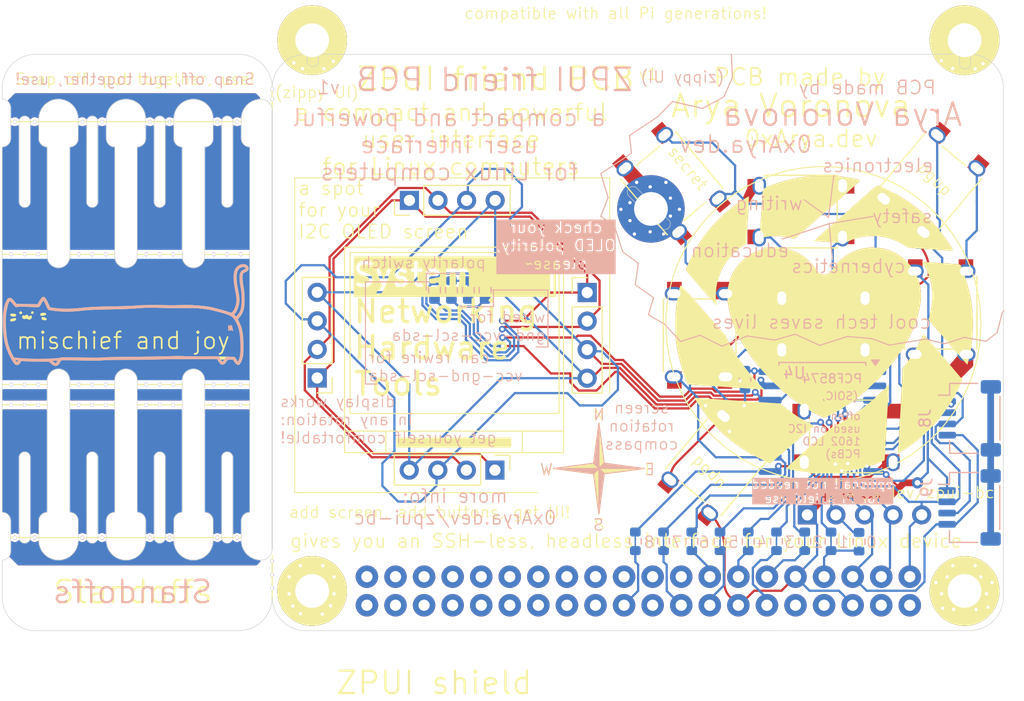
<source format=kicad_pcb>
(kicad_pcb (version 20240108) (generator "pcbnew") (generator_version "8.0")
  (layers (0 "F.Cu" signal) (31 "B.Cu" signal) (34 "B.Paste" user) (35 "F.Paste" user) (36 "B.SilkS" user "B.Silkscreen") (37 "F.SilkS" user "F.Silkscreen") (38 "B.Mask" user) (39 "F.Mask" user) (44 "Edge.Cuts" user))
  (net 0 "")
  (net 1 "GND")
  (net 2 "INT")
  (net 3 "SDA")
  (net 4 "SCL")
  (net 6 "Net-(J8-MountPin)")
  (net 7 "UP_BTN")
  (net 8 "DN_BTN")
  (net 9 "LT_BTN")
  (net 10 "RT_BTN")
  (net 11 "TXD")
  (net 12 "RXD")
  (net 13 "+3V3")
  (net 15 "Net-(J5-GPIO24)")
  (net 23 "Net-(J1-Pin_1)")
  (net 24 "Net-(J1-Pin_2)")
  (net 25 "PGDN_BTN")
  (net 26 "SCRT_BTN")
  (net 27 "PGUP_BTN")
  (net 28 "OK_BTN")
  (net 32 "Net-(J5-GPIO17)")
  (net 35 "Net-(J5-GCLK0{slash}GPIO4)")
  (net 38 "Net-(J5-GPIO23)")
  (net 41 "Net-(J5-GPIO25)")
  (net 45 "Net-(J5-GPIO27)")
  (net 46 "Net-(J5-GPIO18{slash}PWM0)")
  (net 47 "Net-(J5-GPIO22)")
  (net 51 "NEWNET")
  (footprint "p:RASPBERRY_PI_HAT" (layer "F.Cu") (at 103.55 184.75 180)
    (property "Reference" "J5" (hide yes))
    (property "Value" "Raspberry_Pi_2_3" (hide yes))
  )
  (footprint "zpui_businesscard:SW_SPST_PTS645" (layer "F.Cu") (at 120 161 180)
    (property "Reference" "SW8" (hide yes))
    (property "Value" "Ok")
  )
  (footprint "Connector_PinHeader_2.54mm:PinHeader_1x04_P2.54mm_Vertical" (layer "F.Cu") (at 83.2 150 90)
    (property "Reference" "J1" (hide yes))
    (property "Value" "Sn")
  )
  (footprint "zpui_businesscard:SW_SPST_PTS645" (layer "F.Cu") (at 118 151 180)
    (property "Reference" "SW9" (hide yes))
    (property "Value" "Up")
  )
  (footprint "MountingHole:MountingHole_3mm_Pad" (layer "F.Cu") (at 104.67 150.76)
    (property "Reference" "H1" (hide yes))
    (property "Value" "MountingHole_Pad")
  )
  (footprint "zpui_businesscard:cat" (layer "F.Cu") (at 58 160.186381)
    (property "Reference" "G***" (hide yes))
    (property "Value" "LOGO" (hide yes))
  )
  (footprint "Connector_PinHeader_2.54mm:PinHeader_1x04_P2.54mm_Vertical" (layer "F.Cu") (at 75 165.8 180)
    (property "Reference" "J4" (hide yes))
    (property "Value" "Sw")
  )
  (footprint "zpui_businesscard:SW_SPST_PTS645" (layer "F.Cu") (at 106.5 148.5 -50)
    (property "Reference" "SW2" (hide yes))
    (property "Value" "Scrt")
  )
  (footprint "zpui_businesscard:SW_SPST_PTS645" (layer "F.Cu") (at 110.5 173.5 50)
    (property "Reference" "SW1" (hide yes))
    (property "Value" "PgDn")
  )
  (footprint "Connector_PinHeader_2.54mm:PinHeader_1x04_P2.54mm_Vertical" (layer "F.Cu") (at 98.999999 158.200001)
    (property "Reference" "J2" (hide yes))
    (property "Value" "Se")
  )
  (footprint "zpui_businesscard:SW_SPST_PTS645" (layer "F.Cu") (at 122 171 180)
    (property "Reference" "SW10" (hide yes))
    (property "Value" "Down")
  )
  (footprint "Connector_PinHeader_2.54mm:PinHeader_1x05_P2.54mm_Vertical" (layer "F.Cu") (at 118.575 177.98 90)
    (property "Reference" "J7" (hide yes))
    (property "Value" "I2C")
  )
  (footprint "zpui_businesscard:SW_SPST_PTS645" (layer "F.Cu") (at 129.5 148.5 50)
    (property "Reference" "SW7" (hide yes))
    (property "Value" "PgUp")
  )
  (footprint "Connector_PinHeader_2.54mm:PinHeader_1x04_P2.54mm_Vertical" (layer "F.Cu") (at 90.799999 173.999999 -90)
    (property "Reference" "J3" (hide yes))
    (property "Value" "Ss")
  )
  (footprint "zpui_businesscard:SW_SPST_PTS645" (layer "F.Cu") (at 130.42 160 90)
    (property "Reference" "SW11" (hide yes))
    (property "Value" "Right")
  )
  (footprint "zpui_businesscard:SW_SPST_PTS645" (layer "F.Cu") (at 109 162 90)
    (property "Reference" "SW12" (hide yes))
    (property "Value" "Left")
  )
  (footprint "zpui_businesscard:R_0603_1608Metric_Jumper" (layer "B.Cu") (at 89.93 157.98 90)
    (property "Reference" "R1" (hide yes))
    (property "Value" "0R")
  )
  (footprint "zpui_businesscard:R_0603_1608Metric_Jumper" (layer "B.Cu") (at 120.68 180.335 -90)
    (property "Reference" "R32" (hide yes))
    (property "Value" "0R")
  )
  (footprint "Connector_JST:JST_SH_SM04B-SRSS-TB_1x04-1MP_P1.00mm_Horizontal" (layer "B.Cu") (at 133.01 169.39 -90)
    (property "Reference" "J8")
    (property "Value" "QWIIC")
  )
  (footprint "Capacitor_SMD:C_0603_1608Metric" (layer "B.Cu") (at 113.03 165.945 -90)
    (property "Reference" "C1" (hide yes))
    (property "Value" "C_Small")
  )
  (footprint "Resistor_SMD:R_0603_1608Metric" (layer "B.Cu") (at 123.17 180.365 90)
    (property "Reference" "R34" (hide yes))
    (property "Value" "NC")
  )
  (footprint "zpui_businesscard:R_0603_1608Metric_Jumper" (layer "B.Cu") (at 105.79 180.33 -90)
    (property "Reference" "R26" (hide yes))
    (property "Value" "0R")
  )
  (footprint "Resistor_SMD:R_0603_1608Metric" (layer "B.Cu") (at 86.93 157.98 -90)
    (property "Reference" "R3" (hide yes))
    (property "Value" "NC")
  )
  (footprint "zpui_businesscard:R_0603_1608Metric_Jumper" (layer "B.Cu") (at 118.34 180.33 -90)
    (property "Reference" "R31" (hide yes))
    (property "Value" "0R")
  )
  (footprint "zpui_businesscard:R_0603_1608Metric_Jumper" (layer "B.Cu") (at 108.3 180.33 -90)
    (property "Reference" "R27" (hide yes))
    (property "Value" "0R")
  )
  (footprint "zpui_businesscard:R_0603_1608Metric_Jumper" (layer "B.Cu") (at 88.43 157.98 90)
    (property "Reference" "R4" (hide yes))
    (property "Value" "0R")
  )
  (footprint "Connector_JST:JST_SH_SM04B-SRSS-TB_1x04-1MP_P1.00mm_Horizontal" (layer "B.Cu") (at 132.995 177.32 -90)
    (property "Reference" "J9")
    (property "Value" "QWIIC")
  )
  (footprint "Resistor_SMD:R_0603_1608Metric" (layer "B.Cu") (at 85.43 157.98 -90)
    (property "Reference" "R2" (hide yes))
    (property "Value" "NC")
  )
  (footprint "zpui_businesscard:R_0603_1608Metric_Jumper" (layer "B.Cu") (at 115.83 180.33 -90)
    (property "Reference" "R30" (hide yes))
    (property "Value" "0R")
  )
  (footprint "zpui_businesscard:cat_back" (layer "B.Cu") (at 58.006991 160.184813 180)
    (property "Reference" "G***" (hide yes))
    (property "Value" "LOGO" (hide yes))
  )
  (footprint "zpui_businesscard:R_0603_1608Metric_Jumper" (layer "B.Cu") (at 110.81 180.33 -90)
    (property "Reference" "R28" (hide yes))
    (property "Value" "0R")
  )
  (footprint "zpui_businesscard:R_0603_1608Metric_Jumper" (layer "B.Cu") (at 103.28 180.33 -90)
    (property "Reference" "R25" (hide yes))
    (property "Value" "0R")
  )
  (footprint "zpui_businesscard:R_0603_1608Metric_Jumper" (layer "B.Cu") (at 113.32 180.33 -90)
    (property "Reference" "R29" (hide yes))
    (property "Value" "0R")
  )
  (footprint "Package_SO:SOIC-16W_7.5x10.3mm_P1.27mm" (layer "B.Cu") (at 119.91 169.68 180)
    (property "Reference" "U4")
    (property "Value" "PCF8574")
  )
  (gr_poly (pts (xy 100.044761 177.880001) (xy 100.044761 174.330001) (xy 100.044762 173.850001) (xy 100.514761 174.320001)) (stroke (width 0.1)) (fill solid) (layer "B.SilkS"))
  (gr_line (start 120.52 152.07) (end 124.43 151.42) (stroke (width 0.1)) (layer "B.SilkS"))
  (gr_line (start 103.27 157.51) (end 104.9 158.66) (stroke (width 0.1)) (layer "B.SilkS"))
  (gr_line (start 100.509637 174.314877) (end 104.074762 173.850002) (stroke (width 0.1)) (layer "B.SilkS"))
  (gr_line (start 95.51 157.98) (end 90.4525 157.98) (stroke (width 0.1)) (layer "B.SilkS"))
  (gr_line (start 90.67 159.46) (end 90.67 157.98) (stroke (width 0.1)) (layer "B.SilkS"))
  (gr_line (start 84.7 156.5) (end 84.7 157.98) (stroke (width 0.1)) (layer "B.SilkS"))
  (gr_line (start 117.49 161.91) (end 119.67 162.9) (stroke (width 0.1)) (layer "B.SilkS"))
  (gr_line (start 99.579886 174.314876) (end 100.044761 177.880001) (stroke (width 0.1)) (layer "B.SilkS"))
  (gr_line (start 109.04 162) (end 110.98 162.97) (stroke (width 0.1)) (layer "B.SilkS"))
  (gr_line (start 135.91 159.99) (end 136.05 159.8) (stroke (width 0.1)) (layer "B.SilkS"))
  (gr_line (start 79.29 166.34) (end 79.29 157.25) (stroke (width 0.1)) (layer "B.SilkS"))
  (gr_line (start 103.55 155.6) (end 103.27 157.51) (stroke (width 0.1)) (layer "B.SilkS"))
  (gr_line (start 105.27 142.56) (end 106.59 141.21) (stroke (width 0.1)) (layer "B.SilkS"))
  (gr_line (start 118.33 144.92) (end 118.33 145) (stroke (width 0.1)) (layer "B.SilkS"))
  (gr_line (start 102.76 144.23) (end 102.94 145.81) (stroke (width 0.1)) (layer "B.SilkS"))
  (gr_line (start 120.52 152.07) (end 116.33 153.45) (stroke (width 0.1)) (layer "B.SilkS"))
  (gr_line (start 134.45 162.54) (end 135.44 161.76) (stroke (width 0.1)) (layer "B.SilkS"))
  (gr_line (start 102.16 154.58) (end 103.55 155.6) (stroke (width 0.1)) (layer "B.SilkS"))
  (gr_line (start 111.16 140.79) (end 111.91 139.06) (stroke (width 0.1)) (layer "B.SilkS"))
  (gr_line (start 130.83 162.75) (end 132.53 162.19) (stroke (width 0.1)) (layer "B.SilkS"))
  (gr_poly (pts (xy 96.014762 173.85) (xy 99.564762 173.85) (xy 100.044762 173.850001) (xy 99.574762 174.32)) (stroke (width 0.1)) (fill solid) (layer "B.SilkS"))
  (gr_line (start 101.41 152.21) (end 102.16 154.58) (stroke (width 0.1)) (layer "B.SilkS"))
  (gr_line (start 122.13 162.11) (end 124.32 162.3) (stroke (width 0.1)) (layer "B.SilkS"))
  (gr_line (start 105.88 161.01) (end 107.3 162.56) (stroke (width 0.1)) (layer "B.SilkS"))
  (gr_line (start 115.66 162.43) (end 117.49 161.91) (stroke (width 0.1)) (layer "B.SilkS"))
  (gr_line (start 100.509637 173.385125) (end 100.044762 169.82) (stroke (width 0.1)) (layer "B.SilkS"))
  (gr_line (start 118.28 149.94) (end 120.45 151.51) (stroke (width 0.1)) (layer "B.SilkS"))
  (gr_line (start 125.85 162.88) (end 129.06 162.34) (stroke (width 0.1)) (layer "B.SilkS"))
  (gr_line (start 104.9 158.66) (end 104.45 160.19) (stroke (width 0.1)) (layer "B.SilkS"))
  (gr_line (start 132.53 162.19) (end 134.45 162.54) (stroke (width 0.1)) (layer "B.SilkS"))
  (gr_line (start 80.56 157.25) (end 84.9075 157.25) (stroke (width 0.1)) (layer "B.SilkS"))
  (gr_line (start 107.3 162.56) (end 109.04 162) (stroke (width 0.1)) (layer "B.SilkS"))
  (gr_line (start 111.91 139.06) (end 111.82 137) (stroke (width 0.1)) (layer "B.SilkS"))
  (gr_line (start 120.45 151.51) (end 120.93 147.75) (stroke (width 0.1)) (layer "B.SilkS"))
  (gr_line (start 100.044762 173.85) (end 100.509637 173.385125) (stroke (width 0.1)) (layer "B.SilkS"))
  (gr_line (start 129.06 162.34) (end 130.83 162.75) (stroke (width 0.1)) (layer "B.SilkS"))
  (gr_line (start 106.59 141.21) (end 109.25 141.82) (stroke (width 0.1)) (layer "B.SilkS"))
  (gr_line (start 95.725 178.05) (end 95.725 178.3) (stroke (width 0.1)) (layer "B.SilkS"))
  (gr_poly (pts (xy 100.044762 169.82) (xy 100.044762 173.37) (xy 100.044762 173.85) (xy 99.574762 173.38)) (stroke (width 0.1)) (fill solid) (layer "B.SilkS"))
  (gr_line (start 100.044762 173.850001) (end 99.579886 174.314876) (stroke (width 0.1)) (layer "B.SilkS"))
  (gr_line (start 109.25 141.82) (end 111.16 140.79) (stroke (width 0.1)) (layer "B.SilkS"))
  (gr_line (start 95.51 163.05) (end 95.51 157.98) (stroke (width 0.1)) (layer "B.SilkS"))
  (gr_line (start 94.47 163.05) (end 95.51 163.05) (stroke (width 0.1)) (layer "B.SilkS"))
  (gr_line (start 100.21 151.43) (end 101.41 152.21) (stroke (width 0.1)) (layer "B.SilkS"))
  (gr_line (start 79.28 157.25) (end 80.56 157.25) (stroke (width 0.1)) (layer "B.SilkS"))
  (gr_line (start 135.44 161.76) (end 135.91 159.99) (stroke (width 0.1)) (layer "B.SilkS"))
  (gr_line (start 100.044762 173.850001) (end 100.509637 174.314877) (stroke (width 0.1)) (layer "B.SilkS"))
  (gr_line (start 100.21 147.62) (end 100.86 149.75) (stroke (width 0.1)) (layer "B.SilkS"))
  (gr_line (start 124.32 162.3) (end 125.85 162.88) (stroke (width 0.1)) (layer "B.SilkS"))
  (gr_line (start 80.34 166.34) (end 79.29 166.34) (stroke (width 0.1)) (layer "B.SilkS"))
  (gr_line (start 120.52 152.07) (end 120.795 155.285) (stroke (width 0.1)) (layer "B.SilkS"))
  (gr_poly (pts (xy 104.074762 173.850002) (xy 100.524762 173.850002) (xy 100.044762 173.850001) (xy 100.514762 173.380002)) (stroke (width 0.1)) (fill solid) (layer "B.SilkS"))
  (gr_line (start 105.27 142.56) (end 102.76 144.23) (stroke (width 0.1)) (layer "B.SilkS"))
  (gr_line (start 102.94 145.81) (end 100.21 147.62) (stroke (width 0.1)) (layer "B.SilkS"))
  (gr_line (start 110.98 162.97) (end 113.24 162.06) (stroke (width 0.1)) (layer "B.SilkS"))
  (gr_line (start 104.45 160.19) (end 105.88 161.01) (stroke (width 0.1)) (layer "B.SilkS"))
  (gr_line (start 100.044762 173.850001) (end 99.579887 173.385125) (stroke (width 0.1)) (layer "B.SilkS"))
  (gr_line (start 119.67 162.9) (end 122.13 162.11) (stroke (width 0.1)) (layer "B.SilkS"))
  (gr_line (start 87.67 156.5) (end 84.7 156.5) (stroke (width 0.1)) (layer "B.SilkS"))
  (gr_line (start 100.86 149.75) (end 100.21 151.43) (stroke (width 0.1)) (layer "B.SilkS"))
  (gr_line (start 87.68 159.46) (end 90.67 159.46) (stroke (width 0.1)) (layer "B.SilkS"))
  (gr_line (start 99.579887 173.385125) (end 96.014762 173.85) (stroke (width 0.1)) (layer "B.SilkS"))
  (gr_line (start 113.24 162.06) (end 115.66 162.43) (stroke (width 0.1)) (layer "B.SilkS"))
  (gr_line (start 57 154.81) (end 53.000001 154.81) (stroke (width 0.1)) (layer "F.SilkS"))
  (gr_poly (pts (xy 96 173.870002) (xy 99.55 173.870002) (xy 100.03 173.870001) (xy 99.56 173.400002)) (stroke (width 0.1)) (fill solid) (layer "F.SilkS"))
  (gr_poly (pts (xy 107.306406 157.576406) (xy 107.308165 157.576554) (xy 107.313833 157.577695) (xy 107.320114 157.579906) (xy 107.327046 157.583215) (xy 107.334668 157.587649) (xy 107.343018 157.593236) (xy 107.352133 157.600003) (xy 107.362051 157.607979) (xy 107.372811 157.617192) (xy 107.38445 157.627668) (xy 107.397007 157.639436) (xy 107.425023 157.666959) (xy 107.457165 157.699983) (xy 107.493735 157.73873) (xy 108.086878 158.394033) (xy 109.044048 159.470807) (xy 111.305596 162.043815) (xy 111.456012 162.36469) (xy 111.617149 162.683909) (xy 111.788553 163.001189) (xy 111.969772 163.316249) (xy 112.160353 163.628807) (xy 112.359843 163.938582) (xy 112.567791 164.245292) (xy 112.783743 164.548655) (xy 113.007246 164.84839) (xy 113.237849 165.144216) (xy 113.475098 165.43585) (xy 113.718541 165.723011) (xy 113.967725 166.005417) (xy 114.222198 166.282787) (xy 114.481507 166.554839) (xy 114.745199 166.821291) (xy 114.18448 166.789401) (xy 113.449 166.740087) (xy 111.883194 166.632702) (xy 110.073903 166.514286) (xy 108.652861 166.421006) (xy 108.20442 166.389442) (xy 108.02054 166.374062) (xy 107.995248 166.362261) (xy 107.967382 166.336754) (xy 107.904702 166.247276) (xy 107.834041 166.110934) (xy 107.756943 165.933033) (xy 107.589603 165.473779) (xy 107.415018 164.911961) (xy 107.245526 164.290025) (xy 107.093464 163.650418) (xy 106.97117 163.035585) (xy 106.925041 162.750724) (xy 106.890982 162.487974) (xy 106.871128 162.222708) (xy 106.857829 161.868344) (xy 106.850922 161.455164) (xy 106.850246 161.013451) (xy 106.855639 160.573486) (xy 106.866939 160.16555) (xy 106.883982 159.819927) (xy 106.906608 159.566896) (xy 106.948807 159.263476) (xy 106.998332 158.945822) (xy 107.052279 158.629048) (xy 107.107748 158.328269) (xy 107.161833 158.058599) (xy 107.211634 157.835153) (xy 107.254248 157.673045) (xy 107.271952 157.619716) (xy 107.286771 157.58739) (xy 107.28774 157.585924) (xy 107.28875 157.584559) (xy 107.289804 157.583295) (xy 107.290903 157.582133) (xy 107.292049 157.581075) (xy 107.293243 157.580121) (xy 107.294487 157.579272) (xy 107.295782 157.57853) (xy 107.297129 157.577896) (xy 107.298531 157.57737) (xy 107.299989 157.576954) (xy 107.301503 157.576648) (xy 107.303077 157.576454) (xy 107.304711 157.576373)) (stroke (width 0.01144)) (fill solid) (layer "F.SilkS"))
  (gr_rect (start 77.43 170.53) (end 81.1 172.45) (stroke (width 0.1)) (fill none) (layer "F.SilkS"))
  (gr_line (start 104.35 150.8) (end 104.85 150.8) (stroke (width 0.1)) (layer "F.SilkS"))
  (gr_line (start 59 166.38) (end 63 166.38) (stroke (width 0.1)) (layer "F.SilkS"))
  (gr_line (start 59 168.19) (end 63 168.19) (stroke (width 0.1)) (layer "F.SilkS"))
  (gr_poly (pts (xy 104.06 173.87) (xy 100.51 173.87) (xy 100.03 173.870001) (xy 100.5 174.34)) (stroke (width 0.1)) (fill solid) (layer "F.SilkS"))
  (gr_line (start 120.65 176.075) (end 120.65 175.825) (stroke (width 0.1)) (layer "F.SilkS"))
  (gr_line (start 69 154.81) (end 65 154.81) (stroke (width 0.1)) (layer "F.SilkS"))
  (gr_line (start 71 181.6) (end 71 185.6) (stroke (width 0.1)) (layer "F.SilkS"))
  (gr_line (start 96 173.870002) (end 99.565125 174.334877) (stroke (width 0.1)) (layer "F.SilkS"))
  (gr_line (start 47.75 180) (end 68.25 180) (stroke (width 0.1)) (layer "F.SilkS"))
  (gr_poly (pts (xy 125.81309 166.562668) (xy 125.808093 166.662984) (xy 125.799826 166.801479) (xy 125.659468 169.181173) (xy 125.511425 171.886422) (xy 125.485437 172.357985) (xy 125.460911 172.747164) (xy 125.450059 172.898242) (xy 125.440608 173.013582) (xy 125.432903 173.088138) (xy 125.429814 173.108544) (xy 125.42729 173.116861) (xy 125.416439 173.123697) (xy 125.393721 173.135523) (xy 125.318273 173.171551) (xy 125.21213 173.219754) (xy 125.086475 173.274943) (xy 124.901664 173.351497) (xy 124.701911 173.428003) (xy 124.26579 173.578771) (xy 123.794529 173.723032) (xy 123.304545 173.856573) (xy 122.812254 173.97518) (xy 122.334075 174.074639) (xy 121.886423 174.150737) (xy 121.679176 174.178708) (xy 121.485717 174.199259) (xy 121.26468 174.214352) (xy 120.977862 174.227) (xy 120.295024 174.243683) (xy 119.613488 174.246759) (xy 119.328297 174.242397) (xy 119.109538 174.233676) (xy 118.81203 174.208025) (xy 118.45445 174.166091) (xy 118.066186 174.112657) (xy 117.676628 174.052507) (xy 117.315163 173.990423) (xy 117.011181 173.931188) (xy 116.79407 173.879585) (xy 116.727276 173.858139) (xy 116.69322 173.840396) (xy 116.703123 173.820509) (xy 116.745264 173.773079) (xy 116.925026 173.596696) (xy 117.657861 172.925592) (xy 118.872037 171.844803) (xy 120.547868 170.37205) (xy 120.813387 170.140717) (xy 121.120599 169.991956) (xy 121.431615 169.829757) (xy 121.745786 169.654546) (xy 122.06246 169.466749) (xy 122.380989 169.266793) (xy 122.700721 169.055103) (xy 123.021008 168.832105) (xy 123.341197 168.598225) (xy 123.66064 168.35389) (xy 123.978686 168.099525) (xy 124.294686 167.835557) (xy 124.607988 167.562411) (xy 124.917942 167.280513) (xy 125.223899 166.990291) (xy 125.525209 166.692169) (xy 125.82122 166.386573)) (stroke (width 0.01144)) (fill solid) (layer "F.SilkS"))
  (gr_poly (pts (xy 115.762539 154.195839) (xy 115.83536 154.196879) (xy 115.907958 154.198992) (xy 115.979891 154.20222) (xy 116.052947 154.206782) (xy 116.125709 154.212534) (xy 116.198214 154.219488) (xy 116.270499 154.227652) (xy 116.342601 154.237038) (xy 116.414557 154.247656) (xy 116.486405 154.259515) (xy 116.558181 154.272627) (xy 116.682739 154.29829) (xy 116.806769 154.327859) (xy 116.930052 154.361257) (xy 117.052373 154.398411) (xy 117.173513 154.439243) (xy 117.293258 154.483678) (xy 117.411388 154.531642) (xy 117.527689 154.583058) (xy 117.6207 154.627095) (xy 117.712597 154.67338) (xy 117.803337 154.721874) (xy 117.89288 154.772535) (xy 117.981182 154.825326) (xy 118.068201 154.880206) (xy 118.153896 154.937136) (xy 118.238225 154.996077) (xy 118.321144 155.056989) (xy 118.402613 155.119832) (xy 118.482589 155.184568) (xy 118.56103 155.251156) (xy 118.637894 155.319557) (xy 118.713139 155.389732) (xy 118.786722 155.461641) (xy 118.858602 155.535245) (xy 118.916826 155.598209) (xy 118.973671 155.662619) (xy 119.029254 155.728298) (xy 119.083692 155.795069) (xy 119.137105 155.862755) (xy 119.189609 155.931177) (xy 119.241323 156.000158) (xy 119.292364 156.069522) (xy 119.316842 156.102349) (xy 119.340884 156.1355) (xy 119.388368 156.20224) (xy 119.436245 156.268679) (xy 119.460777 156.301454) (xy 119.485942 156.333756) (xy 119.504555 156.356678) (xy 119.524059 156.378863) (xy 119.544419 156.400273) (xy 119.565603 156.420873) (xy 119.587578 156.440627) (xy 119.61031 156.459498) (xy 119.633766 156.477451) (xy 119.657912 156.494449) (xy 119.682717 156.510456) (xy 119.708146 156.525436) (xy 119.734167 156.539353) (xy 119.760746 156.55217) (xy 119.78785 156.563852) (xy 119.815446 156.574363) (xy 119.8435 156.583666) (xy 119.871981 156.591725) (xy 119.919431 156.602769) (xy 119.967547 156.610634) (xy 120.016116 156.615344) (xy 120.064926 156.616922) (xy 120.113766 156.615391) (xy 120.162422 156.610775) (xy 120.210682 156.603098) (xy 120.258335 156.592383) (xy 120.305168 156.578654) (xy 120.350969 156.561934) (xy 120.395525 156.542246) (xy 120.438624 156.519615) (xy 120.480054 156.494063) (xy 120.519603 156.465614) (xy 120.557059 156.434292) (xy 120.592209 156.40012) (xy 120.640184 156.343018) (xy 120.686628 156.284575) (xy 120.731885 156.225137) (xy 120.776299 156.165051) (xy 120.863982 156.04432) (xy 120.90794 155.984367) (xy 120.952435 155.925151) (xy 121.014357 155.844519) (xy 121.078132 155.765342) (xy 121.143725 155.687662) (xy 121.211098 155.611519) (xy 121.280215 155.536956) (xy 121.351039 155.464015) (xy 121.423534 155.392736) (xy 121.497663 155.323161) (xy 121.573389 155.255333) (xy 121.650676 155.189292) (xy 121.729488 155.125081) (xy 121.809787 155.06274) (xy 121.891537 155.002312) (xy 121.974702 154.943838) (xy 122.059244 154.887359) (xy 122.145128 154.832918) (xy 122.221683 154.786633) (xy 122.299183 154.741966) (xy 122.377591 154.698934) (xy 122.456873 154.657557) (xy 122.536994 154.617852) (xy 122.61792 154.579839) (xy 122.699614 154.543536) (xy 122.782043 154.508962) (xy 122.865171 154.476134) (xy 122.948962 154.445072) (xy 123.033384 154.415794) (xy 123.118399 154.388319) (xy 123.203974 154.362664) (xy 123.290073 154.338849) (xy 123.376661 154.316893) (xy 123.463704 154.296813) (xy 123.512116 154.286417) (xy 123.560737 154.276565) (xy 123.609547 154.267263) (xy 123.658526 154.258517) (xy 123.707655 154.250336) (xy 123.756912 154.242725) (xy 123.806279 154.235691) (xy 123.855735 154.229241) (xy 124.033665 154.210859) (xy 124.212073 154.199801) (xy 124.390687 154.196074) (xy 124.569234 154.199683) (xy 124.747446 154.210635) (xy 124.925049 154.228936) (xy 125.101773 154.254593) (xy 125.277348 154.287612) (xy 125.415045 154.318968) (xy 125.551821 154.354963) (xy 125.687461 154.395521) (xy 125.821751 154.440566) (xy 125.954476 154.490022) (xy 126.085422 154.543812) (xy 126.214374 154.60186) (xy 126.341118 154.66409) (xy 126.429979 154.71075) (xy 126.517717 154.759538) (xy 126.604287 154.81041) (xy 126.689643 154.863327) (xy 126.773741 154.918246) (xy 126.856535 154.975125) (xy 126.937979 155.033923) (xy 127.018028 155.094598) (xy 127.096636 155.157109) (xy 127.173759 155.221413) (xy 127.24935 155.28747) (xy 127.323364 155.355238) (xy 127.395757 155.424674) (xy 127.466482 155.495738) (xy 127.535493 155.568387) (xy 127.602747 155.642581) (xy 127.697504 155.753019) (xy 127.788417 155.866606) (xy 127.875401 155.983196) (xy 127.958365 156.102647) (xy 128.037224 156.224814) (xy 128.111889 156.349556) (xy 128.182273 156.476728) (xy 128.248288 156.606187) (xy 128.294845 156.704324) (xy 128.338914 156.803887) (xy 128.380442 156.90472) (xy 128.419376 157.006668) (xy 128.455663 157.109575) (xy 128.489251 157.213284) (xy 128.520086 157.317642) (xy 128.548116 157.422491) (xy 128.573724 157.528604) (xy 128.596617 157.635446) (xy 128.616785 157.742892) (xy 128.634218 157.85082) (xy 128.648905 157.959104) (xy 128.660836 158.067621) (xy 128.67 158.176247) (xy 128.676387 158.284858) (xy 128.679876 158.390893) (xy 128.68085 158.496901) (xy 128.679221 158.602825) (xy 128.674903 158.70861) (xy 128.667806 158.814198) (xy 128.657844 158.919533) (xy 128.644928 159.02456) (xy 128.62897 159.129222) (xy 128.600426 159.288538) (xy 128.570621 159.447626) (xy 128.508123 159.765246) (xy 128.488019 159.862302) (xy 128.466742 159.959151) (xy 128.444275 160.055747) (xy 128.420598 160.152045) (xy 128.395695 160.248001) (xy 128.369548 160.343569) (xy 128.342138 160.438704) (xy 128.31345 160.533361) (xy 128.257948 160.706763) (xy 128.198883 160.878772) (xy 128.136379 161.049432) (xy 128.070561 161.218788) (xy 128.00155 161.386883) (xy 127.929472 161.553762) (xy 127.85445 161.71947) (xy 127.776607 161.884049) (xy 127.670152 162.098706) (xy 127.5593 162.311287) (xy 127.444248 162.521747) (xy 127.325193 162.730037) (xy 127.202332 162.93611) (xy 127.075862 163.13992) (xy 126.94598 163.34142) (xy 126.812882 163.540561) (xy 126.568763 163.888696) (xy 126.315655 164.230277) (xy 126.053917 164.565279) (xy 125.783908 164.893674) (xy 125.505985 165.215435) (xy 125.220507 165.530536) (xy 124.927832 165.83895) (xy 124.628318 166.14065) (xy 124.362067 166.397365) (xy 124.0911 166.649111) (xy 123.815388 166.895636) (xy 123.534904 167.136691) (xy 123.249619 167.372023) (xy 122.959506 167.601382) (xy 122.664537 167.824515) (xy 122.364684 168.041173) (xy 122.092307 168.228732) (xy 121.816053 168.410936) (xy 121.535794 168.587031) (xy 121.251403 168.756262) (xy 120.96275 168.917875) (xy 120.669708 169.071116) (xy 120.372149 169.21523) (xy 120.069945 169.349462) (xy 119.970817 169.306913) (xy 119.872117 169.263164) (xy 119.773863 169.218271) (xy 119.676076 169.172286) (xy 119.578775 169.125263) (xy 119.481981 169.077257) (xy 119.289992 168.978508) (xy 119.09912 168.875514) (xy 118.909828 168.768952) (xy 118.722308 168.659037) (xy 118.536746 168.545987) (xy 118.399375 168.459788) (xy 118.262637 168.371784) (xy 118.12682 168.282337) (xy 117.992212 168.191812) (xy 117.708366 167.99386) (xy 117.428629 167.790174) (xy 117.153039 167.580916) (xy 116.881633 167.366249) (xy 116.614449 167.146336) (xy 116.351523 166.921339) (xy 116.092894 166.691422) (xy 115.8386 166.456746) (xy 115.57187 166.200866) (xy 115.309955 165.940014) (xy 115.053086 165.674181) (xy 114.801495 165.40336) (xy 114.555415 165.127544) (xy 114.315077 164.846725) (xy 114.080714 164.560897) (xy 113.852558 164.270052) (xy 113.707904 164.078097) (xy 113.566067 163.884019) (xy 113.42718 163.687821) (xy 113.291375 163.489505) (xy 113.158784 163.289074) (xy 113.029538 163.086529) (xy 112.903771 162.881874) (xy 112.781615 162.67511) (xy 112.672775 162.483411) (xy 112.567281 162.289584) (xy 112.465333 162.0937) (xy 112.367134 161.895829) (xy 112.272887 161.696042) (xy 112.182795 161.49441) (xy 112.097059 161.291003) (xy 112.015883 161.085892) (xy 111.965375 160.950079) (xy 111.916855 160.813548) (xy 111.870465 160.67629) (xy 111.826348 160.538301) (xy 111.784645 160.399573) (xy 111.7455 160.260098) (xy 111.709056 160.119872) (xy 111.675454 159.978887) (xy 111.640412 159.814379) (xy 111.606978 159.649509) (xy 111.542962 159.319373) (xy 111.529843 159.248229) (xy 111.517289 159.176333) (xy 111.505577 159.10445) (xy 111.49498 159.033348) (xy 111.4894 158.9911) (xy 111.484285 158.948799) (xy 111.479631 158.906466) (xy 111.475431 158.864121) (xy 111.468375 158.77948) (xy 111.463075 158.695043) (xy 111.460665 158.641598) (xy 111.458992 158.588004) (xy 111.458031 158.534328) (xy 111.457757 158.480642) (xy 111.458145 158.427013) (xy 111.459169 158.373511) (xy 111.460805 158.320204) (xy 111.463028 158.267163) (xy 111.473215 158.118332) (xy 111.488513 157.969938) (xy 111.508908 157.82216) (xy 111.534387 157.675175) (xy 111.564936 157.529162) (xy 111.60054 157.384301) (xy 111.641187 157.24077) (xy 111.686861 157.098747) (xy 111.719516 157.006018) (xy 111.754367 156.914114) (xy 111.791382 156.823074) (xy 111.830528 156.732942) (xy 111.87177 156.643758) (xy 111.915076 156.555564) (xy 111.960413 156.4684) (xy 112.007745 156.382309) (xy 112.057042 156.29733) (xy 112.108268 156.213507) (xy 112.16139 156.130879) (xy 112.216376 156.049488) (xy 112.273192 155.969376) (xy 112.331803 155.890583) (xy 112.392178 155.813152) (xy 112.454282 155.737122) (xy 112.529712 155.649099) (xy 112.607542 155.563165) (xy 112.687702 155.479371) (xy 112.77012 155.39777) (xy 112.854725 155.318415) (xy 112.941444 155.241357) (xy 113.030207 155.166649) (xy 113.120942 155.094344) (xy 113.213578 155.024493) (xy 113.308042 154.957149) (xy 113.404264 154.892365) (xy 113.502171 154.830192) (xy 113.601694 154.770683) (xy 113.702759 154.713891) (xy 113.805295 154.659867) (xy 113.909232 154.608664) (xy 114.005501 154.564303) (xy 114.102829 154.522378) (xy 114.201167 154.482905) (xy 114.300469 154.4459) (xy 114.400686 154.411379) (xy 114.501771 154.379358) (xy 114.603675 154.349854) (xy 114.706351 154.322882) (xy 114.827788 154.294752) (xy 114.949759 154.270113) (xy 115.072212 154.248969) (xy 115.195096 154.231324) (xy 115.318361 154.217183) (xy 115.441956 154.20655) (xy 115.565831 154.199431) (xy 115.689933 154.19583) (xy 115.689934 154.195829)) (stroke (width -0.000001)) (fill solid) (layer "F.SilkS"))
  (gr_line (start 47 166.38) (end 51 166.38) (stroke (width 0.1)) (layer "F.SilkS"))
  (gr_line (start 73 176) (end 73 148) (stroke (width 0.1)) (layer "F.SilkS"))
  (gr_line (start 74.6 135.35) (end 74.6 135.85) (stroke (width 0.1)) (layer "F.SilkS"))
  (gr_line (start 53 166.38) (end 57 166.38) (stroke (width 0.1)) (layer "F.SilkS"))
  (gr_poly (pts (xy 100.030001 177.900001) (xy 100.030001 174.350001) (xy 100.03 173.870001) (xy 99.560001 174.340001)) (stroke (width 0.1)) (fill solid) (layer "F.SilkS"))
  (gr_line (start 51 154.8) (end 47 154.8) (stroke (width 0.1)) (layer "F.SilkS"))
  (gr_line (start 73 176) (end 94.58 176) (stroke (width 0.1)) (layer "F.SilkS"))
  (gr_poly (pts (xy 131.701885 155.664298) (xy 131.776184 155.669046) (xy 131.848072 155.674432) (xy 131.915793 155.68027) (xy 131.977588 155.686373) (xy 132.0317 155.692557) (xy 132.076373 155.698637) (xy 132.109849 155.704425) (xy 132.121839 155.707152) (xy 132.130371 155.709737) (xy 132.153643 155.728566) (xy 132.182595 155.768892) (xy 132.216628 155.829082) (xy 132.255147 155.907506) (xy 132.343248 156.11252) (xy 132.442123 156.370875) (xy 132.546994 156.66951) (xy 132.653084 156.995366) (xy 132.755616 157.335383) (xy 132.849813 157.676501) (xy 132.946463 158.05725) (xy 133.026949 158.403525) (xy 133.092926 158.726081) (xy 133.146051 159.035673) (xy 133.187978 159.343055) (xy 133.220365 159.658984) (xy 133.244866 159.994214) (xy 133.263138 160.3595) (xy 133.275902 160.806919) (xy 133.276968 161.241468) (xy 133.266257 161.664262) (xy 133.243692 162.076417) (xy 133.209195 162.47905) (xy 133.162689 162.873276) (xy 133.104095 163.260212) (xy 133.033337 163.640973) (xy 133.00283 163.785238) (xy 132.968036 163.940387) (xy 132.931186 164.097481) (xy 132.894511 164.247581) (xy 132.860243 164.381746) (xy 132.830612 164.491038) (xy 132.807851 164.566515) (xy 132.799743 164.588781) (xy 132.794189 164.59924) (xy 132.79354 164.599681) (xy 132.792714 164.599887) (xy 132.791717 164.599864) (xy 132.790553 164.599617) (xy 132.787747 164.598471) (xy 132.784339 164.596488) (xy 132.780371 164.593709) (xy 132.775886 164.590172) (xy 132.770924 164.585918) (xy 132.765529 164.580986) (xy 132.759743 164.575416) (xy 132.753607 164.569247) (xy 132.740457 164.555275) (xy 132.726416 164.539385) (xy 132.711822 164.521897) (xy 132.372304 164.127146) (xy 131.656492 163.301832) (xy 129.35412 160.628599) (xy 129.38632 160.511853) (xy 129.416907 160.395122) (xy 129.445824 160.278418) (xy 129.473012 160.161755) (xy 129.498413 160.045146) (xy 129.52197 159.928604) (xy 129.543623 159.812142) (xy 129.563316 159.695773) (xy 129.595827 159.549385) (xy 129.624538 159.401644) (xy 129.649284 159.252563) (xy 129.6699 159.102155) (xy 129.686222 158.950434) (xy 129.698085 158.797413) (xy 129.705323 158.643104) (xy 129.707773 158.487521) (xy 129.703699 158.278023) (xy 129.691582 158.07061) (xy 129.671576 157.865427) (xy 129.643837 157.662617) (xy 129.60852 157.462327) (xy 129.565779 157.264701) (xy 129.51577 157.069883) (xy 129.458648 156.878019) (xy 129.394567 156.689254) (xy 129.323684 156.503732) (xy 129.246152 156.321599) (xy 129.162128 156.142998) (xy 129.071766 155.968075) (xy 128.975221 155.796975) (xy 128.872649 155.629842) (xy 128.764204 155.466822)) (stroke (width 0.01144)) (fill solid) (layer "F.SilkS"))
  (gr_line (start 100.03 169.84) (end 99.565125 173.405125) (stroke (width 0.1)) (layer "F.SilkS"))
  (gr_poly (pts (xy 100.03 169.84) (xy 100.03 173.39) (xy 100.03 173.87) (xy 100.5 173.4)) (stroke (width 0.1)) (fill solid) (layer "F.SilkS"))
  (gr_line (start 62.999999 154.81) (end 59 154.81) (stroke (width 0.1)) (layer "F.SilkS"))
  (gr_line (start 73 148) (end 101 148) (stroke (width 0.1)) (layer "F.SilkS"))
  (gr_line (start 132.35 184.8) (end 132.85 184.8) (stroke (width 0.1)) (layer "F.SilkS"))
  (gr_line (start 65 166.39) (end 69 166.39) (stroke (width 0.1)) (layer "F.SilkS"))
  (gr_poly (pts (xy 108.725691 167.583251) (xy 108.886052 167.590724) (xy 109.079359 167.60236) (xy 111.784125 167.785604) (xy 116.135952 168.075865) (xy 116.513103 168.377109) (xy 116.891865 168.664048) (xy 117.271232 168.93602) (xy 117.650197 169.192366) (xy 118.027754 169.432423) (xy 118.402895 169.655532) (xy 118.774616 169.861029) (xy 119.141908 170.048256) (xy 117.712088 171.306795) (xy 116.993601 171.932218) (xy 116.324265 172.509314) (xy 116.018122 172.771439) (xy 115.778339 172.976051) (xy 115.680703 173.058953) (xy 115.596504 173.130074) (xy 115.524688 173.19028) (xy 115.464204 173.240435) (xy 115.414001 173.281407) (xy 115.373026 173.31406) (xy 115.340229 173.33926) (xy 115.314558 173.357874) (xy 115.304066 173.364981) (xy 115.294961 173.370766) (xy 115.287112 173.375338) (xy 115.280386 173.378803) (xy 115.274654 173.381272) (xy 115.269783 173.382851) (xy 115.265641 173.383649) (xy 115.262098 173.383774) (xy 115.250156 173.380528) (xy 115.226474 173.371778) (xy 115.14955 173.340175) (xy 115.04265 173.293768) (xy 114.917096 173.237364) (xy 114.533164 173.057423) (xy 114.163204 172.874043) (xy 113.806344 172.686583) (xy 113.461714 172.494401) (xy 113.128443 172.296856) (xy 112.805661 172.093305) (xy 112.492496 171.883107) (xy 112.188079 171.66562) (xy 111.891539 171.440203) (xy 111.602004 171.206214) (xy 111.318605 170.963011) (xy 111.040471 170.709953) (xy 110.76673 170.446398) (xy 110.496513 170.171703) (xy 110.228948 169.885229) (xy 109.963166 169.586332) (xy 109.873781 169.480163) (xy 109.773705 169.355629) (xy 109.550909 169.065033) (xy 109.313646 168.741678) (xy 109.080779 168.412701) (xy 108.871175 168.105237) (xy 108.7037 167.846424) (xy 108.641657 167.743741) (xy 108.59722 167.663396) (xy 108.572748 167.608782) (xy 108.568736 167.592184) (xy 108.5706 167.583291) (xy 108.574561 167.582068) (xy 108.583451 167.581212) (xy 108.614975 167.580565)) (stroke (width 0.01144)) (fill solid) (layer "F.SilkS"))
  (gr_line (start 113.675 144.6) (end 113.675 144.35) (stroke (width 0.1)) (layer "F.SilkS"))
  (gr_line (start 100.030001 177.900001) (end 100.494876 174.334876) (stroke (width 0.1)) (layer "F.SilkS"))
  (gr_circle (center 120 161) (end 134 161) (stroke (width 0.1)) (fill none) (layer "F.SilkS"))
  (gr_line (start 47 168.19) (end 51 168.19) (stroke (width 0.1)) (layer "F.SilkS"))
  (gr_line (start 118.325 145.1) (end 118.325 144.85) (stroke (width 0.1)) (layer "F.SilkS"))
  (gr_rect (start 82.08 171.15) (end 92.2 171.94) (stroke (width 0.1)) (fill solid) (layer "F.SilkS"))
  (gr_poly (pts (xy 113.354312 149.653663) (xy 113.355327 149.654413) (xy 113.357312 149.657357) (xy 113.35923 149.662143) (xy 113.361069 149.668672) (xy 113.364473 149.686559) (xy 113.367443 149.710224) (xy 113.369895 149.738874) (xy 113.371748 149.771715) (xy 113.37292 149.807952) (xy 113.373329 149.846793) (xy 113.30556 151.096905) (xy 113.1386 153.857153) (xy 112.842007 154.037696) (xy 112.558504 154.236575) (xy 112.288925 154.452971) (xy 112.034103 154.686066) (xy 111.794874 154.93504) (xy 111.572071 155.199073) (xy 111.366528 155.477348) (xy 111.17908 155.769045) (xy 111.010561 156.073345) (xy 110.861804 156.389428) (xy 110.733644 156.716476) (xy 110.626916 157.05367) (xy 110.542453 157.400191) (xy 110.48109 157.755219) (xy 110.44366 158.117935) (xy 110.430998 158.487521) (xy 110.432627 158.600461) (xy 110.437347 158.712567) (xy 110.444909 158.823895) (xy 110.455063 158.9345) (xy 110.467561 159.044435) (xy 110.482153 159.153756) (xy 110.498589 159.262516) (xy 110.51662 159.37077) (xy 108.802539 157.406563) (xy 108.418488 156.963663) (xy 108.100047 156.590817) (xy 107.975786 156.442914) (xy 107.880356 156.327223) (xy 107.817897 156.248645) (xy 107.800328 156.224804) (xy 107.792554 156.212078) (xy 107.789648 156.193133) (xy 107.792018 156.165183) (xy 107.799574 156.128446) (xy 107.812221 156.08314) (xy 107.852422 155.967699) (xy 107.91188 155.820608) (xy 107.989853 155.643615) (xy 108.0856 155.43847) (xy 108.19838 155.20692) (xy 108.327452 154.950714) (xy 108.499674 154.624709) (xy 108.679575 154.305494) (xy 108.867145 153.993081) (xy 109.062375 153.68748) (xy 109.265257 153.388702) (xy 109.475782 153.096759) (xy 109.693939 152.81166) (xy 109.919721 152.533417) (xy 110.153119 152.262041) (xy 110.394122 151.997543) (xy 110.642723 151.739932) (xy 110.898911 151.489221) (xy 111.162679 151.24542) (xy 111.434017 151.00854) (xy 111.712916 150.778592) (xy 111.999367 150.555587) (xy 112.16645 150.43282) (xy 112.366742 150.291191) (xy 112.583946 150.141559) (xy 112.801766 149.994782) (xy 113.003907 149.86172) (xy 113.174071 149.753231) (xy 113.295962 149.680175) (xy 113.333713 149.660327) (xy 113.353284 149.65341)) (stroke (width 0.01144)) (fill solid) (layer "F.SilkS"))
  (gr_line (start 132.6 184.55) (end 132.6 185.05) (stroke (width 0.1)) (layer "F.SilkS"))
  (gr_poly (pts (xy 120.406301 147.832223) (xy 120.780792 147.83844) (xy 120.948592 147.843205) (xy 121.098749 147.849078) (xy 121.227754 147.856064) (xy 121.3321 147.864165) (xy 121.607916 147.895167) (xy 121.916852 147.937531) (xy 122.237652 147.987417) (xy 122.549058 148.040985) (xy 122.829815 148.094393) (xy 123.058663 148.143802) (xy 123.146979 148.165807) (xy 123.214347 148.185371) (xy 123.25811 148.202016) (xy 123.270309 148.209093) (xy 123.27561 148.21526) (xy 123.191015 148.311615) (xy 122.924585 148.563992) (xy 121.839557 149.542912) (xy 117.414199 153.440104) (xy 117.215909 153.378589) (xy 117.014426 153.324606) (xy 116.809896 153.278362) (xy 116.602465 153.240063) (xy 116.392282 153.209915) (xy 116.179491 153.188125) (xy 115.964239 153.1749) (xy 115.746674 153.170446) (xy 115.563946 153.173763) (xy 115.382922 153.183565) (xy 115.203649 153.199624) (xy 115.026172 153.221713) (xy 114.85054 153.249605) (xy 114.676799 153.283073) (xy 114.504996 153.32189) (xy 114.335179 153.365829) (xy 114.385222 152.575366) (xy 114.567211 149.702053) (xy 114.598943 149.226124) (xy 114.612138 149.013723) (xy 114.615409 149.007171) (xy 114.625075 148.998283) (xy 114.640915 148.987164) (xy 114.662709 148.973917) (xy 114.723275 148.941452) (xy 114.805009 148.901719) (xy 114.906146 148.855545) (xy 115.024921 148.80376) (xy 115.159571 148.747193) (xy 115.308329 148.686673) (xy 115.671432 148.551905) (xy 116.078673 148.419544) (xy 116.516112 148.292994) (xy 116.969806 148.175659) (xy 117.425814 148.070942) (xy 117.870195 147.982247) (xy 118.289007 147.912977) (xy 118.668309 147.866537) (xy 118.774119 147.858248) (xy 118.904397 147.851032) (xy 119.224317 147.839826) (xy 119.599992 147.832942) (xy 120.003345 147.8304)) (stroke (width 0.01144)) (fill solid) (layer "F.SilkS"))
  (gr_line (start 74.35 135.6) (end 74.85 135.6) (stroke (width 0.1)) (layer "F.SilkS"))
  (gr_line (start 53 168.19) (end 57 168.19) (stroke (width 0.1)) (layer "F.SilkS"))
  (gr_line (start 99.565125 174.334877) (end 100.03 173.870001) (stroke (width 0.1)) (layer "F.SilkS"))
  (gr_poly (pts (xy 131.04394 164.401486) (xy 131.874726 165.378392) (xy 132.282268 165.868001) (xy 132.355846 165.963762) (xy 132.111114 166.490148) (xy 131.963794 166.799361) (xy 131.815345 167.095313) (xy 131.664509 167.380194) (xy 131.510022 167.656195) (xy 131.350625 167.925503) (xy 131.185055 168.19031) (xy 131.012053 168.452804) (xy 130.830356 168.715175) (xy 130.657874 168.952258) (xy 130.478581 169.186554) (xy 130.292716 169.417832) (xy 130.100516 169.645863) (xy 129.902221 169.870415) (xy 129.698068 170.091259) (xy 129.488296 170.308163) (xy 129.273143 170.520898) (xy 129.052848 170.729233) (xy 128.827648 170.932938) (xy 128.597781 171.131781) (xy 128.363487 171.325533) (xy 128.125004 171.513963) (xy 127.882569 171.696841) (xy 127.636422 171.873936) (xy 127.3868 172.045018) (xy 127.260633 172.128629) (xy 127.134425 172.210924) (xy 127.013022 172.288874) (xy 126.901269 172.359447) (xy 126.804012 172.419614) (xy 126.726099 172.466342) (xy 126.672373 172.496601) (xy 126.656095 172.504608) (xy 126.647682 172.507361) (xy 126.647026 172.507173) (xy 126.646416 172.506616) (xy 126.645334 172.504428) (xy 126.644437 172.500871) (xy 126.643723 172.49602) (xy 126.642841 172.482727) (xy 126.642684 172.465138) (xy 126.643243 172.443842) (xy 126.644515 172.419428) (xy 126.646492 172.392485) (xy 126.649169 172.363603) (xy 126.822746 169.29168) (xy 126.830043 169.162544) (xy 126.881026 168.260058) (xy 126.886689 168.159813) (xy 127.069284 164.927593) (xy 127.342156 164.564027) (xy 127.604128 164.195254) (xy 127.854323 163.821742) (xy 128.091862 163.443961) (xy 128.315869 163.062382) (xy 128.525465 162.677473) (xy 128.719773 162.289704) (xy 128.897915 161.899545)) (stroke (width 0.01144)) (fill solid) (layer "F.SilkS"))
  (gr_line (start 101 148) (end 101 167.15) (stroke (width 0.1)) (layer "F.SilkS"))
  (gr_line (start 99.565125 173.405125) (end 100.03 173.87) (stroke (width 0.1)) (layer "F.SilkS"))
  (gr_line (start 81.1 172.45) (end 93.23 172.45) (stroke (width 0.1)) (layer "F.SilkS"))
  (gr_line (start 104.06 173.87) (end 100.494875 173.405125) (stroke (width 0.1)) (layer "F.SilkS"))
  (gr_rect (start 77.92 154.64) (end 96.5 168.96) (stroke (width 0.1)) (fill none) (layer "F.SilkS"))
  (gr_line (start 70.989999 141.8) (end 70.989999 139.8) (stroke (width 0.1)) (layer "F.SilkS"))
  (gr_line (start 65 168.2) (end 69 168.2) (stroke (width 0.1)) (layer "F.SilkS"))
  (gr_line (start 100.494876 174.334876) (end 100.03 173.870001) (stroke (width 0.1)) (layer "F.SilkS"))
  (gr_poly (pts (xy 124.817414 148.687027) (xy 124.841166 148.691198) (xy 124.903041 148.708164) (xy 124.985043 148.737028) (xy 125.088327 148.778271) (xy 125.21405 148.832373) (xy 125.363368 148.899817) (xy 125.537437 148.981082) (xy 125.737413 149.076649) (xy 126.153976 149.285477) (xy 126.558429 149.504398) (xy 126.951093 149.733692) (xy 127.332289 149.97364) (xy 127.702338 150.224523) (xy 128.061563 150.486621) (xy 128.410283 150.760215) (xy 128.74882 151.045585) (xy 129.077496 151.343012) (xy 129.396631 151.652777) (xy 129.706548 151.975161) (xy 130.007566 152.310443) (xy 130.300007 152.658905) (xy 130.584193 153.020828) (xy 130.860445 153.396491) (xy 131.129084 153.786176) (xy 131.197198 153.889754) (xy 131.266789 153.998338) (xy 131.334603 154.106549) (xy 131.397386 154.209008) (xy 131.451882 154.300338) (xy 131.494837 154.375159) (xy 131.522996 154.428093) (xy 131.530511 154.444672) (xy 131.533106 154.453763) (xy 131.525913 154.458838) (xy 131.503351 154.462324) (xy 131.406224 154.464196) (xy 130.962683 154.445232) (xy 130.108139 154.391593) (xy 128.748252 154.298005) (xy 127.53907 154.211824) (xy 127.37122 154.092759) (xy 127.198731 153.980016) (xy 127.021765 153.873781) (xy 126.840485 153.774243) (xy 126.655056 153.681589) (xy 126.465639 153.596007) (xy 126.272398 153.517685) (xy 126.075496 153.44681) (xy 125.875096 153.38357) (xy 125.671361 153.328153) (xy 125.464455 153.280747) (xy 125.254539 153.241539) (xy 125.041778 153.210717) (xy 124.826335 153.188469) (xy 124.608372 153.174983) (xy 124.388053 153.170446) (xy 124.217786 153.173157) (xy 124.048916 153.181234) (xy 123.881516 153.194587) (xy 123.715659 153.213127) (xy 123.551418 153.236765) (xy 123.388868 153.265414) (xy 123.22808 153.298984) (xy 123.069128 153.337387) (xy 122.912085 153.380533) (xy 122.757025 153.428335) (xy 122.60402 153.480704) (xy 122.453144 153.53755) (xy 122.30447 153.598786) (xy 122.158072 153.664322) (xy 122.014021 153.73407) (xy 121.872392 153.807942) (xy 119.365662 153.629301) (xy 119.17 153.61) (xy 119.365662 153.42936) (xy 120.050668 152.819671) (xy 121.422885 151.607471) (xy 124.008866 149.325936) (xy 124.174217 149.180744) (xy 124.321988 149.052974) (xy 124.451445 148.943224) (xy 124.561852 148.852089) (xy 124.609682 148.813689) (xy 124.652473 148.780167) (xy 124.690133 148.751598) (xy 124.722572 148.728056) (xy 124.749695 148.709615) (xy 124.771413 148.696351) (xy 124.787632 148.688338) (xy 124.79365 148.686323) (xy 124.79826 148.68565)) (stroke (width 0.01144)) (fill solid) (layer "F.SilkS"))
  (gr_line (start 132.35 135.8) (end 132.85 135.8) (stroke (width 0.1)) (layer "F.SilkS"))
  (gr_rect (start 93.23 170.53) (end 96.9 172.45) (stroke (width 0.1)) (fill none) (layer "F.SilkS"))
  (gr_line (start 100.494875 173.405125) (end 100.03 173.870001) (stroke (width 0.1)) (layer "F.SilkS"))
  (gr_line (start 104.6 150.55) (end 104.6 151.05) (stroke (width 0.1)) (layer "F.SilkS"))
  (gr_rect (start 77.43 154.16) (end 96.9 170.53) (stroke (width 0.1)) (fill none) (layer "F.SilkS"))
  (gr_line (start 68.25 143) (end 47.75 143) (stroke (width 0.1)) (layer "F.SilkS"))
  (gr_line (start 132.6 135.55) (end 132.6 136.05) (stroke (width 0.1)) (layer "F.SilkS"))
  (gr_line (start 53.000001 145.25) (end 53 155) (stroke (width 0.05)) (layer "Edge.Cuts"))
  (gr_line (start 75.1 137) (end 132.1 137) (stroke (width 0.05)) (layer "Edge.Cuts"))
  (gr_line (start 47.75 141.75) (end 47.75 144.5) (stroke (width 0.05)) (layer "Edge.Cuts"))
  (gr_line (start 57 177.75) (end 57 166) (stroke (width 0.05)) (layer "Edge.Cuts"))
  (gr_arc (start 48.5 143) (mid 49 142.5) (end 49.5 143) (stroke (width 0.05)) (layer "Edge.Cuts"))
  (gr_arc (start 64 141) (mid 65.237437 141.512563) (end 65.75 142.75) (stroke (width 0.05)) (layer "Edge.Cuts"))
  (gr_arc (start 102.714466 149.62868) (mid 102.714441 148.921548) (end 103.421573 148.921573) (stroke (width 0.05)) (layer "Edge.Cuts"))
  (gr_arc (start 133.1 137.8) (mid 132.600001 138.299999) (end 132.1 137.8) (stroke (width 0.05)) (layer "Edge.Cuts"))
  (gr_line (start 53 166) (end 53 177.75) (stroke (width 0.05)) (layer "Edge.Cuts"))
  (gr_line (start 59 166) (end 59 177.75) (stroke (width 0.05)) (layer "Edge.Cuts"))
  (gr_arc (start 57 166) (mid 58 165) (end 59 166) (stroke (width 0.05)) (layer "Edge.Cuts"))
  (gr_arc (start 50.25 142.75) (mid 50.762563 141.512563) (end 52 141) (stroke (width 0.05)) (layer "Edge.Cuts"))
  (gr_arc (start 48.5 172.87) (mid 49 172.370001) (end 49.5 172.87) (stroke (width 0.05)) (layer "Edge.Cuts"))
  (gr_line (start 62.25 180.25) (end 62.25 178.5) (stroke (width 0.05)) (layer "Edge.Cuts"))
  (gr_arc (start 51 166) (mid 52 165) (end 53 166) (stroke (width 0.05)) (layer "Edge.Cuts"))
  (gr_arc (start 62.999999 145.25) (mid 62.469669 145.03033) (end 62.25 144.5) (stroke (width 0.05)) (layer "Edge.Cuts"))
  (gr_line (start 47.75 180) (end 47.75 181.25) (stroke (width 0.05)) (layer "Edge.Cuts"))
  (gr_line (start 53.75 178.5) (end 53.75 180.25) (stroke (width 0.05)) (layer "Edge.Cuts"))
  (gr_arc (start 47.75 144.5) (mid 47.53033 145.03033) (end 47 145.25) (stroke (width 0.05)) (layer "Edge.Cuts"))
  (gr_line (start 51 155) (end 51 145.25) (stroke (width 0.05)) (layer "Edge.Cuts"))
  (gr_arc (start 62.25 142.75) (mid 62.762563 141.512563) (end 64 141) (stroke (width 0.05)) (layer "Edge.Cuts"))
  (gr_line (start 61.5 150.13) (end 61.5 143) (stroke (width 0.05)) (layer "Edge.Cuts"))
  (gr_arc (start 49.5 150.13) (mid 49 150.629999) (end 48.5 150.13) (stroke (width 0.05)) (layer "Edge.Cuts"))
  (gr_arc (start 71 185.29) (mid 70.12132 187.41132) (end 68 188.29) (stroke (width 0.05)) (layer "Edge.Cuts"))
  (gr_line (start 60.499999 143) (end 60.5 150.13) (stroke (width 0.05)) (layer "Edge.Cuts"))
  (gr_arc (start 49.5 180) (mid 49 180.5) (end 48.5 180) (stroke (width 0.05)) (layer "Edge.Cuts"))
  (gr_line (start 54.5 172.87) (end 54.5 180) (stroke (width 0.05)) (layer "Edge.Cuts"))
  (gr_arc (start 65 155) (mid 64 156) (end 63 155) (stroke (width 0.05)) (layer "Edge.Cuts"))
  (gr_arc (start 69 145.25) (mid 68.46967 145.03033) (end 68.25 144.5) (stroke (width 0.05)) (layer "Edge.Cuts"))
  (gr_line (start 75.1 137) (end 75.1 137.6) (stroke (width 0.05)) (layer "Edge.Cuts"))
  (gr_line (start 59.75 142.750001) (end 59.749999 144.5) (stroke (width 0.05)) (layer "Edge.Cuts"))
  (gr_arc (start 66.5 143) (mid 67 142.5) (end 67.5 143) (stroke (width 0.05)) (layer "Edge.Cuts"))
  (gr_arc (start 47.75 181.25) (mid 47.53033 181.78033) (end 47 182) (stroke (width 0.05)) (layer "Edge.Cuts"))
  (gr_line (start 47 141) (end 47 140) (stroke (width 0.05)) (layer "Edge.Cuts"))
  (gr_arc (start 75.1 137.6) (mid 74.600001 138.099999) (end 74.1 137.6) (stroke (width 0.05)) (layer "Edge.Cuts"))
  (gr_line (start 74.1 137.6) (end 74.1 137) (stroke (width 0.05)) (layer "Edge.Cuts"))
  (gr_line (start 63 177.75) (end 63 166) (stroke (width 0.05)) (layer "Edge.Cuts"))
  (gr_arc (start 55.5 180) (mid 55 180.5) (end 54.5 180) (stroke (width 0.05)) (layer "Edge.Cuts"))
  (gr_arc (start 106.25 151.75) (mid 106.249998 152.457105) (end 105.542893 152.457107) (stroke (width 0.05)) (layer "Edge.Cuts"))
  (gr_line (start 103.421573 148.921573) (end 106.25 151.75) (stroke (width 0.05)) (layer "Edge.Cuts"))
  (gr_line (start 53.75 142.75) (end 53.75 144.5) (stroke (width 0.05)) (layer "Edge.Cuts"))
  (gr_arc (start 57 145.25) (mid 56.46967 145.03033) (end 56.250001 144.5) (stroke (width 0.05)) (layer "Edge.Cuts"))
  (gr_arc (start 54.5 172.87) (mid 55 172.370001) (end 55.5 172.87) (stroke (width 0.05)) (layer "Edge.Cuts"))
  (gr_line (start 60.5 172.87) (end 60.5 180) (stroke (width 0.05)) (layer "Edge.Cuts"))
  (gr_arc (start 61.5 180) (mid 61 180.5) (end 60.5 180) (stroke (width 0.05)) (layer "Edge.Cuts"))
  (gr_line (start 68 188.29) (end 50 188.29) (stroke (width 0.05)) (layer "Edge.Cuts"))
  (gr_line (start 65.75 142.75) (end 65.75 144.5) (stroke (width 0.05)) (layer "Edge.Cuts"))
  (gr_line (start 55.5 180) (end 55.5 172.87) (stroke (width 0.05)) (layer "Edge.Cuts"))
  (gr_line (start 47 185.29) (end 47 184) (stroke (width 0.05)) (layer "Edge.Cuts"))
  (gr_line (start 47.75 178.5) (end 47.75 180) (stroke (width 0.05)) (layer "Edge.Cuts"))
  (gr_arc (start 67.5 150.13) (mid 67 150.629999) (end 66.5 150.13) (stroke (width 0.05)) (layer "Edge.Cuts"))
  (gr_arc (start 67.5 180) (mid 67 180.5) (end 66.5 180) (stroke (width 0.05)) (layer "Edge.Cuts"))
  (gr_arc (start 70 141) (mid 70.707107 141.292893) (end 71 142) (stroke (width 0.05)) (layer "Edge.Cuts"))
  (gr_arc (start 133.099944 137.001665) (mid 135.156367 137.914314) (end 136 140) (stroke (width 0.05)) (layer "Edge.Cuts"))
  (gr_line (start 47 182) (end 47 184) (stroke (width 0.05)) (layer "Edge.Cuts"))
  (gr_arc (start 59 155) (mid 58 156) (end 57 155) (stroke (width 0.05)) (layer "Edge.Cuts"))
  (gr_line (start 71 142) (end 71 181) (stroke (width 0.1)) (layer "Edge.Cuts"))
  (gr_line (start 74.1 137) (end 74 137) (stroke (width 0.05)) (layer "Edge.Cuts"))
  (gr_arc (start 63 166) (mid 64 165) (end 65 166) (stroke (width 0.05)) (layer "Edge.Cuts"))
  (gr_arc (start 68.25 142.75) (mid 68.762563 141.512563) (end 70 141) (stroke (width 0.05)) (layer "Edge.Cuts"))
  (gr_arc (start 53.75 180.25) (mid 53.237437 181.487437) (end 52 182) (stroke (width 0.05)) (layer "Edge.Cuts"))
  (gr_arc (start 59 177.75) (mid 59.53033 177.96967) (end 59.75 178.5) (stroke (width 0.05)) (layer "Edge.Cuts"))
  (gr_arc (start 52 141) (mid 53.237437 141.512563) (end 53.75 142.75) (stroke (width 0.05)) (layer "Edge.Cuts"))
  (gr_line (start 65 155) (end 65 145.25) (stroke (width 0.05)) (layer "Edge.Cuts"))
  (gr_arc (start 60.5 172.87) (mid 61 172.370001) (end 61.5 172.87) (stroke (width 0.05)) (layer "Edge.Cuts"))
  (gr_arc (start 53.75 144.5) (mid 53.53033 145.030329) (end 53.000001 145.25) (stroke (width 0.05)) (layer "Edge.Cuts"))
  (gr_line (start 68.25 142.75) (end 68.25 144.5) (stroke (width 0.05)) (layer "Edge.Cuts"))
  (gr_line (start 68.25 180.25) (end 68.25 178.5) (stroke (width 0.05)) (layer "Edge.Cuts"))
  (gr_line (start 49.5 150.13) (end 49.5 143) (stroke (width 0.05)) (layer "Edge.Cuts"))
  (gr_arc (start 53 177.75) (mid 53.53033 177.96967) (end 53.75 178.5) (stroke (width 0.05)) (layer "Edge.Cuts"))
  (gr_arc (start 47 141) (mid 47.53033 141.21967) (end 47.75 141.75) (stroke (width 0.05)) (layer "Edge.Cuts"))
  (gr_arc (start 68.25 178.5) (mid 68.46967 177.96967) (end 69 177.75) (stroke (width 0.05)) (layer "Edge.Cuts"))
  (gr_arc (start 74 188.29) (mid 71.87868 187.41132) (end 71 185.29) (stroke (width 0.05)) (layer "Edge.Cuts"))
  (gr_line (start 48.5 143) (end 48.5 150.13) (stroke (width 0.05)) (layer "Edge.Cuts"))
  (gr_arc (start 55.5 150.13) (mid 55 150.629999) (end 54.5 150.13) (stroke (width 0.05)) (layer "Edge.Cuts"))
  (gr_line (start 67.5 150.13) (end 67.5 143) (stroke (width 0.05)) (layer "Edge.Cuts"))
  (gr_line (start 66.5 172.87) (end 66.5 180) (stroke (width 0.05)) (layer "Edge.Cuts"))
  (gr_line (start 105.542893 152.457107) (end 102.714466 149.62868) (stroke (width 0.05)) (layer "Edge.Cuts"))
  (gr_arc (start 51 145.25) (mid 50.46967 145.03033) (end 50.25 144.5) (stroke (width 0.05)) (layer "Edge.Cuts"))
  (gr_line (start 65.75 178.5) (end 65.75 180.25) (stroke (width 0.05)) (layer "Edge.Cuts"))
  (gr_line (start 65 166) (end 65 177.75) (stroke (width 0.05)) (layer "Edge.Cuts"))
  (gr_line (start 69 145.25) (end 69 177.75) (stroke (width 0.05)) (layer "Edge.Cuts"))
  (gr_line (start 132.1 137.8) (end 132.1 137) (stroke (width 0.05)) (layer "Edge.Cuts"))
  (gr_arc (start 56.250001 142.75) (mid 56.762564 141.512564) (end 58 141) (stroke (width 0.05)) (layer "Edge.Cuts"))
  (gr_line (start 61.5 180) (end 61.5 172.87) (stroke (width 0.05)) (layer "Edge.Cuts"))
  (gr_arc (start 66.5 172.87) (mid 67 172.370001) (end 67.5 172.87) (stroke (width 0.05)) (layer "Edge.Cuts"))
  (gr_arc (start 136 185.28) (mid 135.12132 187.40132) (end 133 188.28) (stroke (width 0.05)) (layer "Edge.Cuts"))
  (gr_arc (start 65 177.75) (mid 65.53033 177.96967) (end 65.75 178.5) (stroke (width 0.05)) (layer "Edge.Cuts"))
  (gr_arc (start 52 182) (mid 50.762563 181.487437) (end 50.25 180.25) (stroke (width 0.05)) (layer "Edge.Cuts"))
  (gr_line (start 133 188.28) (end 74 188.29) (stroke (width 0.05)) (layer "Edge.Cuts"))
  (gr_line (start 66.5 143) (end 66.5 150.13) (stroke (width 0.05)) (layer "Edge.Cuts"))
  (gr_arc (start 61.5 150.13) (mid 61 150.629999) (end 60.5 150.13) (stroke (width 0.05)) (layer "Edge.Cuts"))
  (gr_arc (start 71 140) (mid 71.87868 137.87868) (end 74 137) (stroke (width 0.05)) (layer "Edge.Cuts"))
  (gr_arc (start 64 182) (mid 62.762563 181.487437) (end 62.25 180.25) (stroke (width 0.05)) (layer "Edge.Cuts"))
  (gr_line (start 136 185.28) (end 136 184) (stroke (width 0.05)) (layer "Edge.Cuts"))
  (gr_line (start 57 155) (end 57 145.25) (stroke (width 0.05)) (layer "Edge.Cuts"))
  (gr_arc (start 50.25 178.5) (mid 50.46967 177.96967) (end 51 177.75) (stroke (width 0.05)) (layer "Edge.Cuts"))
  (gr_line (start 59 145.25) (end 59 155) (stroke (width 0.05)) (layer "Edge.Cuts"))
  (gr_arc (start 59.749999 144.5) (mid 59.530329 145.030329) (end 59 145.25) (stroke (width 0.05)) (layer "Edge.Cuts"))
  (gr_line (start 136 140) (end 136 184) (stroke (width 0.05)) (layer "Edge.Cuts"))
  (gr_line (start 133.099944 137.001665) (end 133.1 137.8) (stroke (width 0.05)) (layer "Edge.Cuts"))
  (gr_arc (start 47 140) (mid 47.87868 137.87868) (end 50 137) (stroke (width 0.05)) (layer "Edge.Cuts"))
  (gr_arc (start 54.5 143) (mid 55 142.5) (end 55.5 143) (stroke (width 0.05)) (layer "Edge.Cuts"))
  (gr_line (start 48.5 172.87) (end 48.5 180) (stroke (width 0.05)) (layer "Edge.Cuts"))
  (gr_line (start 56.25 180.25) (end 56.25 178.5) (stroke (width 0.05)) (layer "Edge.Cuts"))
  (gr_arc (start 65.75 144.5) (mid 65.53033 145.03033) (end 65 145.25) (stroke (width 0.05)) (layer "Edge.Cuts"))
  (gr_arc (start 47 177.75) (mid 47.53033 177.96967) (end 47.75 178.5) (stroke (width 0.05)) (layer "Edge.Cuts"))
  (gr_arc (start 60.5 143) (mid 61 142.5) (end 61.5 143) (stroke (width 0.05)) (layer "Edge.Cuts"))
  (gr_arc (start 70 182) (mid 68.762563 181.487437) (end 68.25 180.25) (stroke (width 0.05)) (layer "Edge.Cuts"))
  (gr_line (start 49.5 180) (end 49.5 172.87) (stroke (width 0.05)) (layer "Edge.Cuts"))
  (gr_line (start 62.25 144.5) (end 62.25 142.75) (stroke (width 0.05)) (layer "Edge.Cuts"))
  (gr_line (start 50.25 144.5) (end 50.25 142.75) (stroke (width 0.05)) (layer "Edge.Cuts"))
  (gr_arc (start 58 182) (mid 56.762563 181.487437) (end 56.25 180.25) (stroke (width 0.05)) (layer "Edge.Cuts"))
  (gr_arc (start 62.25 178.5) (mid 62.46967 177.96967) (end 63 177.75) (stroke (width 0.05)) (layer "Edge.Cuts"))
  (gr_arc (start 68 137) (mid 70.12132 137.87868) (end 71 140) (stroke (width 0.05)) (layer "Edge.Cuts"))
  (gr_line (start 50.25 180.25) (end 50.25 178.5) (stroke (width 0.05)) (layer "Edge.Cuts"))
  (gr_line (start 68 137) (end 50 137) (stroke (width 0.05)) (layer "Edge.Cuts"))
  (gr_line (start 55.5 150.13) (end 55.500001 143) (stroke (width 0.05)) (layer "Edge.Cuts"))
  (gr_line (start 54.5 143) (end 54.5 150.13) (stroke (width 0.05)) (layer "Edge.Cuts"))
  (gr_arc (start 65.75 180.25) (mid 65.237437 181.487437) (end 64 182) (stroke (width 0.05)) (layer "Edge.Cuts"))
  (gr_line (start 59.75 178.5) (end 59.75 180.25) (stroke (width 0.05)) (layer "Edge.Cuts"))
  (gr_arc (start 53 155) (mid 52 156) (end 51 155) (stroke (width 0.05)) (layer "Edge.Cuts"))
  (gr_arc (start 58 141) (mid 59.237438 141.512563) (end 59.75 142.750001) (stroke (width 0.05)) (layer "Edge.Cuts"))
  (gr_line (start 51 177.75) (end 51 166) (stroke (width 0.05)) (layer "Edge.Cuts"))
  (gr_arc (start 59.75 180.25) (mid 59.237437 181.487437) (end 58 182) (stroke (width 0.05)) (layer "Edge.Cuts"))
  (gr_arc (start 71 181) (mid 70.707107 181.707107) (end 70 182) (stroke (width 0.05)) (layer "Edge.Cuts"))
  (gr_arc (start 50 188.29) (mid 47.87868 187.41132) (end 47 185.29) (stroke (width 0.05)) (layer "Edge.Cuts"))
  (gr_line (start 67.5 180) (end 67.5 172.87) (stroke (width 0.05)) (layer "Edge.Cuts"))
  (gr_line (start 63 155) (end 62.999999 145.25) (stroke (width 0.05)) (layer "Edge.Cuts"))
  (gr_line (start 56.250001 144.5) (end 56.250001 142.75) (stroke (width 0.05)) (layer "Edge.Cuts"))
  (gr_arc (start 56.25 178.5) (mid 56.46967 177.96967) (end 57 177.75) (stroke (width 0.05)) (layer "Edge.Cuts"))
  (gr_line (start 47 145.25) (end 47 177.75) (stroke (width 0.05)) (layer "Edge.Cuts"))
  (gr_text "E" (at 105.08 174.53 -0) (layer "B.SilkS") (effects (font (size 1 1) (thickness 0.1)) (justify left bottom mirror)))
  (gr_text "4" (at 114.5 180.99 0) (layer "B.SilkS") (effects (font (size 1 1) (thickness 0.1)) (justify bottom mirror)))
  (gr_text "screen\nrotation\ncompass" (at 103.83 172.26 0) (layer "B.SilkS") (effects (font (size 1 1) (thickness 0.1)) (justify bottom mirror)))
  (gr_text "5" (at 112 180.99 0) (layer "B.SilkS") (effects (font (size 1 1) (thickness 0.1)) (justify bottom mirror)))
  (gr_text "8" (at 104.5 180.99 0) (layer "B.SilkS") (effects (font (size 1 1) (thickness 0.1)) (justify bottom mirror)))
  (gr_text "(zippy UI)" (at 107.47 139.61 0) (layer "B.SilkS") (effects (font (size 1 1) (thickness 0.1)) (justify bottom mirror)))
  (gr_text "polarity switch" (at 84.45 156.12 0) (layer "B.SilkS") (effects (font (size 1 1) (thickness 0.1)) (justify bottom mirror)))
  (gr_text "6" (at 109.4 180.99 0) (layer "B.SilkS") (effects (font (size 1 1) (thickness 0.1)) (justify bottom mirror)))
  (gr_text "3" (at 117 180.99 0) (layer "B.SilkS") (effects (font (size 1 1) (thickness 0.1)) (justify bottom mirror)))
  (gr_text "writing" (at 115.17 150.97 0) (layer "B.SilkS") (effects (font (size 1.2 1.2) (thickness 0.12)) (justify bottom mirror)))
  (gr_text "S" (at 100.534762 179.45 -0) (layer "B.SilkS") (effects (font (size 1 1) (thickness 0.1)) (justify left bottom mirror)))
  (gr_text "optional! not needed\nfor Pi shield use" (at 119.92 177.01 0) (layer "B.SilkS" knockout) (effects (font (size 0.8 0.8) (thickness 0.1)) (justify bottom mirror)))
  (gr_text "can rewire for\nvcc-gnd-scl-sda\n" (at 79.49 166.18 -0) (layer "B.SilkS") (effects (font (size 1 1) (thickness 0.1)) (justify right bottom mirror)))
  (gr_text "1" (at 121.8 180.99 0) (layer "B.SilkS") (effects (font (size 1 1) (thickness 0.1)) (justify bottom mirror)))
  (gr_text "v1" (at 76 140.65 0) (layer "B.SilkS") (effects (font (size 1.2 1.2) (thickness 0.12)) (justify bottom mirror)))
  (gr_text "0xArya.dev" (at 119.11 145.89 0) (layer "B.SilkS") (effects (font (size 1.5 1.5)) (justify left bottom mirror)))
  (gr_text "PCB made by" (at 130.09 140.67 0) (layer "B.SilkS") (effects (font (size 1.2 1.2) (thickness 0.12)) (justify left bottom mirror)))
  (gr_text "often\nused on I2C\n1602 LCD\nPCBs)" (at 123.37 172.98 0) (layer "B.SilkS") (effects (font (size 0.7 0.7) (thickness 0.1)) (justify left bottom mirror)))
  (gr_text "N" (at 100.644762 169.65 -0) (layer "B.SilkS") (effects (font (size 1 1) (thickness 0.1)) (justify left bottom mirror)))
  (gr_text "a compact and powerful\nuser interface\nfor Linux computers" (at 86.74 148.35 -0) (layer "B.SilkS") (effects (font (size 1.5 1.5)) (justify bottom mirror)))
  (gr_text "0" (at 124.27 180.99 0) (layer "B.SilkS") (effects (font (size 1 1) (thickness 0.1)) (justify bottom mirror)))
  (gr_text "cool tech saves lives" (at 119.81 161.52 0) (layer "B.SilkS") (effects (font (size 1.2 1.2) (thickness 0.12)) (justify bottom mirror)))
  (gr_text "W" (at 96.01 174.54 -0) (layer "B.SilkS") (effects (font (size 1 1) (thickness 0.1)) (justify left bottom mirror)))
  (gr_text "Snap off, put together, use!" (at 58.8 139.8 -0) (layer "B.SilkS") (effects (font (size 1 1) (thickness 0.1)) (justify bottom mirror)))
  (gr_text "ZPUI friend PCB" (at 103.21 140.44 -0) (layer "B.SilkS") (effects (font (size 2 2) (thickness 0.2)) (justify left bottom mirror)))
  (gr_text "Standoffs" (at 65.8 186 -0) (layer "B.SilkS") (effects (font (size 2 2) (thickness 0.2)) (justify left bottom mirror)))
  (gr_text "more info:\n0xArya.dev/zpui-bc" (at 87.25 178.94 0) (layer "B.SilkS") (effects (font (size 1.2 1.2) (thickness 0.12)) (justify bottom mirror)))
  (gr_text "electronics" (at 124.83 147.6 0) (layer "B.SilkS") (effects (font (size 1.2 1.2) (thickness 0.12)) (justify bottom mirror)))
  (gr_text "PCF8574" (at 120.78 166.33 0) (layer "B.SilkS") (effects (font (size 0.8 0.8) (thickness 0.12)) (justify bottom mirror)))
  (gr_text "(SOIC," (at 123.17 167.82 0) (layer "B.SilkS") (effects (font (size 0.7 0.7) (thickness 0.1)) (justify left bottom mirror)))
  (gr_text "display works\nin any rotation:\nget yourself comfortable!" (at 71.64 171.7 0) (layer "B.SilkS") (effects (font (size 1 1) (thickness 0.1)) (justify right bottom mirror)))
  (gr_text "7" (at 107 180.99 0) (layer "B.SilkS") (effects (font (size 1 1) (thickness 0.1)) (justify bottom mirror)))
  (gr_text "education" (at 112.57 155.16 0) (layer "B.SilkS") (effects (font (size 1.2 1.2) (thickness 0.12)) (justify bottom mirror)))
  (gr_text "Arya Voronova" (at 132.48 143.53 -0) (layer "B.SilkS") (effects (font (size 2 2) (thickness 0.2)) (justify left bottom mirror)))
  (gr_text "cybernetics" (at 122.22 156.56 0) (layer "B.SilkS") (effects (font (size 1.2 1.2) (thickness 0.12)) (justify bottom mirror)))
  (gr_text "wired for\ngnd-vcc-scl-sda\n" (at 95.37 162.58 -0) (layer "B.SilkS") (effects (font (size 1 1) (thickness 0.1)) (justify left bottom mirror)))
  (gr_text "safety" (at 127.02 152.12 0) (layer "B.SilkS") (effects (font (size 1.2 1.2) (thickness 0.12)) (justify bottom mirror)))
  (gr_text "2" (at 119.5 180.99 0) (layer "B.SilkS") (effects (font (size 1 1) (thickness 0.1)) (justify bottom mirror)))
  (gr_text "check your\nOLED polarity,\nplease~" (at 96.23 156.21 0) (layer "B.SilkS" knockout) (effects (font (size 1 1) (thickness 0.1)) (justify bottom mirror)))
  (gr_text "secret" (at 107.5 147.5 310) (layer "F.SilkS") (effects (font (size 1 1) (thickness 0.1)) (justify bottom)))
  (gr_text "a spot\nfor your\nI2C OLED screen" (at 73.24 153.48 0) (layer "F.SilkS") (effects (font (size 1.2 1.2) (thickness 0.12)) (justify left bottom)))
  (gr_text "add screen, add buttons, get UI!" (at 85 178.33 0) (layer "F.SilkS") (effects (font (size 1 1) (thickness 0.1)) (justify bottom)))
  (gr_text "(zippy UI)" (at 74.97 140.97 -0) (layer "F.SilkS") (effects (font (size 1 1) (thickness 0.1)) (justify bottom)))
  (gr_text "PCB made by" (at 110.13 139.9 -0) (layer "F.SilkS") (effects (font (size 1.5 1.5)) (justify left bottom)))
  (gr_text "ZPUI friend PCB" (at 78.406904 140.35 -0) (layer "F.SilkS") (effects (font (size 2 2) (thickness 0.2)) (justify left bottom)))
  (gr_text "Arya Voronova" (at 106.31 142.76 0) (layer "F.SilkS") (effects (font (size 2 2) (thickness 0.2)) (justify left bottom)))
  (gr_text "0xArya.dev/zpui-bc" (at 120.12 176.58 0) (layer "F.SilkS") (effects (font (size 1 1) (thickness 0.1)) (justify left bottom)))
  (gr_text "System    |" (at 78.04 157.81 0) (layer "F.SilkS" knockout) (effects (font (size 2 2) (thickness 0.3)) (justify left bottom)))
  (gr_text "ZPUI shield" (at 76.55 194.09 0) (layer "F.SilkS") (effects (font (size 2 2) (thickness 0.2)) (justify left bottom)))
  (gr_text "Standoffs" (at 51.4 186 0) (layer "F.SilkS") (effects (font (size 2 2) (thickness 0.2)) (justify left bottom)))
  (gr_text "v1" (at 104.42 139.35 0) (layer "F.SilkS") (effects (font (size 1 1) (thickness 0.1)) (justify bottom)))
  (gr_text "W" (at 94.76 174.54 0) (layer "F.SilkS") (effects (font (size 1 1) (thickness 0.1)) (justify left bottom)))
  (gr_text "0xArya.dev" (at 112.88 145.38 0) (layer "F.SilkS") (effects (font (size 1.5 1.5)) (justify left bottom)))
  (gr_text "pgup" (at 129.5 148.5 315) (layer "F.SilkS") (effects (font (size 1 1) (thickness 0.1)) (justify bottom)))
  (gr_text "E" (at 104.03 174.53 0) (layer "F.SilkS") (effects (font (size 1 1) (thickness 0.1)) (justify left bottom)))
  (gr_text "mischief and joy" (at 48.15 163.35 0) (layer "F.SilkS") (effects (font (size 1.5 1.5)) (justify left bottom)))
  (gr_text "a compact and powerful\nuser interface\nfor Linux computers" (at 86.9 147.88 0) (layer "F.SilkS") (effects (font (size 1.5 1.5)) (justify bottom)))
  (gr_text "pgdn" (at 109.5 174.5 315) (layer "F.SilkS") (effects (font (size 1 1) (thickness 0.1)) (justify bottom)))
  (gr_text "Snap off, put together, use!" (at 58.8 139.8 0) (layer "F.SilkS") (effects (font (size 1 1) (thickness 0.1)) (justify bottom)))
  (gr_text "N" (at 99.43 169.67 0) (layer "F.SilkS") (effects (font (size 1 1) (thickness 0.1)) (justify left bottom)))
  (gr_text "compatible with all Pi generations!" (at 88.02 133.95 0) (layer "F.SilkS") (effects (font (size 1 1) (thickness 0.1)) (justify left bottom)))
  (gr_text "Networking\nHardware\nTools" (at 78.1 167.5 0) (layer "F.SilkS") (effects (font (size 2 2) (thickness 0.3)) (justify left bottom)))
  (gr_text "S" (at 99.54 179.47 0) (layer "F.SilkS") (effects (font (size 1 1) (thickness 0.1)) (justify left bottom)))
  (gr_text "gives you an SSH-less, headless interface for your Linux device" (at 72.5 181 0) (layer "F.SilkS") (effects (font (size 1.2 1.2) (thickness 0.12)) (justify left bottom)))
  (via (at 76.43 137.63) (size 0.6) (drill 0.3) (layers "F.Cu" "B.Cu") (net 0))
  (via (at 60.125 180) (size 0.32) (drill 0.3) (layers "F.Cu" "B.Cu") (net 0))
  (via (at 135 184) (size 0.6) (drill 0.3) (layers "F.Cu" "B.Cu") (net 0))
  (via (at 50.2 166.39) (size 0.32) (drill 0.3) (layers "F.Cu" "B.Cu") (net 0))
  (via (at 47.799999 154.79) (size 0.32) (drill 0.3) (layers "F.Cu" "B.Cu") (net 0))
  (via (at 66.125 143) (size 0.32) (drill 0.3) (layers "F.Cu" "B.Cu") (net 0))
  (via (at 61 154.8) (size 0.32) (drill 0.3) (layers "F.Cu" "B.Cu") (net 0))
  (via (at 73.5 182.5) (size 0.6) (drill 0.3) (layers "F.Cu" "B.Cu") (net 0))
  (via (at 47.8 166.39) (size 0.32) (drill 0.3) (layers "F.Cu" "B.Cu") (net 0))
  (via (at 73.698447 138.283831) (size 0.6) (drill 0.3) (layers "F.Cu" "B.Cu") (net 0))
  (via (at 68.2 168.2) (size 0.32) (drill 0.3) (layers "F.Cu" "B.Cu") (net 0))
  (via (at 61.875 180) (size 0.32) (drill 0.3) (layers "F.Cu" "B.Cu") (net 0))
  (via (at 50.2 168.2) (size 0.32) (drill 0.3) (layers "F.Cu" "B.Cu") (net 0))
  (via (at 76.5 183.5) (size 0.6) (drill 0.3) (layers "F.Cu" "B.Cu") (net 0))
  (via (at 133.57 186.4) (size 0.6) (drill 0.3) (layers "F.Cu" "B.Cu") (net 0))
  (via (at 133.49 138.3) (size 0.6) (drill 0.3) (layers "F.Cu" "B.Cu") (net 0))
  (via (at 134.64 186.19) (size 0.6) (drill 0.3) (layers "F.Cu" "B.Cu") (net 0))
  (via (at 130 184) (size 0.6) (drill 0.3) (layers "F.Cu" "B.Cu") (net 0))
  (via (at 67.875 143) (size 0.32) (drill 0.3) (layers "F.Cu" "B.Cu") (net 0))
  (via (at 130.5 185) (size 0.6) (drill 0.3) (layers "F.Cu" "B.Cu") (net 0))
  (via (at 67.875 180) (size 0.32) (drill 0.3) (layers "F.Cu" "B.Cu") (net 0))
  (via (at 50.2 154.79) (size 0.32) (drill 0.3) (layers "F.Cu" "B.Cu") (net 0))
  (via (at 76.5 185) (size 0.6) (drill 0.3) (layers "F.Cu" "B.Cu") (net 0))
  (via (at 75.6 138.28) (size 0.6) (drill 0.3) (layers "F.Cu" "B.Cu") (net 0))
  (via (at 72.93 137.77) (size 0.6) (drill 0.3) (layers "F.Cu" "B.Cu") (net 0))
  (via (at 49 154.789999) (size 0.32) (drill 0.3) (layers "F.Cu" "B.Cu") (net 0))
  (via (at 49 168.2) (size 0.32) (drill 0.3) (layers "F.Cu" "B.Cu") (net 0))
  (via (at 49 166.39) (size 0.32) (drill 0.3) (layers "F.Cu" "B.Cu") (net 0))
  (via (at 53.8 166.39) (size 0.32) (drill 0.3) (layers "F.Cu" "B.Cu") (net 0))
  (via (at 56.2 168.2) (size 0.32) (drill 0.3) (layers "F.Cu" "B.Cu") (net 0))
  (via (at 70.999999 140.1) (size 0.32) (drill 0.3) (layers "F.Cu" "B.Cu") (net 0))
  (via (at 48.125 143) (size 0.32) (drill 0.3) (layers "F.Cu" "B.Cu") (net 0))
  (via (at 133.5 182.5) (size 0.6) (drill 0.3) (layers "F.Cu" "B.Cu") (net 0))
  (via (at 59.8 168.2) (size 0.32) (drill 0.3) (layers "F.Cu" "B.Cu") (net 0))
  (via (at 56.2 166.39) (size 0.32) (drill 0.3) (layers "F.Cu" "B.Cu") (net 0))
  (via (at 59.8 154.8) (size 0.32) (drill 0.3) (layers "F.Cu" "B.Cu") (net 0))
  (via (at 49.875 180) (size 0.32) (drill 0.3) (layers "F.Cu" "B.Cu") (net 0))
  (via (at 131.49 138.27) (size 0.6) (drill 0.3) (layers "F.Cu" "B.Cu") (net 0))
  (via (at 54.125 143) (size 0.32) (drill 0.3) (layers "F.Cu" "B.Cu") (net 0))
  (via (at 131.5 182.5) (size 0.6) (drill 0.3) (layers "F.Cu" "B.Cu") (net 0))
  (via (at 134.5 185) (size 0.6) (drill 0.3) (layers "F.Cu" "B.Cu") (net 0))
  (via (at 130.49 137.57) (size 0.6) (drill 0.3) (layers "F.Cu" "B.Cu") (net 0))
  (via (at 53.8 154.8) (size 0.32) (drill 0.3) (layers "F.Cu" "B.Cu") (net 0))
  (via (at 61.875 143) (size 0.32) (drill 0.3) (layers "F.Cu" "B.Cu") (net 0))
  (via (at 68.2 166.39) (size 0.32) (drill 0.3) (layers "F.Cu" "B.Cu") (net 0))
  (via (at 55.875 180) (size 0.32) (drill 0.3) (layers "F.Cu" "B.Cu") (net 0))
  (via (at 134.19 137.84) (size 0.6) (drill 0.3) (layers "F.Cu" "B.Cu") (net 0))
  (via (at 70.99 183.299999) (size 0.32) (drill 0.3) (layers "F.Cu" "B.Cu") (net 0))
  (via (at 62.2 168.2) (size 0.32) (drill 0.3) (layers "F.Cu" "B.Cu") (net 0))
  (via (at 55 154.8) (size 0.32) (drill 0.3) (layers "F.Cu" "B.Cu") (net 0))
  (via (at 72.5 183.5) (size 0.6) (drill 0.3) (layers "F.Cu" "B.Cu") (net 0))
  (via (at 75.5 182.5) (size 0.6) (drill 0.3) (layers "F.Cu" "B.Cu") (net 0))
  (via (at 49.875 143) (size 0.32) (drill 0.3) (layers "F.Cu" "B.Cu") (net 0))
  (via (at 61 168.2) (size 0.32) (drill 0.3) (layers "F.Cu" "B.Cu") (net 0))
  (via (at 70.99 182.1) (size 0.32) (drill 0.3) (layers "F.Cu" "B.Cu") (net 0))
  (via (at 55 166.39) (size 0.32) (drill 0.3) (layers "F.Cu" "B.Cu") (net 0))
  (via (at 65.799999 154.8) (size 0.32) (drill 0.3) (layers "F.Cu" "B.Cu") (net 0))
  (via (at 67 168.2) (size 0.32) (drill 0.3) (layers "F.Cu" "B.Cu") (net 0))
  (via (at 53.8 168.2) (size 0.32) (drill 0.3) (layers "F.Cu" "B.Cu") (net 0))
  (via (at 65.8 166.39) (size 0.32) (drill 0.3) (layers "F.Cu" "B.Cu") (net 0))
  (via (at 134 183.5) (size 0.6) (drill 0.3) (layers "F.Cu" "B.Cu") (net 0))
  (via (at 67 166.39) (size 0.32) (drill 0.3) (layers "F.Cu" "B.Cu") (net 0))
  (via (at 48.125 180) (size 0.32) (drill 0.3) (layers "F.Cu" "B.Cu") (net 0))
  (via (at 72.83 186.08) (size 0.6) (drill 0.3) (layers "F.Cu" "B.Cu") (net 0))
  (via (at 73.51 186.77) (size 0.6) (drill 0.3) (layers "F.Cu" "B.Cu") (net 0))
  (via (at 130.6 186.29) (size 0.6) (drill 0.3) (layers "F.Cu" "B.Cu") (net 0))
  (via (at 68.2 154.8) (size 0.32) (drill 0.3) (layers "F.Cu" "B.Cu") (net 0))
  (via (at 56.199999 154.8) (size 0.32) (drill 0.3) (layers "F.Cu" "B.Cu") (net 0))
  (via (at 76.19 186.06) (size 0.6) (drill 0.3) (layers "F.Cu" "B.Cu") (net 0))
  (via (at 61 166.39) (size 0.32) (drill 0.3) (layers "F.Cu" "B.Cu") (net 0))
  (via (at 131 183.5) (size 0.6) (drill 0.3) (layers "F.Cu" "B.Cu") (net 0))
  (via (at 70.989999 184.5) (size 0.32) (drill 0.3) (layers "F.Cu" "B.Cu") (net 0))
  (via (at 72.5 185) (size 0.6) (drill 0.3) (layers "F.Cu" "B.Cu") (net 0))
  (via (at 66.125 180) (size 0.32) (drill 0.3) (layers "F.Cu" "B.Cu") (net 0))
  (via (at 54.125 180) (size 0.32) (drill 0.3) (layers "F.Cu" "B.Cu") (net 0))
  (via (at 62.2 154.8) (size 0.32) (drill 0.3) (layers "F.Cu" "B.Cu") (net 0))
  (via (at 62.2 166.39) (size 0.32) (drill 0.3) (layers "F.Cu" "B.Cu") (net 0))
  (via (at 55.875 143) (size 0.32) (drill 0.3) (layers "F.Cu" "B.Cu") (net 0))
  (via (at 55 168.2) (size 0.32) (drill 0.3) (layers "F.Cu" "B.Cu") (net 0))
  (via (at 65.8 168.2) (size 0.32) (drill 0.3) (layers "F.Cu" "B.Cu") (net 0))
  (via (at 71 141) (size 0.32) (drill 0.3) (layers "F.Cu" "B.Cu") (net 0))
  (via (at 67.000001 154.8) (size 0.32) (drill 0.3) (layers "F.Cu" "B.Cu") (net 0))
  (via (at 131.58 186.39) (size 0.6) (drill 0.3) (layers "F.Cu" "B.Cu") (net 0))
  (via (at 60.125 143) (size 0.32) (drill 0.3) (layers "F.Cu" "B.Cu") (net 0))
  (via (at 47.8 168.2) (size 0.32) (drill 0.3) (layers "F.Cu" "B.Cu") (net 0))
  (via (at 75.46 186.81) (size 0.6) (drill 0.3) (layers "F.Cu" "B.Cu") (net 0))
  (via (at 59.8 166.39) (size 0.32) (drill 0.3) (layers "F.Cu" "B.Cu") (net 0))
  (segment (start 101.5 165.25) (end 101.755026 165.25) (width 0.2) (layer "F.Cu") (net 1))
  (segment (start 111.19 183.997767) (end 111.192722 184.14428) (width 0.2) (layer "F.Cu") (net 1))
  (segment (start 111.736051 185.316051) (end 112.44 186.02) (width 0.2) (layer "F.Cu") (net 1))
  (segment (start 113.84 184.73) (end 113.25 185.32) (width 0.2) (layer "F.Cu") (net 1))
  (segment (start 91.47503 162.95963) (end 93.33963 162.95963) (width 0.2) (layer "F.Cu") (net 1))
  (segment (start 101.755026 165.25) (end 105.015026 168.51) (width 0.2) (layer "F.Cu") (net 1))
  (segment (start 111.081621 179.922205) (end 111.16872 180.360057) (width 0.2) (layer "F.Cu") (net 1))
  (segment (start 97.5 165.4) (end 97.5 166.17) (width 0.2) (layer "F.Cu") (net 1))
  (segment (start 111.212482 180.804338) (end 111.215193 181.027554) (width 0.2) (layer "F.Cu") (net 1))
  (segment (start 132.81 156.16) (end 132.67 156.02) (width 0.2) (layer "F.Cu") (net 1))
  (segment (start 129.377987 156.601714) (end 129.365292 156.678259) (width 0.2) (layer "F.Cu") (net 1))
  (segment (start 108.619948 167.89995) (end 108.619948 167.899949) (width 0.2) (layer "F.Cu") (net 1))
  (segment (start 111.215193 181.027554) (end 111.215193 182.93704) (width 0.2) (layer "F.Cu") (net 1))
  (segment (start 109.12 167.81) (end 109.52 168.21) (width 0.2) (layer "F.Cu") (net 1))
  (segment (start 111.25 165.98) (end 111.25 163.32) (width 0.2) (layer "F.Cu") (net 1))
  (segment (start 129.38 156.54) (end 129.377987 156.601714) (width 0.2) (layer "F.Cu") (net 1))
  (segment (start 129.365292 156.678259) (end 129.347181 156.733893) (width 0.2) (layer "F.Cu") (net 1))
  (segment (start 116.27 184.73) (end 113.84 184.73) (width 0.2) (layer "F.Cu") (net 1))
  (segment (start 110.03949 177.972549) (end 110.322705 178.317643) (width 0.2) (layer "F.Cu") (net 1))
  (segment (start 105.015026 168.51) (end 108.009898 168.51) (width 0.2) (layer "F.Cu") (net 1))
  (segment (start 99.829999 166.920001) (end 101.5 165.25) (width 0.2) (layer "F.Cu") (net 1))
  (segment (start 111.19 182.962233) (end 111.19 183.997767) (width 0.2) (layer "F.Cu") (net 1))
  (segment (start 108.709897 167.81) (end 109.12 167.81) (width 0.2) (layer "F.Cu") (net 1))
  (segment (start 111.16872 180.360057) (end 111.212482 180.804338) (width 0.2) (layer "F.Cu") (net 1))
  (segment (start 109.883588 177.812776) (end 110.03949 177.972549) (width 0.2) (layer "F.Cu") (net 1))
  (segment (start 109.52 168.21) (end 109.52 168.26) (width 0.2) (layer "F.Cu") (net 1))
  (segment (start 129.38 156.54) (end 129.38 156.183502) (width 0.2) (layer "F.Cu") (net 1))
  (segment (start 128.36 175.13) (end 127.16 175.13) (width 0.6) (layer "F.Cu") (net 1))
  (segment (start 98.250001 166.920001) (end 99.829999 166.920001) (width 0.2) (layer "F.Cu") (net 1))
  (segment (start 108.619948 167.899949) (end 108.709897 167.81) (width 0.2) (layer "F.Cu") (net 1))
  (segment (start 126.57 175.389059) (end 126.57 175.72) (width 0.2) (layer "F.Cu") (net 1))
  (segment (start 97.5 166.17) (end 98.250001 166.920001) (width 0.2) (layer "F.Cu") (net 1))
  (segment (start 120.325 176.23) (end 126.04 176.23) (width 0.6) (layer "F.Cu") (net 1))
  (segment (start 110.952026 179.494998) (end 111.081621 179.922205) (width 0.2) (layer "F.Cu") (net 1))
  (segment (start 110.781181 179.082551) (end 110.952026 179.494998) (width 0.2) (layer "F.Cu") (net 1))
  (segment (start 108.009898 168.51) (end 108.619948 167.89995) (width 0.2) (layer "F.Cu") (net 1))
  (segment (start 129.347181 156.733893) (end 128.843464 157.23761) (width 0.2) (layer "F.Cu") (net 1))
  (segment (start 127.16 175.13) (end 126.57 175.72) (width 0.6) (layer "F.Cu") (net 1))
  (segment (start 95.78 165.4) (end 97.5 165.4) (width 0.2) (layer "F.Cu") (net 1))
  (segment (start 111.215193 182.93704) (end 111.19 182.962233) (width 0.2) (layer "F.Cu") (net 1))
  (segment (start 110.322705 178.317643) (end 110.570731 178.688835) (width 0.2) (layer "F.Cu") (net 1))
  (segment (start 111.25 163.32) (end 112.75 161.82) (width 0.2) (layer "F.Cu") (net 1))
  (segment (start 117.52 183.48) (end 116.27 184.73) (width 0.2) (layer "F.Cu") (net 1))
  (segment (start 126.07 176.22) (end 126.57 175.72) (width 0.6) (layer "F.Cu") (net 1))
  (segment (start 125.575941 174.395) (end 126.57 175.389059) (width 0.2) (layer "F.Cu") (net 1))
  (segment (start 110.570731 178.688835) (end 110.781181 179.082551) (width 0.2) (layer "F.Cu") (net 1))
  (segment (start 118.575 177.98) (end 120.325 176.23) (width 0.6) (layer "F.Cu") (net 1))
  (segment (start 93.33963 162.95963) (end 95.78 165.4) (width 0.2) (layer "F.Cu") (net 1))
  (via (at 109.52 168.26) (size 0.6) (drill 0.3) (layers "F.Cu" "B.Cu") (net 1))
  (via (at 103.4 148.4) (size 0.6) (drill 0.3) (layers "F.Cu" "B.Cu") (net 1))
  (via (at 91.47503 162.95963) (size 0.6) (drill 0.3) (layers "F.Cu" "B.Cu") (net 1))
  (via (at 112.59 166.07) (size 0.6) (drill 0.3) (layers "F.Cu" "B.Cu") (net 1))
  (via (at 103.2 153) (size 0.6) (drill 0.3) (layers "F.Cu" "B.Cu") (net 1))
  (via (at 128.36 175.13) (size 1) (drill 0.5) (layers "F.Cu" "B.Cu") (net 1))
  (via (at 105.8 153) (size 0.6) (drill 0.3) (layers "F.Cu" "B.Cu") (net 1))
  (via (at 106.4 149.8) (size 0.6) (drill 0.3) (layers "F.Cu" "B.Cu") (net 1))
  (via (at 123.86 173.66) (size 0.6) (drill 0.3) (layers "F.Cu" "B.Cu") (net 1))
  (via (at 106.4 151.4) (size 0.6) (drill 0.3) (layers "F.Cu" "B.Cu") (net 1))
  (via (at 107.2 150.8) (size 0.6) (drill 0.3) (layers "F.Cu" "B.Cu") (net 1))
  (via (at 104.6 152.8) (size 0.6) (drill 0.3) (layers "F.Cu" "B.Cu") (net 1))
  (via (at 106 148.4) (size 0.6) (drill 0.3) (layers "F.Cu" "B.Cu") (net 1))
  (via (at 102 150.8) (size 0.6) (drill 0.3) (layers "F.Cu" "B.Cu") (net 1))
  (via (at 111.651091 170.558909) (size 0.6) (drill 0.3) (layers "F.Cu" "B.Cu") (net 1))
  (via (at 112.97 168.27) (size 0.6) (drill 0.3) (layers "F.Cu" "B.Cu") (net 1))
  (via (at 131.35 168.14) (size 0.6) (drill 0.3) (layers "F.Cu" "B.Cu") (net 1))
  (via (at 104.6 148.8) (size 0.6) (drill 0.3) (layers "F.Cu" "B.Cu") (net 1))
  (via (at 102.8 151.8) (size 0.6) (drill 0.3) (layers "F.Cu" "B.Cu") (net 1))
  (via (at 102.8 150.2) (size 0.6) (drill 0.3) (layers "F.Cu" "B.Cu") (net 1))
  (via (at 125.575941 174.395) (size 0.6) (drill 0.3) (layers "F.Cu" "B.Cu") (net 1))
  (arc (start 111.205028 184.275749) (mid 111.385011 184.839778) (end 111.736051 185.316051) (width 0.2) (layer "F.Cu") (net 1))
  (arc (start 111.192722 184.14428) (mid 111.19892 184.209965) (end 111.205028 184.275749) (width 0.2) (layer "F.Cu") (net 1))
  (arc (start 129.38 156.183502) (mid 129.133103 154.942268) (end 128.43 153.89) (width 0.2) (layer "F.Cu") (net 1))
  (arc (start 128.843464 157.23761) (mid 128.552828 157.431807) (end 128.21 157.5) (width 0.2) (layer "F.Cu") (net 1))
  (segment (start 133.640216 150.130216) (end 133.64 150.130432) (width 0.2) (layer "B.Cu") (net 1))
  (segment (start 113.03 168.21) (end 112.97 168.27) (width 0.2) (layer "B.Cu") (net 1))
  (segment (start 107.75 153.59) (end 106.92 152.76) (width 0.2) (layer "B.Cu") (net 1))
  (segment (start 130.995 174.655) (end 130.995 175.82) (width 0.2) (layer "B.Cu") (net 1))
  (segment (start 129.285 174.125) (end 129.285 174.205) (width 0.2) (layer "B.Cu") (net 1))
  (segment (start 86.93 158.805) (end 87.58 159.455) (width 0.2) (layer "B.Cu") (net 1))
  (segment (start 109.52 168.26) (end 109.52 168.856366) (width 0.2) (layer "B.Cu") (net 1))
  (segment (start 124.56 174.125) (end 125.305941 174.125) (width 0.2) (layer "B.Cu") (net 1))
  (segment (start 121.38 184.73) (end 121.99 185.34) (width 0.2) (layer "B.Cu") (net 1))
  (segment (start 89.28 159.455) (end 89.93 158.805) (width 0.2) (layer "B.Cu") (net 1))
  (segment (start 125.305941 174.125) (end 125.575941 174.395) (width 0.2) (layer "B.Cu") (net 1))
  (segment (start 113.03 166.72) (end 113.03 168.21) (width 0.2) (layer "B.Cu") (net 1))
  (segment (start 133.64 152.67) (end 132.72 153.59) (width 0.2) (layer "B.Cu") (net 1))
  (segment (start 129.285 172.945) (end 130.995 174.655) (width 0.2) (layer "B.Cu") (net 1))
  (segment (start 91.47503 162.95963) (end 90.47963 162.95963) (width 0.2) (layer "B.Cu") (net 1))
  (segment (start 129.285 174.125) (end 129.285 171.44) (width 0.2) (layer "B.Cu") (net 1))
  (segment (start 113.03 166.62) (end 112.68 166.27) (width 0.2) (layer "B.Cu") (net 1))
  (segment (start 131.26 168.14) (end 131.01 167.89) (width 0.2) (layer "B.Cu") (net 1))
  (segment (start 109.52 168.856366) (end 111.222543 170.558909) (width 0.2) (layer "B.Cu") (net 1))
  (segment (start 110.827964 158.59) (end 107.75 155.512036) (width 0.2) (layer "B.Cu") (net 1))
  (segment (start 129.285 171.44) (end 129.285 172.945) (width 0.2) (layer "B.Cu") (net 1))
  (segment (start 89.28 161.76) (end 89.28 159.455) (width 0.2) (layer "B.Cu") (net 1))
  (segment (start 118.77 184.73) (end 121.38 184.73) (width 0.2) (layer "B.Cu") (net 1))
  (segment (start 132.72 153.59) (end 132.72 156.3) (width 0.2) (layer "B.Cu") (net 1))
  (segment (start 118.575 177.98) (end 119.44 178.845) (width 0.2) (layer "B.Cu") (net 1))
  (segment (start 90.47963 162.95963) (end 89.28 161.76) (width 0.2) (layer "B.Cu") (net 1))
  (segment (start 119.44 178.845) (end 119.44 181.56) (width 0.2) (layer "B.Cu") (net 1))
  (segment (start 107.75 155.512036) (end 107.75 153.59) (width 0.2) (layer "B.Cu") (net 1))
  (segment (start 133.640216 147.144047) (end 133.640216 150.130216) (width 0.2) (layer "B.Cu") (net 1))
  (segment (start 113.03 166.72) (end 113.03 166.62) (width 0.2) (layer "B.Cu") (net 1))
  (segment (start 129.285 168.865) (end 130.26 167.89) (width 0.2) (layer "B.Cu") (net 1))
  (segment (start 119.44 181.56) (end 117.52 183.48) (width 0.2) (layer "B.Cu") (net 1))
  (segment (start 117.52 183.48) (end 118.77 184.73) (width 0.2) (layer "B.Cu") (net 1))
  (segment (start 111.222543 170.558909) (end 111.651091 170.558909) (width 0.2) (layer "B.Cu") (net 1))
  (segment (start 129.285 174.205) (end 128.36 175.13) (width 0.2) (layer "B.Cu") (net 1))
  (segment (start 87.58 159.455) (end 89.28 159.455) (width 0.2) (layer "B.Cu") (net 1))
  (segment (start 133.64 150.130432) (end 133.64 152.67) (width 0.2) (layer "B.Cu") (net 1))
  (segment (start 131.35 168.14) (end 131.26 168.14) (width 0.2) (layer "B.Cu") (net 1))
  (segment (start 129.285 171.44) (end 129.285 168.865) (width 0.2) (layer "B.Cu") (net 1))
  (segment (start 130.26 167.89) (end 131.01 167.89) (width 0.2) (layer "B.Cu") (net 1))
  (segment (start 120.08 171.440051) (end 120.354669 171.165382) (width 0.2) (layer "F.Cu") (net 2))
  (segment (start 119.96 169.987818) (end 119.96 169.95) (width 0.2) (layer "F.Cu") (net 2))
  (segment (start 119.96 169.95) (end 119.75 169.74) (width 0.2) (layer "F.Cu") (net 2))
  (segment (start 121.074849 173.464849) (end 120.08 172.47) (width 0.2) (layer "F.Cu") (net 2))
  (segment (start 120.08 172.47) (end 120.08 171.440051) (width 0.2) (layer "F.Cu") (net 2))
  (segment (start 120.354669 170.382487) (end 119.96 169.987818) (width 0.2) (layer "F.Cu") (net 2))
  (segment (start 120.354669 171.165382) (end 120.354669 170.382487) (width 0.2) (layer "F.Cu") (net 2))
  (segment (start 121.074849 173.47) (end 121.074849 173.464849) (width 0.2) (layer "F.Cu") (net 2))
  (via (at 121.074849 173.47) (size 0.6) (drill 0.3) (layers "F.Cu" "B.Cu") (net 2))
  (via (at 119.75 169.74) (size 0.6) (drill 0.3) (layers "F.Cu" "B.Cu") (net 2))
  (segment (start 120.7 174.11) (end 120.7 177.565) (width 0.2) (layer "B.Cu") (net 2))
  (segment (start 119.75 169.74) (end 119.64 169.85) (width 0.2) (layer "B.Cu") (net 2))
  (segment (start 121.074849 173.47) (end 121.074849 173.735151) (width 0.2) (layer "B.Cu") (net 2))
  (segment (start 117.15 169.85) (end 116.345 169.045) (width 0.2) (layer "B.Cu") (net 2))
  (segment (start 123.19 179.52) (end 123.17 179.54) (width 0.2) (layer "B.Cu") (net 2))
  (segment (start 122.655 179.52) (end 123.19 179.52) (width 0.2) (layer "B.Cu") (net 2))
  (segment (start 116.345 169.045) (end 115.26 169.045) (width 0.2) (layer "B.Cu") (net 2))
  (segment (start 121.074849 173.735151) (end 120.7 174.11) (width 0.2) (layer "B.Cu") (net 2))
  (segment (start 119.64 169.85) (end 117.15 169.85) (width 0.2) (layer "B.Cu") (net 2))
  (segment (start 120.7 177.565) (end 122.655 179.52) (width 0.2) (layer "B.Cu") (net 2))
  (segment (start 121.169948 172.57) (end 120.86 172.260052) (width 0.2) (layer "F.Cu") (net 3))
  (segment (start 110.11 167.72) (end 109.85 167.46) (width 0.2) (layer "F.Cu") (net 3))
  (segment (start 108.564923 167.46) (end 107.864923 168.16) (width 0.2) (layer "F.Cu") (net 3))
  (segment (start 100.31 164.9) (end 99.389999 165.820001) (width 0.2) (layer "F.Cu") (net 3))
  (segment (start 114.13 167.72) (end 110.11 167.72) (width 0.2) (layer "F.Cu") (net 3))
  (segment (start 121.3 171.210001) (end 121.3 169.4) (width 0.2) (layer "F.Cu") (net 3))
  (segment (start 122.174849 173.297207) (end 121.447642 172.57) (width 0.2) (layer "F.Cu") (net 3))
  (segment (start 122.174849 173.42) (end 122.174849 173.297207) (width 0.2) (layer "F.Cu") (net 3))
  (segment (start 121.447642 172.57) (end 121.169948 172.57) (width 0.2) (layer "F.Cu") (net 3))
  (segment (start 114.494132 166.029132) (end 114.494132 167.355868) (width 0.2) (layer "F.Cu") (net 3))
  (segment (start 114.494132 167.355868) (end 114.13 167.72) (width 0.2) (layer "F.Cu") (net 3))
  (segment (start 109.85 167.46) (end 108.564923 167.46) (width 0.2) (layer "F.Cu") (net 3))
  (segment (start 105.16 168.16) (end 101.9 164.9) (width 0.2) (layer "F.Cu") (net 3))
  (segment (start 99.389999 165.820001) (end 98.999999 165.820001) (width 0.2) (layer "F.Cu") (net 3))
  (segment (start 101.9 164.9) (end 100.31 164.9) (width 0.2) (layer "F.Cu") (net 3))
  (segment (start 120.86 172.260052) (end 120.86 171.650001) (width 0.2) (layer "F.Cu") (net 3))
  (segment (start 120.86 171.650001) (end 121.3 171.210001) (width 0.2) (layer "F.Cu") (net 3))
  (segment (start 107.864923 168.16) (end 105.16 168.16) (width 0.2) (layer "F.Cu") (net 3))
  (segment (start 114.45 165.985) (end 114.494132 166.029132) (width 0.2) (layer "F.Cu") (net 3))
  (via (at 121.3 169.4) (size 0.6) (drill 0.3) (layers "F.Cu" "B.Cu") (net 3))
  (via (at 122.174849 173.42) (size 0.6) (drill 0.3) (layers "F.Cu" "B.Cu") (net 3))
  (via (at 114.45 165.985) (size 0.6) (drill 0.3) (layers "F.Cu" "B.Cu") (net 3))
  (segment (start 123.24 175.88) (end 124.095 175.88) (width 0.2) (layer "B.Cu") (net 3))
  (segment (start 83.179999 166.359999) (end 75 158.18) (width 0.2) (layer "B.Cu") (net 3))
  (segment (start 130.235001 169.89) (end 129.985 170.140001) (width 0.2) (layer "B.Cu") (net 3))
  (segment (start 123.58 174.95) (end 127.13 174.95) (width 0.2) (layer "B.Cu") (net 3))
  (segment (start 91.359997 165.820001) (end 83.179999 173.999999) (width 0.2) (layer "B.Cu") (net 3))
  (segment (start 119.037182 166.505) (end 115.26 166.505) (width 0.2) (layer "B.Cu") (net 3))
  (segment (start 131.47 171.6) (end 133.01 173.14) (width 0.2) (layer "B.Cu") (net 3))
  (segment (start 125.92 178.56) (end 125.92 182.7) (width 0.2) (layer "B.Cu") (net 3))
  (segment (start 82.64 158.18) (end 75 158.18) (width 0.2) (layer "B.Cu") (net 3))
  (segment (start 130.37 171.6) (end 131.47 171.6) (width 0.2) (layer "B.Cu") (net 3))
  (segment (start 90.82 150) (end 90.82 157.640002) (width 0.2) (layer "B.Cu") (net 3))
  (segment (start 124.095 175.88) (end 126.195 177.98) (width 0.2) (layer "B.Cu") (net 3))
  (segment (start 90.82 157.640002) (end 98.999999 165.820001) (width 0.2) (layer "B.Cu") (net 3))
  (segment (start 128.935 168.055) (end 129.85 167.14) (width 0.2) (layer "B.Cu") (net 3))
  (segment (start 122.174849 173.192183) (end 122.223516 173.143516) (width 0.2) (layer "B.Cu") (net 3))
  (segment (start 122.174849 173.42) (end 122.174849 174.814849) (width 0.2) (layer "B.Cu") (net 3))
  (segment (start 131.96 167.14) (end 132.38 167.56) (width 0.2) (layer "B.Cu") (net 3))
  (segment (start 122.223516 173.143516) (end 122.497031 172.87) (width 0.2) (layer "B.Cu") (net 3))
  (segment (start 121.3 168.767818) (end 119.037182 166.505) (width 0.2) (layer "B.Cu") (net 3))
  (segment (start 129.985 170.140001) (end 129.985 171.215) (width 0.2) (layer "B.Cu") (net 3))
  (segment (start 83.179999 173.999999) (end 83.179999 166.359999) (width 0.2) (layer "B.Cu") (net 3))
  (segment (start 131.784999 169.89) (end 131.01 169.89) (width 0.2) (layer "B.Cu") (net 3))
  (segment (start 128.935 173.145) (end 128.935 168.055) (width 0.2) (layer "B.Cu") (net 3))
  (segment (start 123.274849 174.644849) (end 123.58 174.95) (width 0.2) (layer "B.Cu") (net 3))
  (segment (start 98.999999 165.820001) (end 91.359997 165.820001) (width 0.2) (layer "B.Cu") (net 3))
  (segment (start 127.13 174.95) (end 128.935 173.145) (width 0.2) (layer "B.Cu") (net 3))
  (segment (start 129.85 167.14) (end 131.96 167.14) (width 0.2) (layer "B.Cu") (net 3))
  (segment (start 125.92 182.7) (end 125.14 183.48) (width 0.2) (layer "B.Cu") (net 3))
  (segment (start 114.45 165.985) (end 114.97 166.505) (width 0.2) (layer "B.Cu") (net 3))
  (segment (start 132.38 167.56) (end 132.38 169.294999) (width 0.2) (layer "B.Cu") (net 3))
  (segment (start 122.174849 174.814849) (end 123.24 175.88) (width 0.2) (layer "B.Cu") (net 3))
  (segment (start 90.82 150) (end 82.64 158.18) (width 0.2) (layer "B.Cu") (net 3))
  (segment (start 121.3 169.4) (end 121.3 168.767818) (width 0.2) (layer "B.Cu") (net 3))
  (segment (start 123.274849 173.192182) (end 123.274849 174.644849) (width 0.2) (layer "B.Cu") (net 3))
  (segment (start 122.952667 172.87) (end 123.274849 173.192182) (width 0.2) (layer "B.Cu") (net 3))
  (segment (start 131.93 177.82) (end 130.995 177.82) (width 0.2) (layer "B.Cu") (net 3))
  (segment (start 122.174849 173.42) (end 122.174849 173.192183) (width 0.2) (layer "B.Cu") (net 3))
  (segment (start 133.01 176.74) (end 131.93 177.82) (width 0.2) (layer "B.Cu") (net 3))
  (segment (start 131.01 169.89) (end 130.235001 169.89) (width 0.2) (layer "B.Cu") (net 3))
  (segment (start 122.497031 172.87) (end 122.952667 172.87) (width 0.2) (layer "B.Cu") (net 3))
  (segment (start 129.985 171.215) (end 130.37 171.6) (width 0.2) (layer "B.Cu") (net 3))
  (segment (start 114.97 166.505) (end 115.26 166.505) (width 0.2) (layer "B.Cu") (net 3))
  (segment (start 133.01 173.14) (end 133.01 176.74) (width 0.2) (layer "B.Cu") (net 3))
  (segment (start 132.38 169.294999) (end 131.784999 169.89) (width 0.2) (layer "B.Cu") (net 3))
  (segment (start 109.984974 167.1) (end 108.429949 167.1) (width 0.2) (layer "F.Cu") (net 4))
  (segment (start 102.044974 164.55) (end 100.269998 164.55) (width 0.2) (layer "F.Cu") (net 4))
  (segment (start 120.612513 171.402513) (end 120.704669 171.310357) (width 0.2) (layer "F.Cu") (net 4))
  (segment (start 121.624849 174.06) (end 121.624849 173.242182) (width 0.2) (layer "F.Cu") (net 4))
  (segment (start 107.719949 167.81) (end 105.304974 167.81) (width 0.2) (layer "F.Cu") (net 4))
  (segment (start 108.429949 167.1) (end 107.719949 167.81) (width 0.2) (layer "F.Cu") (net 4))
  (segment (start 121.624849 173.242182) (end 121.302667 172.92) (width 0.2) (layer "F.Cu") (net 4))
  (segment (start 120.704669 171.310357) (end 120.704669 169.954669) (width 0.2) (layer "F.Cu") (net 4))
  (segment (start 113.944132 167.06612) (end 113.640252 167.37) (width 0.2) (layer "F.Cu") (net 4))
  (segment (start 105.304974 167.81) (end 102.044974 164.55) (width 0.2) (layer "F.Cu") (net 4))
  (segment (start 121.302667 172.92) (end 121.024974 172.92) (width 0.2) (layer "F.Cu") (net 4))
  (segment (start 120.43 172.325026) (end 120.43 171.585025) (width 0.2) (layer "F.Cu") (net 4))
  (segment (start 121.024974 172.92) (end 120.43 172.325026) (width 0.2) (layer "F.Cu") (net 4))
  (segment (start 110.254974 167.37) (end 109.984974 167.1) (width 0.2) (layer "F.Cu") (net 4))
  (segment (start 113.640252 167.37) (end 110.254974 167.37) (width 0.2) (layer "F.Cu") (net 4))
  (segment (start 120.704669 169.954669) (end 120.51 169.76) (width 0.2) (layer "F.Cu") (net 4))
  (segment (start 120.43 171.585025) (end 120.612513 171.402513) (width 0.2) (layer "F.Cu") (net 4))
  (segment (start 100.269998 164.55) (end 98.999999 163.280001) (width 0.2) (layer "F.Cu") (net 4))
  (via (at 121.624849 174.06) (size 0.6) (drill 0.3) (layers "F.Cu" "B.Cu") (net 4))
  (via (at 120.51 169.76) (size 0.6) (drill 0.3) (layers "F.Cu" "B.Cu") (net 4))
  (via (at 113.944132 167.06612) (size 0.6) (drill 0.3) (layers "F.Cu" "B.Cu") (net 4))
  (segment (start 81.439999 156.84) (end 76.674086 156.84) (width 0.2) (layer "B.Cu") (net 4))
  (segment (start 121.56 175.59) (end 124.33 178.36) (width 0.2) (layer "B.Cu") (net 4))
  (segment (start 72.203562 157.170523) (end 73.603562 155.770523) (width 0.2) (layer "B.Cu") (net 4))
  (segment (start 133.72 176.869999) (end 133.72 172.23) (width 0.2) (layer "B.Cu") (net 4))
  (segment (start 75.603562 155.770524) (end 76.673562 156.840524) (width 0.2) (layer "B.Cu") (net 4))
  (segment (start 97.262512 167.176599) (end 97.235913 167.15) (width 0.2) (layer "B.Cu") (net 4))
  (segment (start 81.863925 172.323036) (end 81.863925 167.583926) (width 0.2) (layer "B.Cu") (net 4))
  (segment (start 128.197767 184.73) (end 128.99 183.937767) (width 0.2) (layer "B.Cu") (net 4))
  (segment (start 73.603562 155.770523) (end 75.603562 155.770524) (width 0.2) (layer "B.Cu") (net 4))
  (segment (start 121.56 174.27) (end 121.56 175.59) (width 0.2) (layer "B.Cu") (net 4))
  (segment (start 101.733036 164.846075) (end 101.733037 166.846076) (width 0.2) (layer "B.Cu") (net 4))
  (segment (start 120.51 168.644974) (end 118.720026 166.855) (width 0.2) (layer "B.Cu") (net 4))
  (segment (start 81.439999 156.84) (end 88.279999 150) (width 0.2) (layer "B.Cu") (net 4))
  (segment (start 92.13 156.410002) (end 98.999999 163.280001) (width 0.2) (layer "B.Cu") (net 4))
  (segment (start 116.2 167.775) (end 115.26 167.775) (width 0.2) (layer "B.Cu") (net 4))
  (segment (start 120.51 169.76) (end 120.51 168.644974) (width 0.2) (layer "B.Cu") (net 4))
  (segment (start 128.99 179.88) (end 130.05 178.82) (width 0.2) (layer "B.Cu") (net 4))
  (segment (start 82.193924 176.793037) (end 80.793924 175.393037) (width 0.2) (layer "B.Cu") (net 4))
  (segment (start 92.13 151.67) (end 92.13 156.410002) (width 0.2) (layer "B.Cu") (net 4))
  (segment (start 128.99 183.937767) (end 128.99 179.88) (width 0.2) (layer "B.Cu") (net 4))
  (segment (start 85.61 175.379999) (end 84.203401 176.786598) (width 0.2) (layer "B.Cu") (net 4))
  (segment (start 97.235913 167.15) (end 92.569999 167.15) (width 0.2) (layer "B.Cu") (net 4))
  (segment (start 133.72 172.23) (end 132.38 170.89) (width 0.2) (layer "B.Cu") (net 4))
  (segment (start 124.33 178.36) (end 124.33 181.48) (width 0.2) (layer "B.Cu") (net 4))
  (segment (start 118.720026 166.855) (end 117.12 166.855) (width 0.2) (layer "B.Cu") (net 4))
  (segment (start 80.793925 173.393036) (end 81.863925 172.323036) (width 0.2) (layer "B.Cu") (net 4))
  (segment (start 93.2 150.6) (end 92.13 151.67) (width 0.2) (layer "B.Cu") (net 4))
  (segment (start 121.624849 174.205151) (end 121.56 174.27) (width 0.2) (layer "B.Cu") (net 4))
  (segment (start 98.333036 168.246075) (end 97.263036 167.176075) (width 0.2) (layer "B.Cu") (net 4))
  (segment (start 88.393401 148.606599) (end 89.8 147.2) (width 0.2) (layer "B.Cu") (net 4))
  (segment (start 122.6 183.21) (end 122.6 183.48) (width 0.2) (layer "B.Cu") (net 4))
  (segment (start 89.8 147.2) (end 91.8 147.2) (width 0.2) (layer "B.Cu") (net 4))
  (segment (start 73.616599 160.586599) (end 72.21 159.18) (width 0.2) (layer "B.Cu") (net 4))
  (segment (start 85.61 174.1) (end 85.61 175.379999) (width 0.2) (layer "B.Cu") (net 4))
  (segment (start 81.85 167.570001) (end 75 160.720001) (width 0.2) (layer "B.Cu") (net 4))
  (segment (start 84.193925 176.793036) (end 82.193924 176.793037) (width 0.2) (layer "B.Cu") (net 4))
  (segment (start 117.12 166.855) (end 116.2 167.775) (width 0.2) (layer "B.Cu") (net 4))
  (segment (start 80.793924 175.393037) (end 80.793925 173.393036) (width 0.2) (layer "B.Cu") (net 4))
  (segment (start 101.733037 166.846076) (end 100.333037 168.246076) (width 0.2) (layer "B.Cu") (net 4))
  (segment (start 72.203562 159.170524) (end 72.203562 157.170523) (width 0.2) (layer "B.Cu") (net 4))
  (segment (start 130.05 178.82) (end 130.995 178.82) (width 0.2) (layer "B.Cu") (net 4))
  (segment (start 88.393401 149.886598) (end 88.393401 148.606599) (width 0.2) (layer "B.Cu") (net 4))
  (segment (start 130.995 178.82) (end 131.769999 178.82) (width 0.2) (layer "B.Cu") (net 4))
  (segment (start 113.944132 167.06612) (end 114.653012 167.775) (width 0.2) (layer "B.Cu") (net 4))
  (segment (start 124.33 181.48) (end 122.6 183.21) (width 0.2) (layer "B.Cu") (net 4))
  (segment (start 74.896598 160.586599) (end 73.616599 160.586599) (width 0.2) (layer "B.Cu") (net 4))
  (segment (start 100.319999 163.43) (end 101.726598 164.836599) (width 0.2) (layer "B.Cu") (net 4))
  (segment (start 131.769999 178.82) (end 133.72 176.869999) (width 0.2) (layer "B.Cu") (net 4))
  (segment (start 76.674086 156.84) (end 76.673562 156.840524) (width 0.2) (layer "B.Cu") (net 4))
  (segment (start 100.333037 168.246076) (end 98.333036 168.246075) (width 0.2) (layer "B.Cu") (net 4))
  (segment (start 97.262512 167.176599) (end 97.263036 167.176075) (width 0.2) (layer "B.Cu") (net 4))
  (segment (start 92.569999 167.15) (end 85.72 173.999999) (width 0.2) (layer "B.Cu") (net 4))
  (segment (start 132.38 170.89) (end 131.01 170.89) (width 0.2) (layer "B.Cu") (net 4))
  (segment (start 122.6 183.48) (end 123.85 184.73) (width 0.2) (layer "B.Cu") (net 4))
  (segment (start 91.8 147.2) (end 93.2 148.6) (width 0.2) (layer "B.Cu") (net 4))
  (segment (start 93.2 148.6) (end 93.2 150.6) (width 0.2) (layer "B.Cu") (net 4))
  (segment (start 99.04 163.43) (end 100.319999 163.43) (width 0.2) (layer "B.Cu") (net 4))
  (segment (start 114.653012 167.775) (end 115.26 167.775) (width 0.2) (layer "B.Cu") (net 4))
  (segment (start 88.279999 150) (end 88.393401 149.886598) (width 0.2) (layer "B.Cu") (net 4))
  (segment (start 123.85 184.73) (end 128.197767 184.73) (width 0.2) (layer "B.Cu") (net 4))
  (segment (start 121.624849 174.06) (end 121.624849 174.205151) (width 0.2) (layer "B.Cu") (net 4))
  (segment (start 81.863925 167.583926) (end 81.85 167.570001) (width 0.2) (layer "B.Cu") (net 4))
  (segment (start 134.87 166.605) (end 134.885 166.59) (width 0.6) (layer "B.Cu") (net 6))
  (segment (start 134.87 180.12) (end 134.87 166.605) (width 0.6) (layer "B.Cu") (net 6))
  (segment (start 114.02 153.25) (end 114.86 153.25) (width 0.2) (layer "F.Cu") (net 7))
  (segment (start 118.5 160.17) (end 119.185 160.855) (width 0.2) (layer "B.Cu") (net 7))
  (segment (start 125.604842 168.325) (end 125.94 167.989842) (width 0.2) (layer "B.Cu") (net 7))
  (segment (start 120.83 154.48) (end 120.83 154.17) (width 0.2) (layer "B.Cu") (net 7))
  (segment (start 121.94 170.36) (end 123.045 169.255) (width 0.2) (layer "B.Cu") (net 7))
  (segment (start 116.365 154.345) (end 115.32 153.3) (width 0.2) (layer "B.Cu") (net 7))
  (segment (start 125.94 164.05) (end 124.064137 162.174137) (width 0.2) (layer "B.Cu") (net 7))
  (segment (start 118.5 156.48) (end 118.5 160.17) (width 0.2) (layer "B.Cu") (net 7))
  (segment (start 116.365 154.345) (end 118.5 156.48) (width 0.2) (layer "B.Cu") (net 7))
  (segment (start 123.3 168.74) (end 123.715 168.325) (width 0.2) (layer "B.Cu") (net 7))
  (segment (start 114.42 178.34) (end 115.122743 178.34) (width 0.2) (layer "B.Cu") (net 7))
  (segment (start 123.045 169.255) (end 123.3 169) (width 0.2) (layer "B.Cu") (net 7))
  (segment (start 123.255 169.045) (end 124.56 169.045) (width 0.2) (layer "B.Cu") (net 7))
  (segment (start 119.3 172.315077) (end 121.255077 170.36) (width 0.2) (layer "B.Cu") (net 7))
  (segment (start 113.32 179.505) (end 113.32 179.44) (width 0.2) (layer "B.Cu") (net 7))
  (segment (start 123.715 168.325) (end 125.604842 168.325) (width 0.2) (layer "B.Cu") (net 7))
  (segment (start 123.045 169.255) (end 123.255 169.045) (width 0.2) (layer "B.Cu") (net 7))
  (segment (start 119.3 174.162743) (end 119.3 172.315077) (width 0.2) (layer "B.Cu") (net 7))
  (segment (start 119.185 160.855) (end 120.83 159.21) (width 0.2) (layer "B.Cu") (net 7))
  (segment (start 120.83 159.21) (end 120.83 154.48) (width 0.2) (layer "B.Cu") (net 7))
  (segment (start 115.122743 178.34) (end 119.3 174.162743) (width 0.2) (layer "B.Cu") (net 7))
  (segment (start 124.064137 162.174137) (end 120.504137 162.174137) (width 0.2) (layer "B.Cu") (net 7))
  (segment (start 115.32 153.3) (end 114.3 153.3) (width 0.2) (layer "B.Cu") (net 7))
  (segment (start 120.83 154.17) (end 121.7 153.3) (width 0.2) (layer "B.Cu") (net 7))
  (segment (start 113.32 179.44) (end 114.42 178.34) (width 0.2) (layer "B.Cu") (net 7))
  (segment (start 120.504137 162.174137) (end 119.185 160.855) (width 0.2) (layer "B.Cu") (net 7))
  (segment (start 123.3 169) (end 123.3 168.74) (width 0.2) (layer "B.Cu") (net 7))
  (segment (start 125.94 167.989842) (end 125.94 164.05) (width 0.2) (layer "B.Cu") (net 7))
  (segment (start 121.255077 170.36) (end 121.94 170.36) (width 0.2) (layer "B.Cu") (net 7))
  (segment (start 117.4 173.25) (end 118.02 173.25) (width 0.2) (layer "F.Cu") (net 8))
  (segment (start 118.02 173.25) (end 118.74 173.97) (width 0.2) (layer "F.Cu") (net 8))
  (segment (start 125.52 173.25) (end 125.98 173.25) (width 0.2) (layer "F.Cu") (net 8))
  (segment (start 119.33 174.61) (end 124.16 174.61) (width 0.2) (layer "F.Cu") (net 8))
  (segment (start 118.74 173.97) (end 118.74 174.02) (width 0.2) (layer "F.Cu") (net 8))
  (segment (start 118.74 174.02) (end 119.33 174.61) (width 0.2) (layer "F.Cu") (net 8))
  (segment (start 124.16 174.61) (end 125.52 173.25) (width 0.2) (layer "F.Cu") (net 8))
  (segment (start 117 173.65) (end 117.4 173.25) (width 0.2) (layer "F.Cu") (net 8))
  (segment (start 116.01 173.65) (end 117 173.65) (width 0.2) (layer "F.Cu") (net 8))
  (via (at 116.01 173.65) (size 0.6) (drill 0.3) (layers "F.Cu" "B.Cu") (net 8))
  (segment (start 116.01 173.65) (end 115.535 174.125) (width 0.2) (layer "B.Cu") (net 8))
  (segment (start 115.535 174.125) (end 115.26 174.125) (width 0.2) (layer "B.Cu") (net 8))
  (segment (start 115.26 174.125) (end 108.66 174.125) (width 0.2) (layer "B.Cu") (net 8))
  (segment (start 108.66 174.125) (end 103.28 179.505) (width 0.2) (layer "B.Cu") (net 8))
  (segment (start 115.26 172.855) (end 110.435 172.855) (width 0.2) (layer "B.Cu") (net 9))
  (segment (start 109.995 175.3) (end 115.679842 175.3) (width 0.2) (layer "B.Cu") (net 9))
  (segment (start 116.065 172.855) (end 115.26 172.855) (width 0.2) (layer "B.Cu") (net 9))
  (segment (start 105.79 179.505) (end 109.995 175.3) (width 0.2) (layer "B.Cu") (net 9))
  (segment (start 108.14 160.46) (end 108.14 159.74) (width 0.2) (layer "B.Cu") (net 9))
  (segment (start 108.87 171.29) (end 108.87 168.22) (width 0.2) (layer "B.Cu") (net 9))
  (segment (start 108.18 166.92) (end 106.75 165.49) (width 0.2) (layer "B.Cu") (net 9))
  (segment (start 108.14 160.46) (end 108.14 166.88) (width 0.2) (layer "B.Cu") (net 9))
  (segment (start 108.87 167.61) (end 108.395 167.135) (width 0.2) (layer "B.Cu") (net 9))
  (segment (start 116.6 173.39) (end 116.065 172.855) (width 0.2) (layer "B.Cu") (net 9))
  (segment (start 110.435 172.855) (end 108.87 171.29) (width 0.2) (layer "B.Cu") (net 9))
  (segment (start 108.87 168.22) (end 108.87 167.61) (width 0.2) (layer "B.Cu") (net 9))
  (segment (start 116.6 174.379842) (end 116.6 173.39) (width 0.2) (layer "B.Cu") (net 9))
  (segment (start 115.679842 175.3) (end 116.6 174.379842) (width 0.2) (layer "B.Cu") (net 9))
  (segment (start 108.395 167.135) (end 108.18 166.92) (width 0.2) (layer "B.Cu") (net 9))
  (segment (start 108.14 159.74) (end 106.7 158.3) (width 0.2) (layer "B.Cu") (net 9))
  (segment (start 108.14 166.88) (end 108.18 166.92) (width 0.2) (layer "B.Cu") (net 9))
  (segment (start 128.17 156.8) (end 128.17 156.02) (width 0.2) (layer "F.Cu") (net 10))
  (segment (start 127.7 165.51) (end 128.665 164.545) (width 0.2) (layer "B.Cu") (net 10))
  (segment (start 128.665 164.545) (end 129.33 163.88) (width 0.2) (layer "B.Cu") (net 10))
  (segment (start 117.9 179.505) (end 117.41 179.015) (width 0.2) (layer "B.Cu") (net 10))
  (segment (start 121.320024 171.285001) (end 123.025001 171.285001) (width 0.2) (layer "B.Cu") (net 10))
  (segment (start 123.33 171.59) (end 123.335 171.585) (width 0.2) (layer "B.Cu") (net 10))
  (segment (start 129.33 157.51) (end 128.12 156.3) (width 0.2) (layer "B.Cu") (net 10))
  (segment (start 120 172.605025) (end 121.320024 171.285001) (width 0.2) (layer "B.Cu") (net 10))
  (segment (start 120 174.452691) (end 120 172.605025) (width 0.2) (layer "B.Cu") (net 10))
  (segment (start 117.41 179.015) (end 117.41 177.042691) (width 0.2) (layer "B.Cu") (net 10))
  (segment (start 129.33 163.88) (end 129.33 157.51) (width 0.2) (layer "B.Cu") (net 10))
  (segment (start 118.34 179.505) (end 117.9 179.505) (width 0.2) (layer "B.Cu") (net 10))
  (segment (start 127.7 170.12) (end 127.7 165.51) (width 0.2) (layer "B.Cu") (net 10))
  (segment (start 123.335 171.585) (end 124.56 171.585) (width 0.2) (layer "B.Cu") (net 10))
  (segment (start 123.025001 171.285001) (end 123.33 171.59) (width 0.2) (layer "B.Cu") (net 10))
  (segment (start 117.41 177.042691) (end 120 174.452691) (width 0.2) (layer "B.Cu") (net 10))
  (segment (start 126.235 171.585) (end 127.7 170.12) (width 0.2) (layer "B.Cu") (net 10))
  (segment (start 124.56 171.585) (end 126.235 171.585) (width 0.2) (layer "B.Cu") (net 10))
  (segment (start 128.08 163.96) (end 128.665 164.545) (width 0.2) (layer "B.Cu") (net 10))
  (segment (start 113.87 166.140661) (end 113.87 165.17) (width 0.2) (layer "F.Cu") (net 13))
  (segment (start 105.449948 167.46) (end 107.574975 167.46) (width 0.2) (layer "F.Cu") (net 13))
  (segment (start 108.284975 166.75) (end 110.129948 166.75) (width 0.2) (layer "F.Cu") (net 13))
  (segment (start 122 169.067689) (end 122 172.627384) (width 0.2) (layer "F.Cu") (net 13))
  (segment (start 112.990661 167.02) (end 113.87 166.140661) (width 0.2) (layer "F.Cu") (net 13))
  (segment (start 98.16 162.04) (end 99.315633 162.04) (width 0.2) (layer "F.Cu") (net 13))
  (segment (start 99.315633 162.04) (end 101.022817 163.747183) (width 0.2) (layer "F.Cu") (net 13))
  (segment (start 122 172.627384) (end 122.160051 172.627384) (width 0.2) (layer "F.Cu") (net 13))
  (segment (start 102.189949 164.2) (end 104.764974 166.775025) (width 0.2) (layer "F.Cu") (net 13))
  (segment (start 122.160051 172.627384) (end 122.724849 173.192182) (width 0.2) (layer "F.Cu") (net 13))
  (segment (start 122.724849 173.192182) (end 122.724849 174.06) (width 0.2) (layer "F.Cu") (net 13))
  (segment (start 101.022817 163.747183) (end 101.475634 164.2) (width 0.2) (layer "F.Cu") (net 13))
  (segment (start 110.399948 167.02) (end 112.990661 167.02) (width 0.2) (layer "F.Cu") (net 13))
  (segment (start 107.574975 167.46) (end 108.284975 166.75) (width 0.2) (layer "F.Cu") (net 13))
  (segment (start 110.129948 166.75) (end 110.399948 167.02) (width 0.2) (layer "F.Cu") (net 13))
  (segment (start 91.483425 162.2) (end 98 162.2) (width 0.2) (layer "F.Cu") (net 13))
  (segment (start 98 162.2) (end 98.16 162.04) (width 0.2) (layer "F.Cu") (net 13))
  (segment (start 104.764974 166.775026) (end 105.449948 167.46) (width 0.2) (layer "F.Cu") (net 13))
  (segment (start 104.764974 166.775025) (end 104.764974 166.775026) (width 0.2) (layer "F.Cu") (net 13))
  (segment (start 91.473797 162.209628) (end 91.483425 162.2) (width 0.2) (layer "F.Cu") (net 13))
  (segment (start 121.937954 169.005643) (end 122 169.067689) (width 0.2) (layer "F.Cu") (net 13))
  (segment (start 101.475634 164.2) (end 102.189949 164.2) (width 0.2) (layer "F.Cu") (net 13))
  (via (at 122.724849 174.06) (size 0.6) (drill 0.3) (layers "F.Cu" "B.Cu") (net 13))
  (via (at 113.87 165.17) (size 0.6) (drill 0.3) (layers "F.Cu" "B.Cu") (net 13))
  (via (at 91.473797 162.209628) (size 0.6) (drill 0.3) (layers "F.Cu" "B.Cu") (net 13))
  (via (at 121.937954 169.005643) (size 0.6) (drill 0.3) (layers "F.Cu" "B.Cu") (net 13))
  (segment (start 121.937954 168.627954) (end 118.82 165.51) (width 0.2) (layer "B.Cu") (net 13))
  (segment (start 126.22 175.44) (end 127.6 176.82) (width 0.2) (layer "B.Cu") (net 13))
  (segment (start 129.635 169.495) (end 130.24 168.89) (width 0.2) (layer "B.Cu") (net 13))
  (segment (start 86.155 158.08) (end 87.696446 158.08) (width 0.2) (layer "B.Cu") (net 13))
  (segment (start 88.92 160.85) (end 87.875 159.805) (width 0.2) (layer "B.Cu") (net 13))
  (segment (start 131.769999 176.82) (end 132.08 176.509999) (width 0.2) (layer "B.Cu") (net 13))
  (segment (start 92.15 162.625) (end 92.15 163.130026) (width 0.2) (layer "B.Cu") (net 13))
  (segment (start 122.724849 174.06) (end 122.724849 174.644849) (width 0.2) (layer "B.Cu") (net 13))
  (segment (start 128.73 176.82) (end 129.98 176.82) (width 0.2) (layer "B.Cu") (net 13))
  (segment (start 121.937954 169.005643) (end 121.937954 168.627954) (width 0.2) (layer "B.Cu") (net 13))
  (segment (start 121.88 168.947689) (end 121.88 167.8) (width 0.2) (layer "B.Cu") (net 13))
  (segment (start 124.56 166.505) (end 121.955 166.505) (width 0.2) (layer "B.Cu") (net 13))
  (segment (start 132.08 176.509999) (end 132.08 174.04) (width 0.2) (layer "B.Cu") (net 13))
  (segment (start 127.68 183.48) (end 127.68 179.035) (width 0.2) (layer "B.Cu") (net 13))
  (segment (start 129.635 171.595) (end 129.635 169.495) (width 0.2) (layer "B.Cu") (net 13))
  (segment (start 91.734628 162.209628) (end 92.15 162.625) (width 0.2) (layer "B.Cu") (net 13))
  (segment (start 118.82 165.51) (end 116.59 165.51) (width 0.2) (layer "B.Cu") (net 13))
  (segment (start 87.696446 158.08) (end 88.421446 158.805) (width 0.2) (layer "B.Cu") (net 13))
  (segment (start 121.905 167.775) (end 121.88 167.8) (width 0.2) (layer "B.Cu") (net 13))
  (segment (start 130.995 176.82) (end 131.769999 176.82) (width 0.2) (layer "B.Cu") (net 13))
  (segment (start 128.735 177.98) (end 128.735 176.825) (width 0.2) (layer "B.Cu") (net 13))
  (segment (start 115.195 165.17) (end 115.26 165.235) (width 0.2) (layer "B.Cu") (net 13))
  (segment (start 86.43 159.805) (end 85.43 158.805) (width 0.2) (layer "B.Cu") (net 13))
  (segment (start 88.421446 158.805) (end 88.43 158.805) (width 0.2) (layer "B.Cu") (net 13))
  (segment (start 85.43 158.805) (end 86.155 158.08) (width 0.2) (layer "B.Cu") (net 13))
  (segment (start 116.59 165.51) (end 116.315 165.235) (width 0.2) (layer "B.Cu") (net 13))
  (segment (start 116.315 165.235) (end 115.26 165.235) (width 0.2) (layer "B.Cu") (net 13))
  (segment (start 122.355 165.235) (end 124.56 165.235) (width 0.2) (layer "B.Cu") (net 13))
  (segment (start 90.550025 163.525) (end 88.92 161.894975) (width 0.2) (layer "B.Cu") (net 13))
  (segment (start 121.88 165.71) (end 122.355 165.235) (width 0.2) (layer "B.Cu") (net 13))
  (segment (start 87.875 159.805) (end 86.43 159.805) (width 0.2) (layer "B.Cu") (net 13))
  (segment (start 91.755026 163.525) (end 90.550025 163.525) (width 0.2) (layer "B.Cu") (net 13))
  (segment (start 132.08 174.04) (end 129.635 171.595) (width 0.2) (layer "B.Cu") (net 13))
  (segment (start 122.724849 174.644849) (end 123.52 175.44) (width 0.2) (layer "B.Cu") (net 13))
  (segment (start 127.68 179.035) (end 128.735 177.98) (width 0.2) (layer "B.Cu") (net 13))
  (segment (start 88.92 161.894975) (end 88.92 160.85) (width 0.2) (layer "B.Cu") (net 13))
  (segment (start 127.6 176.82) (end 128.73 176.82) (width 0.2) (layer "B.Cu") (net 13))
  (segment (start 128.735 176.825) (end 128.73 176.82) (width 0.2) (layer "B.Cu") (net 13))
  (segment (start 121.937954 169.005643) (end 121.88 168.947689) (width 0.2) (layer "B.Cu") (net 13))
  (segment (start 121.88 167.8) (end 121.88 166.58) (width 0.2) (layer "B.Cu") (net 13))
  (segment (start 124.56 167.775) (end 121.905 167.775) (width 0.2) (layer "B.Cu") (net 13))
  (segment (start 123.52 175.44) (end 126.22 175.44) (width 0.2) (layer "B.Cu") (net 13))
  (segment (start 91.473797 162.209628) (end 91.734628 162.209628) (width 0.2) (layer "B.Cu") (net 13))
  (segment (start 129.98 176.82) (end 130.995 176.82) (width 0.2) (layer "B.Cu") (net 13))
  (segment (start 113.03 165.17) (end 115.195 165.17) (width 0.2) (layer "B.Cu") (net 13))
  (segment (start 92.15 163.130026) (end 91.755026 163.525) (width 0.2) (layer "B.Cu") (net 13))
  (segment (start 121.955 166.505) (end 121.88 166.58) (width 0.2) (layer "B.Cu") (net 13))
  (segment (start 121.88 166.58) (end 121.88 165.71) (width 0.2) (layer "B.Cu") (net 13))
  (segment (start 130.24 168.89) (end 131.01 168.89) (width 0.2) (layer "B.Cu") (net 13))
  (segment (start 106.07 182.44) (end 105.79 182.16) (width 0.2) (layer "B.Cu") (net 15))
  (segment (start 107.36 185.4) (end 106.73 185.4) (width 0.2) (layer "B.Cu") (net 15))
  (segment (start 106.07 184.74) (end 106.07 182.44) (width 0.2) (layer "B.Cu") (net 15))
  (segment (start 105.79 182.16) (end 105.79 181.155) (width 0.2) (layer "B.Cu") (net 15))
  (segment (start 106.73 185.4) (end 106.07 184.74) (width 0.2) (layer "B.Cu") (net 15))
  (segment (start 91.45 160.71) (end 93.27 160.71) (width 0.2) (layer "F.Cu") (net 23))
  (segment (start 98.999999 156.534973) (end 93.915026 151.45) (width 0.2) (layer "F.Cu") (net 23))
  (segment (start 89.35 172.5) (end 90.799999 173.949999) (width 0.2) (layer "F.Cu") (net 23))
  (segment (start 93.915026 151.45) (end 84.65 151.45) (width 0.2) (layer "F.Cu") (net 23))
  (segment (start 95.779999 158.200001) (end 98.999999 158.200001) (width 0.2) (layer "F.Cu") (net 23))
  (segment (start 84.65 151.45) (end 83.2 150) (width 0.2) (layer "F.Cu") (net 23))
  (segment (start 98.999999 158.200001) (end 98.999999 156.534973) (width 0.2) (layer "F.Cu") (net 23))
  (segment (start 83.2 150) (end 81.634974 150) (width 0.2) (layer "F.Cu") (net 23))
  (segment (start 90.799999 173.949999) (end 90.799999 173.999999) (width 0.2) (layer "F.Cu") (net 23))
  (segment (start 76.45 164.35) (end 75 165.8) (width 0.2) (layer "F.Cu") (net 23))
  (segment (start 75 165.8) (end 75 167.505026) (width 0.2) (layer "F.Cu") (net 23))
  (segment (start 79.994974 172.5) (end 89.35 172.5) (width 0.2) (layer "F.Cu") (net 23))
  (segment (start 81.634974 150) (end 76.45 155.184974) (width 0.2) (layer "F.Cu") (net 23))
  (segment (start 76.45 155.184974) (end 76.45 164.35) (width 0.2) (layer "F.Cu") (net 23))
  (segment (start 93.27 160.71) (end 95.779999 158.200001) (width 0.2) (layer "F.Cu") (net 23))
  (segment (start 75 167.505026) (end 79.994974 172.5) (width 0.2) (layer "F.Cu") (net 23))
  (via (at 91.45 160.71) (size 0.6) (drill 0.3) (layers "F.Cu" "B.Cu") (net 23))
  (segment (start 84.355 159.341913) (end 84.355 158.23) (width 0.2) (layer "B.Cu") (net 23))
  (segment (start 92.875 162.107185) (end 92.875 163.5) (width 0.2) (layer "B.Cu") (net 23))
  (segment (start 86.08 156.505) (end 89.28 156.505) (width 0.2) (layer "B.Cu") (net 23))
  (segment (start 91.45 160.71) (end 91.477815 160.71) (width 0.2) (layer "B.Cu") (net 23))
  (segment (start 92.15 164.225) (end 90.055 164.225) (width 0.2) (layer "B.Cu") (net 23))
  (segment (start 91.477815 160.71) (end 92.875 162.107185) (width 0.2) (layer "B.Cu") (net 23))
  (segment (start 90.055 164.225) (end 88.22 162.39) (width 0.2) (layer "B.Cu") (net 23))
  (segment (start 89.28 156.505) (end 89.93 157.155) (width 0.2) (layer "B.Cu") (net 23))
  (segment (start 88.22 162.39) (end 88.22 161.139948) (width 0.2) (layer "B.Cu") (net 23))
  (segment (start 92.875 163.5) (end 92.15 164.225) (width 0.2) (layer "B.Cu") (net 23))
  (segment (start 84.355 158.23) (end 85.43 157.155) (width 0.2) (layer "B.Cu") (net 23))
  (segment (start 88.22 161.139948) (end 87.640026 160.559974) (width 0.2) (layer "B.Cu") (net 23))
  (segment (start 87.640026 160.559974) (end 85.573061 160.559974) (width 0.2) (layer "B.Cu") (net 23))
  (segment (start 85.43 157.155) (end 86.08 156.505) (width 0.2) (layer "B.Cu") (net 23))
  (segment (start 85.573061 160.559974) (end 84.355 159.341913) (width 0.2) (layer "B.Cu") (net 23))
  (segment (start 91.45 161.460003) (end 91.650003 161.26) (width 0.2) (layer "F.Cu") (net 24))
  (segment (start 86.84 151.1) (end 85.74 150) (width 0.2) (layer "F.Cu") (net 24))
  (segment (start 87.11 172.85) (end 88.259999 173.999999) (width 0.2) (layer "F.Cu") (net 24))
  (segment (start 85.74 150) (end 84.64 148.9) (width 0.2) (layer "F.Cu") (net 24))
  (segment (start 84.64 148.9) (end 82.24 148.9) (width 0.2) (layer "F.Cu") (net 24))
  (segment (start 100.099999 157.139999) (end 94.06 151.1) (width 0.2) (layer "F.Cu") (net 24))
  (segment (start 98.999999 160.740001) (end 100.099999 159.640001) (width 0.2) (layer "F.Cu") (net 24))
  (segment (start 100.099999 159.640001) (end 100.099999 157.139999) (width 0.2) (layer "F.Cu") (net 24))
  (segment (start 76.1 162.16) (end 75 163.26) (width 0.2) (layer "F.Cu") (net 24))
  (segment (start 75 163.26) (end 73.9 164.36) (width 0.2) (layer "F.Cu") (net 24))
  (segment (start 82.24 148.9) (end 76.1 155.04) (width 0.2) (layer "F.Cu") (net 24))
  (segment (start 73.9 164.36) (end 73.9 166.9) (width 0.2) (layer "F.Cu") (net 24))
  (segment (start 73.9 166.9) (end 79.85 172.85) (width 0.2) (layer "F.Cu") (net 24))
  (segment (start 76.1 155.04) (end 76.1 162.16) (width 0.2) (layer "F.Cu") (net 24))
  (segment (start 91.650003 161.26) (end 98.48 161.26) (width 0.2) (layer "F.Cu") (net 24))
  (segment (start 98.48 161.26) (end 98.999999 160.740001) (width 0.2) (layer "F.Cu") (net 24))
  (segment (start 79.85 172.85) (end 87.11 172.85) (width 0.2) (layer "F.Cu") (net 24))
  (segment (start 94.06 151.1) (end 86.84 151.1) (width 0.2) (layer "F.Cu") (net 24))
  (segment (start 75 163.26) (end 74.58 162.84) (width 0.2) (layer "F.Cu") (net 24))
  (via (at 91.45 161.460003) (size 0.6) (drill 0.3) (layers "F.Cu" "B.Cu") (net 24))
  (segment (start 84.705 158.413062) (end 85.158062 157.96) (width 0.2) (layer "B.Cu") (net 24))
  (segment (start 84.705 159.196938) (end 84.705 158.413062) (width 0.2) (layer "B.Cu") (net 24))
  (segment (start 85.780025 157.96) (end 86.585025 157.155) (width 0.2) (layer "B.Cu") (net 24))
  (segment (start 91.45 161.460003) (end 91.732844 161.460003) (width 0.2) (layer "B.Cu") (net 24))
  (segment (start 92.5 163.275) (end 91.9 163.875) (width 0.2) (layer "B.Cu") (net 24))
  (segment (start 88.57 162.1) (end 88.57 160.994974) (width 0.2) (layer "B.Cu") (net 24))
  (segment (start 88.57 160.994974) (end 87.730026 160.155) (width 0.2) (layer "B.Cu") (net 24))
  (segment (start 85.158062 157.96) (end 85.780025 157.96) (width 0.2) (layer "B.Cu") (net 24))
  (segment (start 91.9 163.875) (end 90.345 163.875) (width 0.2) (layer "B.Cu") (net 24))
  (segment (start 85.663062 160.155) (end 84.705 159.196938) (width 0.2) (layer "B.Cu") (net 24))
  (segment (start 86.585025 157.155) (end 86.93 157.155) (width 0.2) (layer "B.Cu") (net 24))
  (segment (start 91.732844 161.460003) (end 92.5 162.227159) (width 0.2) (layer "B.Cu") (net 24))
  (segment (start 87.730026 160.155) (end 85.663062 160.155) (width 0.2) (layer "B.Cu") (net 24))
  (segment (start 86.93 157.155) (end 88.43 157.155) (width 0.2) (layer "B.Cu") (net 24))
  (segment (start 92.5 162.227159) (end 92.5 163.275) (width 0.2) (layer "B.Cu") (net 24))
  (segment (start 90.345 163.875) (end 88.57 162.1) (width 0.2) (layer "B.Cu") (net 24))
  (segment (start 107.004737 173.298899) (end 111.116412 169.187224) (width 0.2) (layer "F.Cu") (net 25))
  (segment (start 111.214871 169.004871) (end 111.334695 169.004871) (width 0.2) (layer "F.Cu") (net 25))
  (arc (start 106.359784 174.855953) (mid 106.527402 174.013281) (end 107.004737 173.298899) (width 0.2) (layer "F.Cu") (net 25))
  (segment (start 111.116412 169.246412) (end 113.455 171.585) (width 0.2) (layer "B.Cu") (net 25))
  (segment (start 115.26 171.585) (end 116.284999 171.585) (width 0.2) (layer "B.Cu") (net 25))
  (segment (start 111.116412 169.187224) (end 111.116412 169.246412) (width 0.2) (layer "B.Cu") (net 25))
  (segment (start 116.95 174.524817) (end 115.214817 176.26) (width 0.2) (layer "B.Cu") (net 25))
  (segment (start 116.95 172.250001) (end 116.95 174.524817) (width 0.2) (layer "B.Cu") (net 25))
  (segment (start 108.74 179.065) (end 108.3 179.505) (width 0.2) (layer "B.Cu") (net 25))
  (segment (start 113.455 171.585) (end 115.26 171.585) (width 0.2) (layer "B.Cu") (net 25))
  (segment (start 108.74 177.433694) (end 108.74 179.065) (width 0.2) (layer "B.Cu") (net 25))
  (segment (start 109.913694 176.26) (end 108.74 177.433694) (width 0.2) (layer "B.Cu") (net 25))
  (segment (start 116.284999 171.585) (end 116.95 172.250001) (width 0.2) (layer "B.Cu") (net 25))
  (segment (start 115.214817 176.26) (end 109.913694 176.26) (width 0.2) (layer "B.Cu") (net 25))
  (segment (start 127.35 166.92) (end 126.75 166.32) (width 0.2) (layer "B.Cu") (net 26))
  (segment (start 115.83 179.505) (end 116.74 178.595) (width 0.2) (layer "B.Cu") (net 26))
  (segment (start 126.75 166.32) (end 126.75 162.9) (width 0.2) (layer "B.Cu") (net 26))
  (segment (start 119.65 174.307717) (end 119.65 172.460051) (width 0.2) (layer "B.Cu") (net 26))
  (segment (start 123.49 151.21) (end 118.56 151.21) (width 0.2) (layer "B.Cu") (net 26))
  (segment (start 123.395 170.315) (end 124.56 170.315) (width 0.2) (layer "B.Cu") (net 26))
  (segment (start 113.305 150.305) (end 112.15 149.15) (width 0.2) (layer "B.Cu") (net 26))
  (segment (start 112.15 149.15) (end 112.15 146.9) (width 0.2) (layer "B.Cu") (net 26))
  (segment (start 123 170.71) (end 123.395 170.315) (width 0.2) (layer "B.Cu") (net 26))
  (segment (start 126.655 170.315) (end 127.35 169.62) (width 0.2) (layer "B.Cu") (net 26))
  (segment (start 127.35 169.62) (end 127.35 166.92) (width 0.2) (layer "B.Cu") (net 26))
  (segment (start 118.56 151.21) (end 117.655 150.305) (width 0.2) (layer "B.Cu") (net 26))
  (segment (start 116.74 177.217717) (end 118.753859 175.203859) (width 0.2) (layer "B.Cu") (net 26))
  (segment (start 106.556364 144.86) (end 105.883588 144.187224) (width 0.2) (layer "B.Cu") (net 26))
  (segment (start 126.75 162.9) (end 124.64 160.79) (width 0.2) (layer "B.Cu") (net 26))
  (segment (start 121.400051 170.71) (end 123 170.71) (width 0.2) (layer "B.Cu") (net 26))
  (segment (start 112.15 149.15) (end 111.87 149.43) (width 0.2) (layer "B.Cu") (net 26))
  (segment (start 124.56 170.315) (end 126.655 170.315) (width 0.2) (layer "B.Cu") (net 26))
  (segment (start 111.87 149.43) (end 111.066169 149.43) (width 0.2) (layer "B.Cu") (net 26))
  (segment (start 117.655 150.305) (end 113.305 150.305) (width 0.2) (layer "B.Cu") (net 26))
  (segment (start 119.65 172.460051) (end 121.400051 170.71) (width 0.2) (layer "B.Cu") (net 26))
  (segment (start 124.64 160.79) (end 124.64 152.36) (width 0.2) (layer "B.Cu") (net 26))
  (segment (start 110.11 144.86) (end 106.556364 144.86) (width 0.2) (layer "B.Cu") (net 26))
  (segment (start 116.74 178.595) (end 116.74 177.217717) (width 0.2) (layer "B.Cu") (net 26))
  (segment (start 118.753859 175.203859) (end 118.753859 175.203858) (width 0.2) (layer "B.Cu") (net 26))
  (segment (start 118.753859 175.203858) (end 119.65 174.307717) (width 0.2) (layer "B.Cu") (net 26))
  (segment (start 111.066169 149.43) (end 110.640216 149.855953) (width 0.2) (layer "B.Cu") (net 26))
  (segment (start 112.15 146.9) (end 110.11 144.86) (width 0.2) (layer "B.Cu") (net 26))
  (segment (start 124.64 152.36) (end 123.49 151.21) (width 0.2) (layer "B.Cu") (net 26))
  (segment (start 128.54 169.37) (end 128.54 167.48) (width 0.2) (layer "B.Cu") (net 27))
  (segment (start 130.56 155.13) (end 130.11 154.68) (width 0.2) (layer "B.Cu") (net 27))
  (segment (start 122.69 171.74) (end 122.93 171.98) (width 0.2) (layer "B.Cu") (net 27))
  (segment (start 128.324783 154.214783) (end 126.965 152.855) (width 0.2) (layer "B.Cu") (net 27))
  (segment (start 122.93 171.98) (end 123.805 172.855) (width 0.2) (layer "B.Cu") (net 27))
  (segment (start 126.965 152.855) (end 126.965 151.535) (width 0.2) (layer "B.Cu") (net 27))
  (segment (start 122.93 171.98) (end 123.085 172.135) (width 0.2) (layer "B.Cu") (net 27))
  (segment (start 120.35 174.597665) (end 120.35 172.75) (width 0.2) (layer "B.Cu") (net 27))
  (segment (start 120.668923 179.51) (end 119.85 178.691077) (width 0.2) (layer "B.Cu") (net 27))
  (segment (start 120.35 172.75) (end 121.36 171.74) (width 0.2) (layer "B.Cu") (net 27))
  (segment (start 130.35 153.509566) (end 130.35 151.77) (width 0.2) (layer "B.Cu") (net 27))
  (segment (start 121.36 171.74) (end 122.69 171.74) (width 0.2) (layer "B.Cu") (net 27))
  (segment (start 126.965 151.535) (end 125.99 150.56) (width 0.2) (layer "B.Cu") (net 27))
  (segment (start 130.56 165.46) (end 130.56 155.13) (width 0.2) (layer "B.Cu") (net 27))
  (segment (start 119.85 178.691077) (end 119.85 175.097665) (width 0.2) (layer "B.Cu") (net 27))
  (segment (start 128.54 167.48) (end 130.56 165.46) (width 0.2) (layer "B.Cu") (net 27))
  (segment (start 130.35 151.77) (end 130.116412 151.536412) (width 0.2) (layer "B.Cu") (net 27))
  (segment (start 124.56 172.855) (end 124.565 172.85) (width 0.2) (layer "B.Cu") (net 27))
  (segment (start 119.85 175.097665) (end 120.35 174.597665) (width 0.2) (layer "B.Cu") (net 27))
  (segment (start 123.085 172.135) (end 126.179974 172.135) (width 0.2) (layer "B.Cu") (net 27))
  (segment (start 120.68 179.51) (end 120.668923 179.51) (width 0.2) (layer "B.Cu") (net 27))
  (segment (start 125.99 150.56) (end 125.99 150.486169) (width 0.2) (layer "B.Cu") (net 27))
  (segment (start 130.116412 151.536412) (end 130.116412 144.187224) (width 0.2) (layer "B.Cu") (net 27))
  (segment (start 129.644783 154.214783) (end 128.324783 154.214783) (width 0.2) (layer "B.Cu") (net 27))
  (segment (start 126.179974 172.135) (end 128.54 169.774974) (width 0.2) (layer "B.Cu") (net 27))
  (segment (start 125.99 150.486169) (end 125.359784 149.855953) (width 0.2) (layer "B.Cu") (net 27))
  (segment (start 128.54 169.774974) (end 128.54 169.37) (width 0.2) (layer "B.Cu") (net 27))
  (segment (start 123.805 172.855) (end 124.56 172.855) (width 0.2) (layer "B.Cu") (net 27))
  (segment (start 129.644783 154.214783) (end 130.35 153.509566) (width 0.2) (layer "B.Cu") (net 27))
  (segment (start 129.644783 154.214783) (end 130.11 154.68) (width 0.2) (layer "B.Cu") (net 27))
  (segment (start 116.05 163.28) (end 116.02 163.25) (width 0.2) (layer "F.Cu") (net 28))
  (segment (start 116.3 163.3) (end 123.7 163.3) (width 0.2) (layer "B.Cu") (net 28))
  (segment (start 115.567768 177.4) (end 117.3 175.667768) (width 0.2) (layer "B.Cu") (net 28))
  (segment (start 117.3 175.667768) (end 117.3 171.330001) (width 0.2) (layer "B.Cu") (net 28))
  (segment (start 110.81 179.505) (end 112.915 177.4) (width 0.2) (layer "B.Cu") (net 28))
  (segment (start 113.965 170.315) (end 109.93 166.28) (width 0.2) (layer "B.Cu") (net 28))
  (segment (start 109.93 166.28) (end 109.93 165.27) (width 0.2) (layer "B.Cu") (net 28))
  (segment (start 116.284999 170.315) (end 115.26 170.315) (width 0.2) (layer "B.Cu") (net 28))
  (segment (start 113.05 163.3) (end 116.3 163.3) (width 0.2) (layer "B.Cu") (net 28))
  (segment (start 115.26 170.315) (end 113.965 170.315) (width 0.2) (layer "B.Cu") (net 28))
  (segment (start 117.3 171.330001) (end 116.284999 170.315) (width 0.2) (layer "B.Cu") (net 28))
  (segment (start 110.64 164.56) (end 111.79 164.56) (width 0.2) (layer "B.Cu") (net 28))
  (segment (start 109.93 165.27) (end 110.64 164.56) (width 0.2) (layer "B.Cu") (net 28))
  (segment (start 111.79 164.56) (end 113.05 163.3) (width 0.2) (layer "B.Cu") (net 28))
  (segment (start 112.915 177.4) (end 115.567768 177.4) (width 0.2) (layer "B.Cu") (net 28))
  (segment (start 118.34 181.155) (end 118.325 181.155) (width 0.2) (layer "B.Cu") (net 32))
  (segment (start 118.325 181.155) (end 117.46 182.02) (width 0.2) (layer "B.Cu") (net 32))
  (segment (start 117.46 182.02) (end 116.44 182.02) (width 0.2) (layer "B.Cu") (net 32))
  (segment (start 116.44 182.02) (end 114.98 183.48) (width 0.2) (layer "B.Cu") (net 32))
  (segment (start 120.06 181.78) (end 120.06 183.48) (width 0.2) (layer "B.Cu") (net 35))
  (segment (start 123.14 181.16) (end 123.17 181.19) (width 0.2) (layer "B.Cu") (net 35))
  (segment (start 120.68 181.16) (end 120.06 181.78) (width 0.2) (layer "B.Cu") (net 35))
  (segment (start 120.68 181.16) (end 123.14 181.16) (width 0.2) (layer "B.Cu") (net 35))
  (segment (start 111.15 181.495) (end 111.15 184.25) (width 0.2) (layer "B.Cu") (net 38))
  (segment (start 110.81 181.155) (end 111.15 181.495) (width 0.2) (layer "B.Cu") (net 38))
  (segment (start 111.15 184.25) (end 110 185.4) (width 0.2) (layer "B.Cu") (net 38))
  (segment (start 110 185.4) (end 109.9 185.4) (width 0.2) (layer "B.Cu") (net 38))
  (segment (start 102.87 185.4) (end 103.53 184.74) (width 0.2) (layer "B.Cu") (net 41))
  (segment (start 103.53 182.42) (end 103.28 182.17) (width 0.2) (layer "B.Cu") (net 41))
  (segment (start 103.28 182.17) (end 103.28 181.155) (width 0.2) (layer "B.Cu") (net 41))
  (segment (start 103.53 184.74) (end 103.53 182.42) (width 0.2) (layer "B.Cu") (net 41))
  (segment (start 102.28 185.4) (end 102.87 185.4) (width 0.2) (layer "B.Cu") (net 41))
  (segment (start 112.44 182.035) (end 112.44 183.48) (width 0.2) (layer "B.Cu") (net 45))
  (segment (start 113.32 181.155) (end 112.44 182.035) (width 0.2) (layer "B.Cu") (net 45))
  (segment (start 113.73 182.7) (end 113.73 184.15) (width 0.2) (layer "B.Cu") (net 46))
  (segment (start 114.43 182) (end 113.73 182.7) (width 0.2) (layer "B.Cu") (net 46))
  (segment (start 114.985 182) (end 114.43 182) (width 0.2) (layer "B.Cu") (net 46))
  (segment (start 115.83 181.155) (end 114.985 182) (width 0.2) (layer "B.Cu") (net 46))
  (segment (start 113.73 184.15) (end 114.98 185.4) (width 0.2) (layer "B.Cu") (net 46))
  (segment (start 109.9 182.755) (end 109.9 183.48) (width 0.2) (layer "B.Cu") (net 47))
  (segment (start 108.3 181.155) (end 109.9 182.755) (width 0.2) (layer "B.Cu") (net 47))
  (zone (net 1) (net_name "GND") (layer "F.Cu") (connect_pads yes (clearance 0.15)) (min_thickness 0.25) (fill yes (thermal_gap 0.5) (thermal_bridge_width 0.5))
    (polygon (pts (xy 113.354312 149.652893) (xy 113.355327 149.653643) (xy 113.357312 149.656587) (xy 113.35923 149.661373) (xy 113.361069 149.667902) (xy 113.364473 149.685789) (xy 113.367443 149.709454) (xy 113.369895 149.738104) (xy 113.371748 149.770945) (xy 113.37292 149.807182) (xy 113.373329 149.846023) (xy 113.30556 151.096135) (xy 113.1386 153.856383) (xy 112.842007 154.036926) (xy 112.558504 154.235805) (xy 112.288925 154.452201) (xy 112.034103 154.685296) (xy 111.794874 154.93427) (xy 111.572071 155.198303) (xy 111.366528 155.476578) (xy 111.17908 155.768275) (xy 111.010561 156.072575) (xy 110.861804 156.388658) (xy 110.733644 156.715706) (xy 110.626916 157.0529) (xy 110.58 157.24) (xy 110.72 157.26) (xy 110.85 158.75) (xy 110.444909 158.823125) (xy 110.455063 158.93373) (xy 110.467561 159.043665) (xy 110.482153 159.152986) (xy 110.498589 159.261746) (xy 110.51662 159.37) (xy 108.802539 157.405793) (xy 108.418488 156.962893) (xy 108.100047 156.590047) (xy 107.975786 156.442144) (xy 107.880356 156.326453) (xy 107.817897 156.247875) (xy 107.800328 156.224034) (xy 107.792554 156.211308) (xy 107.789648 156.192363) (xy 107.792018 156.164413) (xy 107.799574 156.127676) (xy 107.812221 156.08237) (xy 107.852422 155.966929) (xy 107.91188 155.819838) (xy 107.989853 155.642845) (xy 108.0856 155.4377) (xy 108.19838 155.20615) (xy 108.327452 154.949944) (xy 108.499674 154.623939) (xy 108.679575 154.304724) (xy 108.867145 153.992311) (xy 109.062375 153.68671) (xy 109.265257 153.387932) (xy 109.475782 153.095989) (xy 109.693939 152.81089) (xy 109.919721 152.532647) (xy 110.153119 152.261271) (xy 110.394122 151.996773) (xy 110.642723 151.739162) (xy 110.898911 151.488451) (xy 111.162679 151.24465) (xy 111.434017 151.00777) (xy 111.712916 150.777822) (xy 111.999367 150.554817) (xy 112.16645 150.43205) (xy 112.366742 150.290421) (xy 112.583946 150.140789) (xy 112.801766 149.994012) (xy 113.003907 149.86095) (xy 113.174071 149.752461) (xy 113.295962 149.679405) (xy 113.333713 149.659557) (xy 113.353284 149.65264)))
  )
  (zone (net 1) (net_name "GND") (layer "F.Cu") (priority 1) (connect_pads yes (clearance 0.15)) (min_thickness 0.15) (fill yes (thermal_gap 0.25) (thermal_bridge_width 0.5) (island_removal_mode 1) (island_area_min 10))
    (polygon (pts (xy 131.06 164.84) (xy 132.17 163.54) (xy 133.32 164.74) (xy 132.17 165.89) (xy 132.11 165.89)))
  )
  (zone (net 1) (net_name "GND") (layer "F.Cu") (priority 2) (connect_pads yes (clearance 0.15)) (min_thickness 0.15) (fill yes (thermal_gap 0.25) (thermal_bridge_width 0.5) (island_removal_mode 1) (island_area_min 10))
    (polygon (pts (xy 113.29 148.77) (xy 112.66 150.16) (xy 113.3 150.38) (xy 114 149.29)))
  )
  (zone (net 1) (net_name "GND") (layer "F.Cu") (connect_pads yes (clearance 0.15)) (min_thickness 0.25) (fill yes (thermal_gap 0.5) (thermal_bridge_width 0.5))
    (polygon (pts (xy 107.306406 157.576406) (xy 107.308165 157.576554) (xy 107.313833 157.577695) (xy 107.320114 157.579906) (xy 107.327046 157.583215) (xy 107.334668 157.587649) (xy 107.343018 157.593236) (xy 107.352133 157.600003) (xy 107.362051 157.607979) (xy 107.372811 157.617192) (xy 107.38445 157.627668) (xy 107.397007 157.639436) (xy 107.425023 157.666959) (xy 107.457165 157.699983) (xy 107.493735 157.73873) (xy 108.086878 158.394033) (xy 109.044048 159.470807) (xy 111.305596 162.043815) (xy 111.456012 162.36469) (xy 111.617149 162.683909) (xy 111.788553 163.001189) (xy 111.969772 163.316249) (xy 112.160353 163.628807) (xy 112.359843 163.938582) (xy 112.567791 164.245292) (xy 112.783743 164.548655) (xy 113.007246 164.84839) (xy 113.237849 165.144216) (xy 113.475098 165.43585) (xy 113.718541 165.723011) (xy 113.967725 166.005417) (xy 114.222198 166.282787) (xy 114.481507 166.554839) (xy 114.745199 166.821291) (xy 114.18448 166.789401) (xy 113.449 166.740087) (xy 111.883194 166.632702) (xy 110.073903 166.514286) (xy 108.652861 166.421006) (xy 108.20442 166.389442) (xy 108.02054 166.374062) (xy 107.995248 166.362261) (xy 107.967382 166.336754) (xy 107.904702 166.247276) (xy 107.834041 166.110934) (xy 107.756943 165.933033) (xy 107.589603 165.473779) (xy 107.415018 164.911961) (xy 107.245526 164.290025) (xy 107.093464 163.650418) (xy 106.97117 163.035585) (xy 106.925041 162.750724) (xy 106.890982 162.487974) (xy 106.871128 162.222708) (xy 106.857829 161.868344) (xy 106.850922 161.455164) (xy 106.850246 161.013451) (xy 106.855639 160.573486) (xy 106.866939 160.16555) (xy 106.883982 159.819927) (xy 106.906608 159.566896) (xy 106.948807 159.263476) (xy 106.998332 158.945822) (xy 107.052279 158.629048) (xy 107.107748 158.328269) (xy 107.161833 158.058599) (xy 107.211634 157.835153) (xy 107.254248 157.673045) (xy 107.271952 157.619716) (xy 107.286771 157.58739) (xy 107.28774 157.585924) (xy 107.28875 157.584559) (xy 107.289804 157.583295) (xy 107.290903 157.582133) (xy 107.292049 157.581075) (xy 107.293243 157.580121) (xy 107.294487 157.579272) (xy 107.295782 157.57853) (xy 107.297129 157.577896) (xy 107.298531 157.57737) (xy 107.299989 157.576954) (xy 107.301503 157.576648) (xy 107.303077 157.576454) (xy 107.304711 157.576373)))
  )
  (zone (net 1) (net_name "GND") (layer "F.Cu") (connect_pads yes (clearance 0.15)) (min_thickness 0.25) (fill yes (thermal_gap 0.5) (thermal_bridge_width 0.5))
    (polygon (pts (xy 115.762594 154.195839) (xy 115.835415 154.196879) (xy 115.908013 154.198992) (xy 115.979946 154.20222) (xy 116.053002 154.206782) (xy 116.125764 154.212534) (xy 116.198269 154.219488) (xy 116.270554 154.227652) (xy 116.342656 154.237038) (xy 116.414612 154.247656) (xy 116.48646 154.259515) (xy 116.558236 154.272627) (xy 116.682794 154.29829) (xy 116.806824 154.327859) (xy 116.930107 154.361257) (xy 117.052428 154.398411) (xy 117.173568 154.439243) (xy 117.293313 154.483678) (xy 117.411443 154.531642) (xy 117.527744 154.583058) (xy 117.620755 154.627095) (xy 117.712652 154.67338) (xy 117.803392 154.721874) (xy 117.892935 154.772535) (xy 117.981237 154.825326) (xy 118.068256 154.880206) (xy 118.153951 154.937136) (xy 118.23828 154.996077) (xy 118.321199 155.056989) (xy 118.402668 155.119832) (xy 118.482644 155.184568) (xy 118.561085 155.251156) (xy 118.637949 155.319557) (xy 118.713194 155.389732) (xy 118.786777 155.461641) (xy 118.858657 155.535245) (xy 118.916881 155.598209) (xy 118.973726 155.662619) (xy 119.029309 155.728298) (xy 119.083747 155.795069) (xy 119.13716 155.862755) (xy 119.189664 155.931177) (xy 119.241378 156.000158) (xy 119.292419 156.069522) (xy 119.316897 156.102349) (xy 119.340939 156.1355) (xy 119.388423 156.20224) (xy 119.4363 156.268679) (xy 119.460832 156.301454) (xy 119.485997 156.333756) (xy 119.50461 156.356678) (xy 119.524114 156.378863) (xy 119.544474 156.400273) (xy 119.565658 156.420873) (xy 119.587633 156.440627) (xy 119.610365 156.459498) (xy 119.633821 156.477451) (xy 119.657967 156.494449) (xy 119.682772 156.510456) (xy 119.708201 156.525436) (xy 119.734222 156.539353) (xy 119.760801 156.55217) (xy 119.787905 156.563852) (xy 119.815501 156.574363) (xy 119.843555 156.583666) (xy 119.872036 156.591725) (xy 119.919486 156.602769) (xy 119.967602 156.610634) (xy 120.016171 156.615344) (xy 120.064981 156.616922) (xy 120.113821 156.615391) (xy 120.162477 156.610775) (xy 120.210737 156.603098) (xy 120.25839 156.592383) (xy 120.305223 156.578654) (xy 120.351024 156.561934) (xy 120.39558 156.542246) (xy 120.438679 156.519615) (xy 120.480109 156.494063) (xy 120.519658 156.465614) (xy 120.557114 156.434292) (xy 120.592264 156.40012) (xy 120.640239 156.343018) (xy 120.686683 156.284575) (xy 120.73194 156.225137) (xy 120.776354 156.165051) (xy 120.864037 156.04432) (xy 120.907995 155.984367) (xy 120.95249 155.925151) (xy 121.014412 155.844519) (xy 121.078187 155.765342) (xy 121.14378 155.687662) (xy 121.211153 155.611519) (xy 121.28027 155.536956) (xy 121.351094 155.464015) (xy 121.423589 155.392736) (xy 121.497718 155.323161) (xy 121.573444 155.255333) (xy 121.650731 155.189292) (xy 121.729543 155.125081) (xy 121.809842 155.06274) (xy 121.891592 155.002312) (xy 121.974757 154.943838) (xy 122.059299 154.887359) (xy 122.145183 154.832918) (xy 122.221738 154.786633) (xy 122.299238 154.741966) (xy 122.377646 154.698934) (xy 122.456928 154.657557) (xy 122.537049 154.617852) (xy 122.617975 154.579839) (xy 122.699669 154.543536) (xy 122.782098 154.508962) (xy 122.865226 154.476134) (xy 122.949017 154.445072) (xy 123.033439 154.415794) (xy 123.118454 154.388319) (xy 123.204029 154.362664) (xy 123.290128 154.338849) (xy 123.376716 154.316893) (xy 123.463759 154.296813) (xy 123.512171 154.286417) (xy 123.560792 154.276565) (xy 123.609602 154.267263) (xy 123.658581 154.258517) (xy 123.70771 154.250336) (xy 123.756967 154.242725) (xy 123.806334 154.235691) (xy 123.85579 154.229241) (xy 124.03372 154.210859) (xy 124.212128 154.199801) (xy 124.390742 154.196074) (xy 124.569289 154.199683) (xy 124.747501 154.210635) (xy 124.925104 154.228936) (xy 125.101828 154.254593) (xy 125.277403 154.287612) (xy 125.4151 154.318968) (xy 125.551876 154.354963) (xy 125.687516 154.395521) (xy 125.821806 154.440566) (xy 125.954531 154.490022) (xy 126.085477 154.543812) (xy 126.214429 154.60186) (xy 126.341173 154.66409) (xy 126.430034 154.71075) (xy 126.517772 154.759538) (xy 126.604342 154.81041) (xy 126.689698 154.863327) (xy 126.773796 154.918246) (xy 126.85659 154.975125) (xy 126.938034 155.033923) (xy 127.018083 155.094598) (xy 127.096691 155.157109) (xy 127.173814 155.221413) (xy 127.249405 155.28747) (xy 127.323419 155.355238) (xy 127.395812 155.424674) (xy 127.466537 155.495738) (xy 127.535548 155.568387) (xy 127.602802 155.642581) (xy 127.697559 155.753019) (xy 127.788472 155.866606) (xy 127.875456 155.983196) (xy 127.95842 156.102647) (xy 128.037279 156.224814) (xy 128.111944 156.349556) (xy 128.182328 156.476728) (xy 128.248343 156.606187) (xy 128.2949 156.704324) (xy 128.338969 156.803887) (xy 128.380497 156.90472) (xy 128.419431 157.006668) (xy 128.455718 157.109575) (xy 128.489306 157.213284) (xy 128.520141 157.317642) (xy 128.548171 157.422491) (xy 128.573779 157.528604) (xy 128.596672 157.635446) (xy 128.61684 157.742892) (xy 128.634273 157.85082) (xy 128.64896 157.959104) (xy 128.660891 158.067621) (xy 128.670055 158.176247) (xy 128.676442 158.284858) (xy 128.679931 158.390893) (xy 128.680905 158.496901) (xy 128.679276 158.602825) (xy 128.674958 158.70861) (xy 128.667861 158.814198) (xy 128.657899 158.919533) (xy 128.644983 159.02456) (xy 128.629025 159.129222) (xy 128.600481 159.288538) (xy 128.570676 159.447626) (xy 128.508178 159.765246) (xy 128.488074 159.862302) (xy 128.466797 159.959151) (xy 128.44433 160.055747) (xy 128.420653 160.152045) (xy 128.39575 160.248001) (xy 128.369603 160.343569) (xy 128.342193 160.438704) (xy 128.313505 160.533361) (xy 128.258003 160.706763) (xy 128.198938 160.878772) (xy 128.136434 161.049432) (xy 128.070616 161.218788) (xy 128.001605 161.386883) (xy 127.929527 161.553762) (xy 127.854505 161.71947) (xy 127.776662 161.884049) (xy 127.670207 162.098706) (xy 127.559355 162.311287) (xy 127.444303 162.521747) (xy 127.325248 162.730037) (xy 127.202387 162.93611) (xy 127.075917 163.13992) (xy 126.946035 163.34142) (xy 126.812937 163.540561) (xy 126.568818 163.888696) (xy 126.31571 164.230277) (xy 126.053972 164.565279) (xy 125.783963 164.893674) (xy 125.50604 165.215435) (xy 125.220562 165.530536) (xy 124.927887 165.83895) (xy 124.628373 166.14065) (xy 124.362122 166.397365) (xy 124.091155 166.649111) (xy 123.815443 166.895636) (xy 123.534959 167.136691) (xy 123.249674 167.372023) (xy 122.959561 167.601382) (xy 122.664592 167.824515) (xy 122.364739 168.041173) (xy 122.092362 168.228732) (xy 121.816108 168.410936) (xy 121.535849 168.587031) (xy 121.251458 168.756262) (xy 120.962805 168.917875) (xy 120.669763 169.071116) (xy 120.372204 169.21523) (xy 120.07 169.349462) (xy 119.970872 169.306913) (xy 119.872172 169.263164) (xy 119.773918 169.218271) (xy 119.676131 169.172286) (xy 119.57883 169.125263) (xy 119.482036 169.077257) (xy 119.290047 168.978508) (xy 119.099175 168.875514) (xy 118.909883 168.768952) (xy 118.722363 168.659037) (xy 118.536801 168.545987) (xy 118.39943 168.459788) (xy 118.262692 168.371784) (xy 118.126875 168.282337) (xy 117.992267 168.191812) (xy 117.708421 167.99386) (xy 117.428684 167.790174) (xy 117.153094 167.580916) (xy 116.881688 167.366249) (xy 116.614504 167.146336) (xy 116.351578 166.921339) (xy 116.092949 166.691422) (xy 115.838655 166.456746) (xy 115.571925 166.200866) (xy 115.31001 165.940014) (xy 115.053141 165.674181) (xy 114.80155 165.40336) (xy 114.55547 165.127544) (xy 114.315132 164.846725) (xy 114.080769 164.560897) (xy 113.852613 164.270052) (xy 113.707959 164.078097) (xy 113.566122 163.884019) (xy 113.427235 163.687821) (xy 113.29143 163.489505) (xy 113.158839 163.289074) (xy 113.029593 163.086529) (xy 112.903826 162.881874) (xy 112.78167 162.67511) (xy 112.67283 162.483411) (xy 112.567336 162.289584) (xy 112.465388 162.0937) (xy 112.367189 161.895829) (xy 112.272942 161.696042) (xy 112.18285 161.49441) (xy 112.097114 161.291003) (xy 112.015938 161.085892) (xy 111.96543 160.950079) (xy 111.91691 160.813548) (xy 111.87052 160.67629) (xy 111.826403 160.538301) (xy 111.7847 160.399573) (xy 111.745555 160.260098) (xy 111.709111 160.119872) (xy 111.675509 159.978887) (xy 111.640467 159.814379) (xy 111.607033 159.649509) (xy 111.543017 159.319373) (xy 111.529898 159.248229) (xy 111.517344 159.176333) (xy 111.505632 159.10445) (xy 111.495035 159.033348) (xy 111.489455 158.9911) (xy 111.48434 158.948799) (xy 111.479686 158.906466) (xy 111.475486 158.864121) (xy 111.46843 158.77948) (xy 111.46313 158.695043) (xy 111.46072 158.641598) (xy 111.459047 158.588004) (xy 111.458086 158.534328) (xy 111.457812 158.480642) (xy 111.4582 158.427013) (xy 111.459224 158.373511) (xy 111.46086 158.320204) (xy 111.463083 158.267163) (xy 111.47327 158.118332) (xy 111.488568 157.969938) (xy 111.508963 157.82216) (xy 111.534442 157.675175) (xy 111.564991 157.529162) (xy 111.600595 157.384301) (xy 111.641242 157.24077) (xy 111.686916 157.098747) (xy 111.719571 157.006018) (xy 111.754422 156.914114) (xy 111.791437 156.823074) (xy 111.830583 156.732942) (xy 111.871825 156.643758) (xy 111.915131 156.555564) (xy 111.960468 156.4684) (xy 112.0078 156.382309) (xy 112.057097 156.29733) (xy 112.108323 156.213507) (xy 112.161445 156.130879) (xy 112.216431 156.049488) (xy 112.273247 155.969376) (xy 112.331858 155.890583) (xy 112.392233 155.813152) (xy 112.454337 155.737122) (xy 112.529767 155.649099) (xy 112.607597 155.563165) (xy 112.687757 155.479371) (xy 112.770175 155.39777) (xy 112.85478 155.318415) (xy 112.941499 155.241357) (xy 113.030262 155.166649) (xy 113.120997 155.094344) (xy 113.213633 155.024493) (xy 113.308097 154.957149) (xy 113.404319 154.892365) (xy 113.502226 154.830192) (xy 113.601749 154.770683) (xy 113.702814 154.713891) (xy 113.80535 154.659867) (xy 113.909287 154.608664) (xy 114.005556 154.564303) (xy 114.102884 154.522378) (xy 114.201222 154.482905) (xy 114.300524 154.4459) (xy 114.400741 154.411379) (xy 114.501826 154.379358) (xy 114.60373 154.349854) (xy 114.706406 154.322882) (xy 114.827843 154.294752) (xy 114.949814 154.270113) (xy 115.072267 154.248969) (xy 115.195151 154.231324) (xy 115.318416 154.217183) (xy 115.442011 154.20655) (xy 115.565886 154.199431) (xy 115.689988 154.19583) (xy 115.689989 154.195829)))
  )
  (zone (net 1) (net_name "GND") (layer "F.Cu") (priority 3) (connect_pads yes (clearance 0.15)) (min_thickness 0.15) (fill yes (thermal_gap 0.25) (thermal_bridge_width 0.5))
    (polygon (pts (xy 101.73 147.34) (xy 103.03 148.89) (xy 104.17 148.05) (xy 102.72 146.51)))
  )
  (zone (net 13) (net_name "+3V3") (layer "F.Cu") (priority 5) (connect_pads yes (clearance 0.15)) (min_thickness 0.15) (fill yes (thermal_gap 0.5) (thermal_bridge_width 0.5) (island_removal_mode 1) (island_area_min 10))
    (polygon (pts (xy 121.16 172.03) (xy 121.9 172.65) (xy 122.33 172.65) (xy 122.9 172.04) (xy 122.91 171.78) (xy 122.2 171.76) (xy 122.18 169.03) (xy 121.8 169.05) (xy 121.77 171.78) (xy 121.18 171.8) (xy 121.15 172.04)))
  )
  (zone (net 1) (net_name "GND") (layer "F.Cu") (connect_pads yes (clearance 0.15)) (min_thickness 0.25) (fill yes (thermal_gap 0.5) (thermal_bridge_width 0.5) (island_removal_mode 1) (island_area_min 10))
    (polygon (pts (xy 125.81309 166.562668) (xy 125.808093 166.662984) (xy 125.799826 166.801479) (xy 125.659468 169.181173) (xy 125.511425 171.886422) (xy 125.485437 172.357985) (xy 125.460911 172.747164) (xy 125.450059 172.898242) (xy 125.440608 173.013582) (xy 125.432903 173.088138) (xy 125.429814 173.108544) (xy 125.42729 173.116861) (xy 125.416439 173.123697) (xy 125.393721 173.135523) (xy 125.318273 173.171551) (xy 125.21213 173.219754) (xy 125.086475 173.274943) (xy 124.901664 173.351497) (xy 124.701911 173.428003) (xy 124.26579 173.578771) (xy 123.794529 173.723032) (xy 123.304545 173.856573) (xy 122.812254 173.97518) (xy 122.334075 174.074639) (xy 121.886423 174.150737) (xy 121.679176 174.178708) (xy 121.485717 174.199259) (xy 121.26468 174.214352) (xy 120.977862 174.227) (xy 120.295024 174.243683) (xy 119.613488 174.246759) (xy 119.328297 174.242397) (xy 119.109538 174.233676) (xy 118.81203 174.208025) (xy 118.45445 174.166091) (xy 118.066186 174.112657) (xy 117.676628 174.052507) (xy 117.315163 173.990423) (xy 117.011181 173.931188) (xy 116.79407 173.879585) (xy 116.727276 173.858139) (xy 116.69322 173.840396) (xy 116.703123 173.820509) (xy 116.745264 173.773079) (xy 116.925026 173.596696) (xy 117.657861 172.925592) (xy 118.872037 171.844803) (xy 120.547868 170.37205) (xy 120.813387 170.140717) (xy 121.120599 169.991956) (xy 121.431615 169.829757) (xy 121.745786 169.654546) (xy 122.06246 169.466749) (xy 122.380989 169.266793) (xy 122.700721 169.055103) (xy 123.021008 168.832105) (xy 123.341197 168.598225) (xy 123.66064 168.35389) (xy 123.978686 168.099525) (xy 124.294686 167.835557) (xy 124.607988 167.562411) (xy 124.917942 167.280513) (xy 125.223899 166.990291) (xy 125.525209 166.692169) (xy 125.82122 166.386573)))
  )
  (zone (net 1) (net_name "GND") (layer "F.Cu") (connect_pads yes (clearance 0.15)) (min_thickness 0.25) (fill yes (thermal_gap 0.5) (thermal_bridge_width 0.5))
    (polygon (pts (xy 120.408579 147.831344) (xy 120.78307 147.837561) (xy 120.95087 147.842326) (xy 121.101027 147.848199) (xy 121.230032 147.855185) (xy 121.334378 147.863286) (xy 121.610194 147.894288) (xy 121.91913 147.936652) (xy 122.23993 147.986538) (xy 122.551336 148.040106) (xy 122.832093 148.093514) (xy 123.060941 148.142923) (xy 123.149257 148.164928) (xy 123.216625 148.184492) (xy 123.260388 148.201137) (xy 123.272587 148.208214) (xy 123.277888 148.214381) (xy 123.193293 148.310736) (xy 122.926863 148.563113) (xy 121.841835 149.542033) (xy 117.416477 153.439225) (xy 117.218187 153.37771) (xy 117.016704 153.323727) (xy 116.812174 153.277483) (xy 116.604743 153.239184) (xy 116.39456 153.209036) (xy 116.181769 153.187246) (xy 115.966517 153.174021) (xy 115.748952 153.169567) (xy 115.566224 153.172884) (xy 115.3852 153.182686) (xy 115.205927 153.198745) (xy 115.02845 153.220834) (xy 114.852818 153.248726) (xy 114.679077 153.282194) (xy 114.507274 153.321011) (xy 114.337457 153.36495) (xy 114.3875 152.574487) (xy 114.569489 149.701174) (xy 114.601221 149.225245) (xy 114.614416 149.012844) (xy 114.617687 149.006292) (xy 114.627353 148.997404) (xy 114.643193 148.986285) (xy 114.664987 148.973038) (xy 114.725553 148.940573) (xy 114.807287 148.90084) (xy 114.908424 148.854666) (xy 115.027199 148.802881) (xy 115.161849 148.746314) (xy 115.310607 148.685794) (xy 115.67371 148.551026) (xy 116.080951 148.418665) (xy 116.51839 148.292115) (xy 116.972084 148.17478) (xy 117.428092 148.070063) (xy 117.872473 147.981368) (xy 118.291285 147.912098) (xy 118.670587 147.865658) (xy 118.776397 147.857369) (xy 118.906675 147.850153) (xy 119.226595 147.838947) (xy 119.60227 147.832063) (xy 120.005623 147.829521)))
  )
  (zone (net 1) (net_name "GND") (layer "F.Cu") (connect_pads yes (clearance 0.15)) (min_thickness 0.25) (fill yes (thermal_gap 0.5) (thermal_bridge_width 0.5))
    (polygon (pts (xy 124.819692 148.686148) (xy 124.843444 148.690319) (xy 124.905319 148.707285) (xy 124.987321 148.736149) (xy 125.090605 148.777392) (xy 125.216328 148.831494) (xy 125.365646 148.898938) (xy 125.539715 148.980203) (xy 125.739691 149.07577) (xy 126.156254 149.284598) (xy 126.560707 149.503519) (xy 126.953371 149.732813) (xy 127.334567 149.972761) (xy 127.704616 150.223644) (xy 128.063841 150.485742) (xy 128.412561 150.759336) (xy 128.751098 151.044706) (xy 129.079774 151.342133) (xy 129.398909 151.651898) (xy 129.708826 151.974282) (xy 130.009844 152.309564) (xy 130.302285 152.658026) (xy 130.586471 153.019949) (xy 130.862723 153.395612) (xy 131.131362 153.785297) (xy 131.199476 153.888875) (xy 131.269067 153.997459) (xy 131.336881 154.10567) (xy 131.399664 154.208129) (xy 131.45416 154.299459) (xy 131.497115 154.37428) (xy 131.525274 154.427214) (xy 131.532789 154.443793) (xy 131.535384 154.452884) (xy 131.528191 154.457959) (xy 131.505629 154.461445) (xy 131.408502 154.463317) (xy 130.964961 154.444353) (xy 130.110417 154.390714) (xy 128.75053 154.297126) (xy 127.541348 154.210945) (xy 127.373498 154.09188) (xy 127.201009 153.979137) (xy 127.024043 153.872902) (xy 126.842763 153.773364) (xy 126.657334 153.68071) (xy 126.467917 153.595128) (xy 126.274676 153.516806) (xy 126.077774 153.445931) (xy 125.877374 153.382691) (xy 125.673639 153.327274) (xy 125.466733 153.279868) (xy 125.256817 153.24066) (xy 125.044056 153.209838) (xy 124.828613 153.18759) (xy 124.61065 153.174104) (xy 124.390331 153.169567) (xy 124.220064 153.172278) (xy 124.051194 153.180355) (xy 123.883794 153.193708) (xy 123.717937 153.212248) (xy 123.553696 153.235886) (xy 123.391146 153.264535) (xy 123.230358 153.298105) (xy 123.071406 153.336508) (xy 122.914363 153.379654) (xy 122.759303 153.427456) (xy 122.606298 153.479825) (xy 122.455422 153.536671) (xy 122.306748 153.597907) (xy 122.16035 153.663443) (xy 122.016299 153.733191) (xy 121.87467 153.807063) (xy 119.36794 153.628422) (xy 119.172278 153.609121) (xy 119.36794 153.428481) (xy 120.052946 152.818792) (xy 121.425163 151.606592) (xy 124.011144 149.325057) (xy 124.176495 149.179865) (xy 124.324266 149.052095) (xy 124.453723 148.942345) (xy 124.56413 148.85121) (xy 124.61196 148.81281) (xy 124.654751 148.779288) (xy 124.692411 148.750719) (xy 124.72485 148.727177) (xy 124.751973 148.708736) (xy 124.773691 148.695472) (xy 124.78991 148.687459) (xy 124.795928 148.685444) (xy 124.800538 148.684771)))
  )
  (zone (net 1) (net_name "GND") (layer "F.Cu") (connect_pads yes (clearance 0.15)) (min_thickness 0.25) (fill yes (thermal_gap 0.5) (thermal_bridge_width 0.5))
    (polygon (pts (xy 131.701885 155.664298) (xy 131.776184 155.669046) (xy 131.848072 155.674432) (xy 131.915793 155.68027) (xy 131.977588 155.686373) (xy 132.0317 155.692557) (xy 132.076373 155.698637) (xy 132.109849 155.704425) (xy 132.121839 155.707152) (xy 132.130371 155.709737) (xy 132.153643 155.728566) (xy 132.182595 155.768892) (xy 132.216628 155.829082) (xy 132.255147 155.907506) (xy 132.343248 156.11252) (xy 132.442123 156.370875) (xy 132.546994 156.66951) (xy 132.653084 156.995366) (xy 132.755616 157.335383) (xy 132.849813 157.676501) (xy 132.946463 158.05725) (xy 133.026949 158.403525) (xy 133.092926 158.726081) (xy 133.146051 159.035673) (xy 133.187978 159.343055) (xy 133.220365 159.658984) (xy 133.244866 159.994214) (xy 133.263138 160.3595) (xy 133.275902 160.806919) (xy 133.276968 161.241468) (xy 133.266257 161.664262) (xy 133.243692 162.076417) (xy 133.209195 162.47905) (xy 133.162689 162.873276) (xy 133.104095 163.260212) (xy 133.033337 163.640973) (xy 133.00283 163.785238) (xy 132.968036 163.940387) (xy 132.931186 164.097481) (xy 132.894511 164.247581) (xy 132.860243 164.381746) (xy 132.830612 164.491038) (xy 132.807851 164.566515) (xy 132.799743 164.588781) (xy 132.794189 164.59924) (xy 132.79354 164.599681) (xy 132.792714 164.599887) (xy 132.791717 164.599864) (xy 132.790553 164.599617) (xy 132.787747 164.598471) (xy 132.784339 164.596488) (xy 132.780371 164.593709) (xy 132.775886 164.590172) (xy 132.770924 164.585918) (xy 132.765529 164.580986) (xy 132.759743 164.575416) (xy 132.753607 164.569247) (xy 132.740457 164.555275) (xy 132.726416 164.539385) (xy 132.711822 164.521897) (xy 132.372304 164.127146) (xy 131.656492 163.301832) (xy 129.35412 160.628599) (xy 129.38632 160.511853) (xy 129.416907 160.395122) (xy 129.445824 160.278418) (xy 129.473012 160.161755) (xy 129.498413 160.045146) (xy 129.52197 159.928604) (xy 129.543623 159.812142) (xy 129.563316 159.695773) (xy 129.595827 159.549385) (xy 129.624538 159.401644) (xy 129.649284 159.252563) (xy 129.6699 159.102155) (xy 129.686222 158.950434) (xy 129.698085 158.797413) (xy 129.705323 158.643104) (xy 129.707773 158.487521) (xy 129.703699 158.278023) (xy 129.691582 158.07061) (xy 129.671576 157.865427) (xy 129.643837 157.662617) (xy 129.60852 157.462327) (xy 129.565779 157.264701) (xy 129.51577 157.069883) (xy 129.458648 156.878019) (xy 129.394567 156.689254) (xy 129.323684 156.503732) (xy 129.246152 156.321599) (xy 129.162128 156.142998) (xy 129.071766 155.968075) (xy 128.975221 155.796975) (xy 128.872649 155.629842) (xy 128.764204 155.466822)))
  )
  (zone (net 1) (net_name "GND") (layer "F.Cu") (connect_pads yes (clearance 0.15)) (min_thickness 0.15) (fill yes (thermal_gap 0.25) (thermal_bridge_width 0.5))
    (polygon (pts (xy 108.725691 167.583251) (xy 108.886052 167.590724) (xy 109.079359 167.60236) (xy 111.784125 167.785604) (xy 116.135952 168.075865) (xy 116.513103 168.377109) (xy 116.891865 168.664048) (xy 117.271232 168.93602) (xy 117.650197 169.192366) (xy 118.027754 169.432423) (xy 118.402895 169.655532) (xy 118.774616 169.861029) (xy 119.141908 170.048256) (xy 117.712088 171.306795) (xy 116.993601 171.932218) (xy 116.324265 172.509314) (xy 116.018122 172.771439) (xy 115.778339 172.976051) (xy 115.680703 173.058953) (xy 115.596504 173.130074) (xy 115.524688 173.19028) (xy 115.464204 173.240435) (xy 115.414001 173.281407) (xy 115.373026 173.31406) (xy 115.340229 173.33926) (xy 115.314558 173.357874) (xy 115.304066 173.364981) (xy 115.294961 173.370766) (xy 115.287112 173.375338) (xy 115.280386 173.378803) (xy 115.274654 173.381272) (xy 115.269783 173.382851) (xy 115.265641 173.383649) (xy 115.262098 173.383774) (xy 115.250156 173.380528) (xy 115.226474 173.371778) (xy 115.14955 173.340175) (xy 115.04265 173.293768) (xy 114.917096 173.237364) (xy 114.533164 173.057423) (xy 114.163204 172.874043) (xy 113.806344 172.686583) (xy 113.461714 172.494401) (xy 113.128443 172.296856) (xy 112.805661 172.093305) (xy 112.492496 171.883107) (xy 112.188079 171.66562) (xy 111.891539 171.440203) (xy 111.602004 171.206214) (xy 111.318605 170.963011) (xy 111.040471 170.709953) (xy 110.76673 170.446398) (xy 110.496513 170.171703) (xy 110.228948 169.885229) (xy 109.963166 169.586332) (xy 109.873781 169.480163) (xy 109.773705 169.355629) (xy 109.550909 169.065033) (xy 109.313646 168.741678) (xy 109.080779 168.412701) (xy 108.871175 168.105237) (xy 108.7037 167.846424) (xy 108.641657 167.743741) (xy 108.59722 167.663396) (xy 108.572748 167.608782) (xy 108.568736 167.592184) (xy 108.5706 167.583291) (xy 108.574561 167.582068) (xy 108.583451 167.581212) (xy 108.614975 167.580565)))
  )
  (zone (net 1) (net_name "GND") (layer "F.Cu") (connect_pads yes (clearance 0.15)) (min_thickness 0.25) (fill yes (thermal_gap 0.5) (thermal_bridge_width 0.5))
    (polygon (pts (xy 131.036025 164.401486) (xy 131.866811 165.378392) (xy 132.274353 165.868001) (xy 132.347931 165.963762) (xy 132.103199 166.490148) (xy 131.955879 166.799361) (xy 131.80743 167.095313) (xy 131.656594 167.380194) (xy 131.502107 167.656195) (xy 131.34271 167.925503) (xy 131.17714 168.19031) (xy 131.004138 168.452804) (xy 130.822441 168.715175) (xy 130.649959 168.952258) (xy 130.470666 169.186554) (xy 130.284801 169.417832) (xy 130.092601 169.645863) (xy 129.894306 169.870415) (xy 129.690153 170.091259) (xy 129.480381 170.308163) (xy 129.265228 170.520898) (xy 129.044933 170.729233) (xy 128.819733 170.932938) (xy 128.589866 171.131781) (xy 128.355572 171.325533) (xy 128.117089 171.513963) (xy 127.874654 171.696841) (xy 127.628507 171.873936) (xy 127.378885 172.045018) (xy 127.252718 172.128629) (xy 127.12651 172.210924) (xy 127.005107 172.288874) (xy 126.893354 172.359447) (xy 126.796097 172.419614) (xy 126.718184 172.466342) (xy 126.664458 172.496601) (xy 126.64818 172.504608) (xy 126.639767 172.507361) (xy 126.639111 172.507173) (xy 126.638501 172.506616) (xy 126.637419 172.504428) (xy 126.636522 172.500871) (xy 126.635808 172.49602) (xy 126.634926 172.482727) (xy 126.634769 172.465138) (xy 126.635328 172.443842) (xy 126.6366 172.419428) (xy 126.638577 172.392485) (xy 126.641254 172.363603) (xy 126.731691 170.763074) (xy 126.808715 169.399927) (xy 126.45 169.4) (xy 126.45 168.1) (xy 126.880457 168.1) (xy 127.061369 164.927593) (xy 127.334241 164.564027) (xy 127.596213 164.195254) (xy 127.846408 163.821742) (xy 128.083947 163.443961) (xy 128.307954 163.062382) (xy 128.51755 162.677473) (xy 128.711858 162.289704) (xy 128.89 161.899545)))
  )
  (zone (net 0) (net_name "") (layers "F&B.Cu") (connect_pads (clearance 0)) (min_thickness 0.25)
    (keepout (tracks allowed) (vias allowed) (pads allowed) (copperpour not_allowed) (footprints allowed))
    (fill (thermal_gap 0.5) (thermal_bridge_width 0.5))
    (polygon (pts (xy 46.8 154.4) (xy 69.1 154.4) (xy 69.1 155.2) (xy 46.8 155.2)))
  )
  (zone (net 0) (net_name "") (layers "F&B.Cu") (connect_pads (clearance 0)) (min_thickness 0.25)
    (keepout (tracks allowed) (vias allowed) (pads allowed) (copperpour not_allowed) (footprints allowed))
    (fill (thermal_gap 0.5) (thermal_bridge_width 0.5))
    (polygon (pts (xy 46.8 167.8) (xy 69.1 167.8) (xy 69.1 168.6) (xy 46.8 168.6)))
  )
  (zone (net 0) (net_name "") (layers "F&B.Cu") (connect_pads (clearance 0)) (min_thickness 0.25)
    (keepout (tracks allowed) (vias allowed) (pads allowed) (copperpour not_allowed) (footprints allowed))
    (fill (thermal_gap 0.5) (thermal_bridge_width 0.5))
    (polygon (pts (xy 46.8 166) (xy 69.1 166) (xy 69.1 166.8) (xy 46.8 166.8)))
  )
  (zone (net 51) (net_name "NEWNET") (layers "F&B.Cu") (priority 4) (connect_pads yes (clearance 0.2)) (min_thickness 0.2) (fill yes (thermal_gap 0.5) (thermal_bridge_width 0.5) (island_removal_mode 1) (island_area_min 10))
    (polygon (pts (xy 69.53 140.47) (xy 70.98 141.92) (xy 70.98 181.11) (xy 69.62 182.47) (xy 48.4 182.47) (xy 47.02 181.09) (xy 47.02 141.59) (xy 48.14 140.47)))
  )
)
</source>
